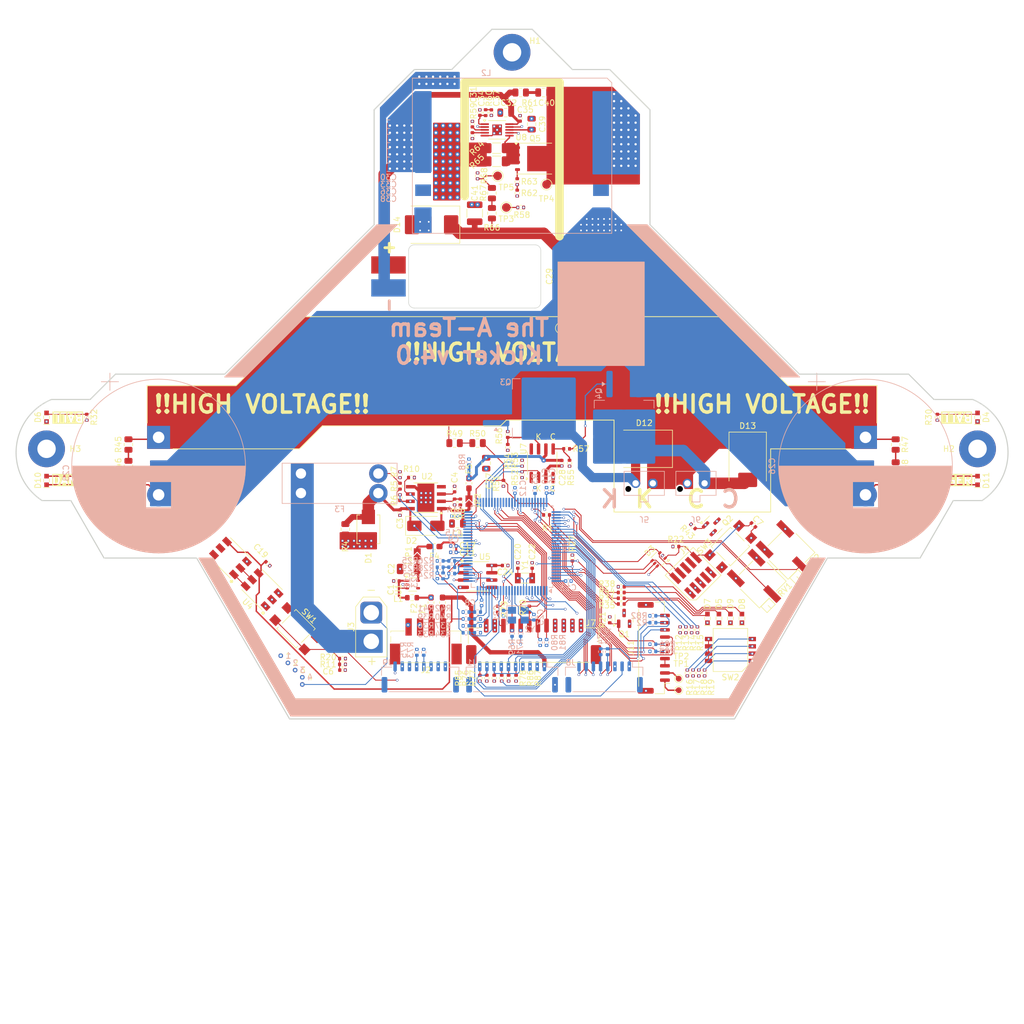
<source format=kicad_pcb>
(kicad_pcb (version 20240108) (generator "pcbnew") (generator_version "8.0")
  (title_block (title "Kicker") (date "2024-12-05") (rev "v4") (company "SSL A-Team") (comment 1 "Author: Will Stuckey"))
  (layers (0 "F.Cu" signal) (1 "In1.Cu" signal) (2 "In2.Cu" signal) (3 "In3.Cu" signal) (4 "In4.Cu" signal) (31 "B.Cu" signal) (34 "B.Paste" user) (35 "F.Paste" user) (36 "B.SilkS" user "B.Silkscreen") (37 "F.SilkS" user "F.Silkscreen") (38 "B.Mask" user) (39 "F.Mask" user) (44 "Edge.Cuts" user))
  (net 0 "")
  (net 1 "GND")
  (net 2 "+BATT")
  (net 3 "Net-(D2-A)")
  (net 4 "Net-(U2-DELAY)")
  (net 5 "/Power Regulation/3v3_FILT")
  (net 6 "/Power Regulation/3v0_PREFUSE")
  (net 7 "+3V0")
  (net 8 "+5V")
  (net 9 "Net-(C6-Pad1)")
  (net 10 "+3V3")
  (net 11 "/digital/RCC_OSC32_N")
  (net 12 "/digital/RCC_OSC32_P")
  (net 13 "/digital/RCC_OSC_N")
  (net 14 "/digital/RCC_OSC_P")
  (net 15 "/digital/V_{sense}_HV_FILT")
  (net 16 "/digital/NRST")
  (net 17 "/hv_kicker/flyback_charger/V_{solenoid}")
  (net 18 "+VSW")
  (net 19 "/hv_kicker/flyback_charger/V_{trans}")
  (net 20 "Net-(U8-SS)")
  (net 21 "Net-(U8-VC)")
  (net 22 "Net-(D4-A)")
  (net 23 "Net-(D5-A)")
  (net 24 "Net-(D6-A)")
  (net 25 "Net-(D7-A)")
  (net 26 "/digital/BB_LED_DRAIN")
  (net 27 "Net-(D8-A)")
  (net 28 "Net-(D9-A)")
  (net 29 "Net-(C40-Pad1)")
  (net 30 "Net-(D10-A)")
  (net 31 "/digital/USR_BTN")
  (net 32 "/digital/SWCLK")
  (net 33 "/digital/SWDIO")
  (net 34 "/digital/V_{sense}_HV")
  (net 35 "Net-(D11-A)")
  (net 36 "Net-(J2-Pin_1)")
  (net 37 "/hv_kicker/solenoid_control/KICK_SW")
  (net 38 "/hv_kicker/solenoid_control/CHIP_SW")
  (net 39 "/hv_kicker/flyback_charger/HV_AC")
  (net 40 "/Power Regulation/V_{batt}")
  (net 41 "Net-(JP1-B)")
  (net 42 "Net-(J2-Pin_2)")
  (net 43 "Net-(J1-Pin_10)")
  (net 44 "Net-(JP2-B)")
  (net 45 "/COMS.RST")
  (net 46 "Net-(J1-Pin_7)")
  (net 47 "/Ball Sense/SENSE_BOOT_UART.CTS")
  (net 48 "/5v0_UPSTREAM")
  (net 49 "/3v3_UPSTREAM")
  (net 50 "Net-(J7-Pin_7)")
  (net 51 "/COMS.BOOT0")
  (net 52 "/COMS.RX")
  (net 56 "/Dribbler/DRIB_BOOT_UART.CTS")
  (net 57 "/Dribbler/DRIB_BOOT_UART.BOOT0")
  (net 58 "/Dribbler/DRIB_BOOT_UART.RX")
  (net 59 "/Dribbler/DRIB_BOOT_UART.RST")
  (net 60 "Net-(J7-Pin_10)")
  (net 61 "/Breakbeam/BB_LEFT.AGPIO")
  (net 62 "/Breakbeam/BB_RIGHT.AGPIO")
  (net 63 "Net-(R12-Pad1)")
  (net 64 "Net-(R13-Pad1)")
  (net 65 "Net-(R14-Pad1)")
  (net 66 "Net-(R15-Pad1)")
  (net 69 "/Breakbeam/BB_RIGHT.RST")
  (net 70 "/Breakbeam/BB_RIGHT.~{DET}")
  (net 71 "/Breakbeam/BB_RIGHT.INT")
  (net 72 "/Breakbeam/BB_RIGHT.SCL")
  (net 73 "/Breakbeam/BB_RIGHT.SDA")
  (net 74 "/Breakbeam/BB_LEFT.INT")
  (net 75 "/Breakbeam/BB_LEFT.RST")
  (net 76 "/Breakbeam/BB_LEFT.~{DET}")
  (net 77 "/Breakbeam/BB_LEFT.SDA")
  (net 78 "/Breakbeam/BB_LEFT.SCL")
  (net 79 "/Ball Sense/SENSE_BOOT_UART.RX")
  (net 81 "/Ball Sense/SENSE_BOOT_UART.RST")
  (net 82 "/UPSTREAM_GND")
  (net 83 "/Ball Sense/SENSE_BOOT_UART.BOOT0")
  (net 86 "/digital/LED_BB_BLUE")
  (net 87 "/hv_kicker/solenoid_control/GATE_{kick}_FILT")
  (net 88 "/hv_kicker/solenoid_control/GATE_{chip}_FILT")
  (net 89 "/hv_kicker/flyback_charger/CSP")
  (net 90 "Net-(Q5-G)")
  (net 91 "/COMS.TX")
  (net 92 "/Power Regulation/VSW_FB")
  (net 93 "/Power Regulation/VSW_CEN")
  (net 94 "/Power Regulation/VSW_PGOOD")
  (net 95 "/digital/VSW_EN")
  (net 96 "/digital/LED_GREEN")
  (net 97 "/digital/LED_RED")
  (net 98 "/digital/ShutdownInitiated")
  (net 100 "/digital/DIP3")
  (net 102 "/digital/DIP2")
  (net 104 "/digital/DIP1")
  (net 105 "/digital/DIP0")
  (net 107 "/digital/V_{sense}_HV_PREFILT")
  (net 108 "/digital/OPAMP3_VIN+")
  (net 109 "/digital/OPAMP3_VOUT")
  (net 110 "/digital/OPAMP3_VIN-")
  (net 111 "/digital/V_{sense}_V_{batt}")
  (net 112 "/digital/V_{sense}_VSW")
  (net 113 "/digital/V_{sense}_5V0")
  (net 114 "/digital/V_{sense}_3v3")
  (net 115 "/hv_kicker/DL1S")
  (net 116 "/hv_kicker/DL2S")
  (net 117 "/hv_kicker/HVMS")
  (net 118 "/hv_kicker/solenoid_control/GATE_{kick}")
  (net 119 "/hv_kicker/solenoid_control/GATE_{chip}")
  (net 120 "/digital/CMD_{KICK}")
  (net 121 "/digital/CMD_{CHIP}")
  (net 122 "/digital/CMD_{CHG}")
  (net 123 "/hv_kicker/flyback_charger/HVGATE")
  (net 124 "/hv_kicker/flyback_charger/HVFBS")
  (net 125 "/hv_kicker/flyback_charger/FB")
  (net 126 "Net-(U8-RT)")
  (net 127 "/Dribbler/DRIB_BOOT_UART.TX")
  (net 128 "/Ball Sense/SENSE_BOOT_UART.TX")
  (net 129 "/digital/USER_ADJ1")
  (net 130 "/digital/USER_ADJ2")
  (net 133 "/digital/DOTSTAR_SCK")
  (net 135 "Net-(J11-Pin_8)")
  (net 136 "/digital/DOTSTAR_MOSI")
  (net 139 "/digital/FLASH_SCK")
  (net 145 "/digital/FLASH_MOSI")
  (net 147 "/COMS.CTS")
  (net 148 "Net-(J11-Pin_9)")
  (net 150 "/COMS.RTS")
  (net 153 "/Dribbler/DRIB_BOOT_UART.RTS")
  (net 154 "Net-(U4-CKO)")
  (net 155 "Net-(U4-SDO)")
  (net 158 "/digital/FLASH_MISO")
  (net 160 "/digital/FLASH_NSS")
  (net 163 "Net-(C37-Pad1)")
  (net 169 "/Ball Sense/SENSE_BOOT_UART.RTS")
  (net 176 "Net-(U8-INTVCC)")
  (footprint "Capacitor_SMD:C_0402_1005Metric" (layer "F.Cu") (at 167.5 158 135)
    (property "Reference" "C19")
    (property "Value" "4.7u 6.3V")
  )
  (footprint "TestPoint:TestPoint_Pad_D1.5mm" (layer "F.Cu") (at 218.5 117)
    (property "Reference" "TP6")
    (property "Value" "SPICE: V_{out} <<<HIGH VOLTAGE>>>")
  )
  (footprint "Capacitor_SMD:C_0402_1005Metric" (layer "F.Cu") (at 190.5 149.1 90)
    (property "Reference" "C3")
    (property "Value" "1u 50V")
  )
  (footprint "TestPoint:TestPoint_Pad_D1.5mm" (layer "F.Cu") (at 209 96)
    (property "Reference" "TP3")
    (property "Value" "CHG_EN")
  )
  (footprint "Resistor_SMD:R_0402_1005Metric" (layer "F.Cu") (at 209.25 137.75 -90)
    (property "Reference" "R54")
    (property "Value" "100k")
  )
  (footprint "Connector_AMASS:AMASS_XT30U-M_1x02_P5.0mm_Vertical" (layer "F.Cu") (at 185.5 166.5 -90)
    (property "Reference" "J3")
    (property "Value" "XT30-M")
  )
  (footprint "Resistor_SMD:R_0402_1005Metric" (layer "F.Cu") (at 180.5 175.5)
    (property "Reference" "R11")
    (property "Value" "10k")
  )
  (footprint "AT-LED:LED0603" (layer "F.Cu") (at 291 132.5 90)
    (property "Reference" "D4")
    (property "Value" "XL-1608UBC-04")
  )
  (footprint "MountingHole:MountingHole_3.2mm_M3_Pad" (layer "F.Cu") (at 291 138)
    (property "Reference" "H2")
    (property "Value" "M3")
  )
  (footprint "Resistor_SMD:R_0402_1005Metric" (layer "F.Cu") (at 238.5 155)
    (property "Reference" "R22")
    (property "Value" "10k")
  )
  (footprint "Resistor_SMD:R_0402_1005Metric" (layer "F.Cu") (at 240.5 176.999999 90)
    (property "Reference" "R16")
    (property "Value" "10k")
  )
  (footprint "Crystal:Crystal_SMD_3215-2Pin_3.2x1.5mm" (layer "F.Cu") (at 212.249999 160.5 180)
    (property "Reference" "Y1")
    (property "Value" "Q13FC13500005")
  )
  (footprint "AT-LED:SK9822" (layer "F.Cu") (at 161 157 -45)
    (property "Reference" "U6")
    (property "Value" "SK9822")
  )
  (footprint "AT-LED:LED0603" (layer "F.Cu") (at 246 167.5 90)
    (property "Reference" "D5")
    (property "Value" "XL-1608UGC-04")
  )
  (footprint "Resistor_SMD:R_0402_1005Metric" (layer "F.Cu") (at 201 147.25 90)
    (property "Reference" "R8")
    (property "Value" "26.1k")
  )
  (footprint "Resistor_SMD:R_0805_2012Metric" (layer "F.Cu") (at 204 137)
    (property "Reference" "R50")
    (property "Value" "1.47M")
  )
  (footprint "AT-LED:SK9822" (layer "F.Cu") (at 166.5 162.5 -45)
    (property "Reference" "U4")
    (property "Value" "SK9822")
  )
  (footprint "Resistor_SMD:R_0402_1005Metric" (layer "F.Cu") (at 136 132.5 90)
    (property "Reference" "R32")
    (property "Value" "10k")
  )
  (footprint "Capacitor_SMD:C_0805_2012Metric" (layer "F.Cu") (at 200.5 151)
    (property "Reference" "C5")
    (property "Value" "10u 50V")
  )
  (footprint "Diode_SMD:D_SMA" (layer "F.Cu") (at 195 151.4)
    (property "Reference" "D2")
    (property "Value" "1N4001")
  )
  (footprint "Capacitor_SMD:C_0402_1005Metric" (layer "F.Cu") (at 203.1 81.5 90)
    (property "Reference" "C31")
    (property "Value" "10n 50V")
  )
  (footprint "Resistor_SMD:R_0402_1005Metric" (layer "F.Cu") (at 284 132.5 90)
    (property "Reference" "R30")
    (property "Value" "10k")
  )
  (footprint "Resistor_SMD:R_0402_1005Metric" (layer "F.Cu") (at 241.5 151.5 -45)
    (property "Reference" "R43")
    (property "Value" "10k")
  )
  (footprint "Capacitor_SMD:C_0402_1005Metric" (layer "F.Cu") (at 218.65 140.5 -90)
    (property "Reference" "C28")
    (property "Value" "100n 50V")
  )
  (footprint "TestPoint:TestPoint_Pad_D1.5mm" (layer "F.Cu") (at 216 92)
    (property "Reference" "TP4")
    (property "Value" "SPICE: V_{drain} <<<HIGH VOLTAGE>>>")
  )
  (footprint "Package_TO_SOT_SMD:TDSON-8-1" (layer "F.Cu") (at 213.850001 87.5)
    (property "Reference" "Q5")
    (property "Value" "BSC0402NSATMA1")
  )
  (footprint "Resistor_SMD:R_0805_2012Metric" (layer "F.Cu") (at 143.25 141 -90)
    (property "Reference" "R46")
    (property "Value" "1.47M")
  )
  (footprint "Capacitor_SMD:C_0402_1005Metric" (layer "F.Cu") (at 189.88 161 180)
    (property "Reference" "C1")
    (property "Value" "0.1u")
  )
  (footprint "Package_SO:MSOP-10-1EP_3x3mm_P0.5mm_EP1.68x1.88mm" (layer "F.Cu") (at 207.400001 82.5)
    (property "Reference" "U8")
    (property "Value" "LT3757EMSE")
  )
  (footprint "Fuse:Fuse_0603_1608Metric_Pad1.05x0.95mm_HandSolder" (layer "F.Cu") (at 196.5 155)
    (property "Reference" "F4")
    (property "Value" "06F-0200L1")
  )
  (footprint "Diode_SMD:D_SMC" (layer "F.Cu") (at 251 140 -90)
    (property "Reference" "D13")
    (property "Value" "MURS460")
  )
  (footprint "Capacitor_SMD:C_0805_2012Metric" (layer "F.Cu") (at 213.400001 81.5 90)
    (property "Reference" "C39")
    (property "Value" "4.7u 50V")
  )
  (footprint "Resistor_SMD:R_0805_2012Metric" (layer "F.Cu") (at 276.75 141.25 -90)
    (property "Reference" "R48")
    (property "Value" "1.47M")
  )
  (footprint "Package_TO_SOT_SMD:SOT-363_SC-70-6" (layer "F.Cu") (at 235.5 157.25 -135)
    (property "Reference" "D3")
    (property "Value" "PESD3V3L5UY")
  )
  (footprint "Fuse:Fuse_0603_1608Metric_Pad1.05x0.95mm_HandSolder" (layer "F.Cu") (at 197.9 164.75 90)
    (property "Reference" "F1")
    (property "Value" "~")
  )
  (footprint "Resistor_SMD:R_0402_1005Metric" (layer "F.Cu") (at 190.5 144.5 -90)
    (property "Reference" "R5")
    (property "Value" "0")
  )
  (footprint "Potentiometer_SMD:Potentiometer_Bourns_3269P_Horizontal" (layer "F.Cu") (at 253 161 135)
    (property "Reference" "RV1")
    (property "Value" "3269P-1-103GLF")
  )
  (footprint "Resistor_SMD:R_1206_3216Metric" (layer "F.Cu") (at 207.320001 87.97)
    (property "Reference" "R65")
    (property "Value" "PE1206FRM470R008L")
  )
  (footprint "Resistor_SMD:R_0402_1005Metric" (layer "F.Cu") (at 243.5 177 90)
    (property "Reference" "R19")
    (property "Value" "10k")
  )
  (footprint "Resistor_SMD:R_0402_1005Metric" (layer "F.Cu") (at 207.5 165.9 -90)
    (property "Reference" "R79")
    (property "Value" "330")
  )
  (footprint "TestPoint:TestPoint_Pad_D1.5mm" (layer "F.Cu") (at 207.5 90.5)
    (property "Reference" "TP5")
    (property "Value" "FB")
  )
  (footprint "Resistor_SMD:R_0402_1005Metric" (layer "F.Cu") (at 210.900001 93.5 90)
    (property "Reference" "R62")
    (property "Value" "100k")
  )
  (footprint "Package_SO:SOIC-8_3.9x4.9mm_P1.27mm" (layer "F.Cu") (at 204 160.2)
    (property "Reference" "U5")
    (property "Value" "AT25DF041x-UxN-x")
  )
  (footprint "AT-Discrete:D_SMB_Non-Polar" (layer "F.Cu") (at 185 152 90)
    (property "Reference" "D1")
    (property "Value" "824521261")
  )
  (footprint "Resistor_SMD:R_0805_2012Metric" (layer "F.Cu") (at 206.5 93.509999 -90)
    (property "Reference" "R67")
    (property "Value" "976k 0.1%")
  )
  (footprint "MountingHole:MountingHole_3.2mm_M3_Pad" (layer "F.Cu") (at 210 69)
    (property "Reference" "H1")
    (property "Value" "M3")
  )
  (footprint "Package_TO_SOT_SMD:SOT-353_SC-70-5" (layer "F.Cu") (at 192.7 161.6)
    (property "Reference" "U1")
    (property "Value" "TLV70030_SOT353")
  )
  (footprint "AT-BoardFeatures:SolderJumper-2_2.0x1.2mm_Closed" (layer "F.Cu") (at 193.5 156.3 90)
    (property "Reference" "JP1")
    (property "Value" "3v0 Local Enable")
  )
  (footprint "Capacitor_SMD:C_1206_3216Metric" (layer "F.Cu") (at 192 158.9 180)
    (property "Reference" "C2")
    (property "Value" "1u")
  )
  (footprint "Capacitor_SMD:C_0402_1005Metric" (layer "F.Cu") (at 213.5 158.3 90)
    (property "Reference" "C22")
    (property "Value" "15pF")
  )
  (footprint "Fuse:Fuse_0603_1608Metric_Pad1.05x0.95mm_HandSolder" (layer "F.Cu") (at 195.9 164.75 90)
    (property "Reference" "F2")
    (property "Value" "~")
  )
  (footprint "Capacitor_SMD:C_0402_1005Metric" (layer "F.Cu") (at 199.8 154.9 180)
    (property "Reference" "C17")
    (property "Value" "1u 50V")
  )
  (footprint "TestPoint:TestPoint_Pad_D1.0mm" (layer "F.Cu") (at 239 178 -45)
    (property "Reference" "TP2")
    (property "Value" "3v3 US")
  )
  (footprint "Resistor_SMD:R_0402_1005Metric" (layer "F.Cu") (at 200 147.25 -90)
    (property "Reference" "R9")
    (property "Value" "1k")
  )
  (footprint "Resistor_SMD:R_0402_1005Metric" (layer "F.Cu") (at 205.400001 79.5 -90)
    (property "Reference" "R60")
    (property "Value" "22k")
  )
  (footprint "Resistor_SMD:R_0402_1005Metric" (layer "F.Cu") (at 240.25 169.490001 90)
    (property "Reference" "R13")
    (property "Value" "330")
  )
  (footprint "at-switches:CHP-041TB" (layer "F.Cu") (at 248 173 90)
    (property "Reference" "SW2")
    (property "Value" "SW_DIP_x04")
  )
  (footprint "Capacitor_SMD:C_0402_1005Metric" (layer "F.Cu") (at 208.8 158.3 180)
    (property "Reference" "C24")
    (property "Value" "100n 50V")
  )
  (footprint "Diode_SMD:D_SMC" (layer "F.Cu") (at 196 99 180)
    (property "Reference" "D14")
    (property "Value" "HS5M")
  )
  (footprint "Resistor_SMD:R_0402_1005Metric" (layer "F.Cu") (at 211.75 142.5 -90)
    (property "Reference" "R52")
    (property "Value" "10k")
  )
  (footprint "Resistor_SMD:R_0402_1005Metric" (layer "F.Cu") (at 209.4 177.9 -90)
    (property "Reference" "R86")
    (property "Value" "100k")
  )
  (footprint "AT-LED:LED0603" (layer "F.Cu") (at 248 167.5 90)
    (property "Reference" "D9")
    (property "Value" "XL-1608UOC-06")
  )
  (footprint "Package_TO_SOT_SMD:SOT-23" (layer "F.Cu") (at 245 151.25 45)
    (property "Reference" "Q2")
    (property "Value" "BSS138K")
  )
  (footprint "Capacitor_SMD:C_0805_2012Metric" (layer "F.Cu") (at 215.5 76)
    (property "Reference" "C40")
    (property "Value" "100n 200V")
  )
  (footprint "TestPoint:TestPoint_Pad_D1.0mm" (layer "F.Cu") (at 239 180 -45)
    (property "Reference" "TP1")
    (property "Value" "5v0 US")
  )
  (footprint "Fuse:Fuse_0603_1608Metric_Pad1.05x0.95mm_HandSolder" (layer "F.Cu") (at 202.5 144 90)
    (property "Reference" "F5")
    (property "Value" "0467.250NRHF")
  )
  (footprint "Resistor_SMD:R_0805_2012Metric" (layer "F.Cu") (at 206.5 97 -90)
    (property "Reference" "R66")
    (property "Value" "976k 0.1%")
  )
  (footprint "Resistor_SMD:R_0603_1608Metric" (layer "F.Cu") (at 192.6 163.9 180)
    (property "Reference" "L1")
    (property "Value" "650 @100MHz")
  )
  (footprint "Capacitor_SMD:C_0402_1005Metric" (layer "F.Cu") (at 211 158.3 90)
    (property "Reference" "C20")
    (property "Value" "15pF")
  )
  (footprint "Resistor_SMD:R_0402_1005Metric" (layer "F.Cu") (at 192.5 143 180)
    (property "Reference" "R10")
    (property "Value" "10k")
  )
  (footprint "Capacitor_SMD:C_0402_1005Metric" (layer "F.Cu") (at 252 151.25 -45)
    (property "Reference" "C7")
    (property "Value" "100n 50V")
  )
  (footprint "Resistor_SMD:R_0402_1005Metric" (layer "F.Cu") (at 205.6 177.9 90)
    (property "Reference" "R76")
    (property "Value" "100k")
  )
  (footprint "Resistor_SMD:R_0402_1005Metric" (layer "F.Cu") (at 241.5 176.999999 90)
    (property "Reference" "R17")
    (property "Value" "10k")
  )
  (footprint "AT-Connectors:JST_PA_BM04B-PASS_1x04_P2.00_Vertical" (layer "F.Cu") (at 195 170.5)
    (property "Reference" "J2")
    (property "Value" "BM04B-PASS-1-TFT")
  )
  (footprint "AT-BoardFeatures:SolderJumper-2_2.0x1.2mm_Closed" (layer "F.Cu") (at 202.5 147.1 90)
    (property "Reference" "JP2")
    (property "Value" "18v0 Local Enable")
  )
  (footprint "Resistor_SMD:R_0402_1005Metric" (layer "F.Cu") (at 180.5 174.5 180)
    (property "Reference" "R20")
    (property "Value" "330")
  )
  (footprint "Package_SO:SOIC-8_3.9x4.9mm_P1.27mm" (layer "F.Cu") (at 215.25 140.5 90)
    (property "Reference" "U7")
    (property "Value" "IX4427")
  )
  (footprint "Resistor_SMD:R_0402_1005Metric" (layer "F.Cu") (at 190.5 142.5 90)
    (property "Reference" "R7")
    (property "Value" "10k")
  )
  (footprint "Resistor_SMD:R_0402_1005Metric" (layer "F.Cu") (at 190.5 146.5 -90)
    (property "Reference" "R6")
    (property "Value" "0")
  )
  (footprint "MountingHole:MountingHole_3.2mm_M3_Pad" (layer "F.Cu") (at 129 138)
    (property "Reference" "H3")
    (property "Value" "M3")
  )
  (footprint "Resistor_SMD:R_0805_2012Metric" (layer "F.Cu") (at 211.5 76)
    (property "Reference" "R61")
    (property "Value" "1")
  )
  (footprint "Capacitor_SMD:C_0402_1005Metric" (layer "F.Cu") (at 206.400001 79.5 -90)
    (property "Reference" "C37")
    (property "Value" "6.8n 50V")
  )
  (footprint "Capacitor_SMD:C_0805_2012Metric" (layer "F.Cu") (at 205.5 140.5 -90)
    (property "Reference" "C27")
    (property "Value" "10u 50V")
  )
  (footprint "Resistor_SMD:R_0805_2012Metric" (layer "F.Cu") (at 181 152 90)
    (property "Reference" "R4")
    (property "Value" "1.47M")
  )
  (footprint "Resistor_SMD:R_0402_1005Metric" (layer "F.Cu") (at 213 165.9 -90)
    (property "Reference" "R70")
    (property "Value" "330")
  )
  (footprint "Resistor_SMD:R_0402_1005Metric" (layer "F.Cu") (at 209.25 135.5 90)
    (property "Reference" "R56")
    (property "Value" "10")
  )
  (footprint "Capacitor_SMD:C_0402_1005Metric" (layer "F.Cu") (at 180.5 176.5)
    (property "Reference" "C6")
    (property "Value" "100n 50V")
  )
  (footprint "Resistor_SMD:R_0402_1005Metric" (layer "F.Cu") (at 229 163)
    (property "Reference" "R44")
    (property "Value" "10k")
  )
  (footprint "Resistor_SMD:R_0402_1005Metric" (layer "F.Cu") (at 206.9 177.9 90)
    (property "Reference" "R77")
    (property "Value" "100k")
  )
  (footprint "Resistor_SMD:R_0402_1005Metric" (layer "F.Cu") (at 204 90.5 -90)
    (property "Reference" "R68")
    (property "Value" "17.4k 0.1%")
  )
  (footprint "Package_TO_SOT_SMD:SOT-23" (layer "F.Cu") (at 229.5 167.5 90)
    (property "Reference" "Q1")
    (property "Value" "BSS138K")
  )
  (footprint "Resistor_SMD:R_0402_1005Metric" (layer "F.Cu") (at 210.900001 91.51 90)
    (property "Reference" "R63")
    (property "Value" "10")
  )
  (footprint "Diode_SMD:D_SMC" (layer "F.Cu") (at 233 138 180)
    (property "Reference" "D12")
    (property "Value" "MURS460")
  )
  (footprint "Resistor_SMD:R_0402_1005Metric" (layer "F.Cu") (at 229 162)
    (property "Reference" "R38")
    (property "Value" "23.2k")
  )
  (footprint "Capacitor_SMD:C_0402_1005Metric" (layer "F.Cu") (at 199.8 156 180)
    (property "Reference" "C11")
    (property "Value" "1u 50V")
  )
  (footprint "Resistor_SMD:R_0402_1005Metric" (layer "F.Cu") (at 203.1 83.5 90)
    (property "Reference" "R59")
    (property "Value" "140k")
  )
  (footprint "Resistor_SMD:R_0805_2012Metric" (layer "F.Cu") (at 276.75 137.25 -90)
    (property "Reference" "R47")
    (property "Value" "1.47M")
  )
  (footprint "Resistor_SMD:R_0402_1005Metric" (layer "F.Cu") (at 208.5 144 -90)
    (property "Reference" "R51")
    (property "Value" "14.7k")
  )
  (footprint "Connector_JST:JST_ZE_BM12B-ZESS-TBT_1x12-1MP_P1.50mm_Vertical" (layer "F.Cu") (at 213.75 171.5 180)
    (property "Reference" "J7")
    (property "Value" "SM12B-ZESS-TB")
  )
  (footprint "Capacitor_SMD:C_1210_3225Metric" (layer "F.Cu") (at 203.5 97 90)
    (property "Reference" "C41")
    (property "Value" "100n 500V")
  )
  (footprint "AT-Capacitors:CP_Radial_H_InPlane_D10.00mm_H22.00mm_P5.00mm" (layer "F.Cu") (at 192 108 90)
    (property "Reference" "C29")
    (property "Value" "REH1020471M050K")
    (fp_line (start -4.500001 -0.000001) (end 4.5 0) (stroke (width 0.1)) (layer "Edge.Cuts"))
    (fp_line (start 5.5 1) (end 5.5 22) (stroke (width 0.1)) (layer "Edge.Cuts"))
    (fp_line (start -5.500001 22.000001) (end -5.500001 0.999999) (stroke (width 0.1)) (layer "Edge.Cuts"))
    (fp_line (start 4.500001 22.999999) (end -4.5 23) (stroke (width 0.1)) (layer "Edge.Cuts"))
    (fp_arc (start 4.5 0) (mid 5.207107 0.292893) (end 5.5 1) (stroke (width 0.1)) (layer "Edge.Cuts"))
    (fp_arc (start -5.500001 0.999999) (mid -5.207107 0.292893) (end -4.500001 -0.000001) (stroke (width 0.1)) (layer "Edge.Cuts"))
    (fp_arc (start 5.5 22) (mid 5.207107 22.707107) (end 4.5 23) (stroke (width 0.1)) (layer "Edge.Cuts"))
    (fp_arc (start -4.500001 23.000001) (mid -5.207107 22.707107) (end -5.500001 22.000001) (stroke (width 0.1)) (layer "Edge.Cuts"))
  )
  (footprint "Resistor_SMD:R_0402_1005Metric" (layer "F.Cu") (at 242.5 176.999999 90)
    (property "Reference" "R18")
    (property "Value" "10k")
  )
  (footprint "Resistor_SMD:R_0805_2012Metric" (layer "F.Cu") (at 200 137)
    (property "Reference" "R49")
    (property "Value" "1.47M")
  )
  (footprint "Resistor_SMD:R_0402_1005Metric" (layer "F.Cu") (at 220 140.5 -90)
    (property "Reference" "R55")
    (property "Value" "100k")
  )
  (footprint "Resistor_SMD:R_0402_1005Metric" (layer "F.Cu") (at 211.75 140.5 90)
    (property "Reference" "R53")
    (property "Value" "10k")
  )
  (footprint "Capacitor_SMD:C_0402_1005Metric" (layer "F.Cu") (at 204.400001 79.5 90)
    (property "Reference" "C34")
    (property "Value" "100n 50V")
  )
  (footprint "Resistor_SMD:R_0402_1005Metric" (layer "F.Cu") (at 211.5 96)
    (property "Reference" "R58")
    (property "Value" "1k")
  )
  (footprint "Resistor_SMD:R_0402_1005Metric" (layer "F.Cu") (at 219.5 138)
    (property "Reference" "R57")
    (property "Value" "10")
  )
  (footprint "AT-LED:LED0603" (layer "F.Cu") (at 129 143.5 90)
    (property "Reference" "D10")
    (property "Value" "XL-1608SURC-06")
  )
  (footprint "AT-LED:LED0603" (layer "F.Cu") (at 129 132.5 90)
    (property "Reference" "D6")
    (property "Value" "XL-1608UBC-04")
  )
  (footprint "Connector_JST:JST_GH_BM10B-GHS-TBT_1x10-1MP_P1.25mm_Vertical" (layer "F.Cu") (at 234.65 172.625 90)
    (property "Reference" "J11")
    (property "Value" "JST-BM10B-GHS")
  )
  (footprint "AT-LED:LED0603" (layer "F.Cu") (at 291 143.5 90)
    (property "Reference" "D11")
    (property "Value" "XL-1608SURC-06")
  )
  (footprint "Button_Switch_SMD:SW_SPST_TL3305A" (layer "F.Cu") (at 172.4 169.3 135)
    (property "Reference" "SW1")
    (property "Value" "BTN0")
  )
  (footprint "Capacitor_SMD:C_0805_2012Metric" (layer "F.Cu") (at 208.900001 79.5 180)
    (property "Reference" "C32")
    (property "Value" "10u 50V")
  )
  (footprint "Capacitor_SMD:C_0402_1005Metric" (layer "F.Cu") (at 200 145 90)
    (property "Reference" "C4")
    (property "Value" "10n 50V")
  )
  (footprint "Button_Switch_SMD:SW_SPST_TL3305A" (layer "F.Cu") (at 248 155 -135)
    (property "Reference" "SW3")
    (property "Value" "RST")
  )
  (footprint "AT-LED:LED0603" (layer "F.Cu") (at 250 167.5 90)
    (property "Reference" "D8")
    (property "Value" "XL-1608UWC-04")
  )
  (footprint "Resistor_SMD:R_0805_2012Metric" (layer "F.Cu") (at 143.25 137.25 -90)
    (property "Reference" "R45")
    (property "Value" "1.47M")
  )
  (footprint "Resistor_SMD:R_0402_1005Metric" (layer "F.Cu") (at 229 164)
    (property "Reference" "R31")
    (property "Value" "10k")
  )
  (footprint "Resistor_SMD:R_0402_1005Metric" (layer "F.Cu") (at 216 149.5 180)
    (property "Reference" "R1")
    (property "Value" "330")
  )
  (footprint "Resistor_SMD:R_0402_1005Metric" (layer "F.Cu") (at 210.7 177.9 -90)
    (property "Reference" "R87")
    (property "Value" "100k")
  )
  (footprint "Resistor_SMD:R_0402_1005Metric" (layer "F.Cu") (at 208.2 177.9 90)
    (property "Reference" "R78")
    (property "Value" "330")
  )
  (footprint "Resistor_SMD:R_0402_1005Metric" (layer "F.Cu") (at 204.4 177.9 90)
    (property "Reference" "R85")
    (property "Value" "330")
  )
  (footprint "AT-Connectors:Samtec-2x5pin-1.27mm" (layer "F.Cu") (at 241.5 160 45)
    (property "Reference" "J4")
    (property "Value" "Conn_ARM_JTAG_SWD_10")
  )
  (footprint "Resistor_SMD:R_1206_3216Metric" (layer "F.Cu") (at 207.320001 85.679999)
    (property "Reference" "R64")
    (property "Value" "PE1206FRM470R008L")
  )
  (footprint "Resistor_SMD:R_0402_1005Metric" (layer "F.Cu") (at 241.25 169.490001 90)
    (property "Reference" "R14")
    (property "Value" "330")
  )
  (footprint "Resistor_SMD:R_0402_1005Metric" (layer "F.Cu") (at 227 167.75 90)
    (property "Reference" "R21")
    (property "Value" "100k")
  )
  (footprint "Potentiometer_SMD:Potentiometer_Bourns_3269P_Horizontal" (layer "F.Cu") (at 258 156 135)
    (property "Reference" "RV2")
    (property "Value" "3269P-1-103GLF")
  )
  (footprint "Resistor_SMD:R_0402_1005Metric" (layer "F.Cu") (at 229 165)
    (property "Reference" "R35")
    (property "Value" "10k")
  )
  (footprint "Package_SO:Texas_HSOP-8-1EP_3.9x4.9mm_P1.27mm" (layer "F.Cu") (at 195 146.5 180)
    (property "Reference" "U2")
    (property "Value" "TPS7B86")
  )
  (footprint "Resistor_SMD:R_0402_1005Metric" (layer "F.Cu") (at 242.25 169.490001 90)
    (property "Reference" "R15")
    (property "Value" "330")
  )
  (footprint "AT-LED:LED0603" (layer "F.Cu") (at 244 167.5 90)
    (property "Reference" "D7")
    (property "Value" "XL-1608SURC-06")
  )
  (footprint "Resistor_SMD:R_0402_1005Metric" (layer "F.Cu") (at 220.5 157 -90)
    (property "Reference" "R27")
    (property "Value" "10k")
  )
  (footprint "Resistor_SMD:R_0402_1005Metric" (layer "F.Cu") (at 239.250001 169.490001 90)
    (property "Reference" "R12")
    (property "Value" "330")
  )
  (footprint "Capacitor_SMD:C_0402_1005Metric" (layer "F.Cu") (at 211.400001 80.5 90)
    (property "Reference" "C35")
    (property "Value" "100n 50V")
  )
  (footprint "Capacitor_SMD:C_0805_2012Metric" (layer "B.Cu") (at 188.5 89 180)
    (property "Reference" "C38")
    (property "Value" "10u 50V")
  )
  (footprint "Capacitor_THT:CP_Radial_D30.0mm_P10.00mm_SnapIn" (layer "B.Cu") (at 271.5 136 -90)
    (property "Reference" "C26")
    (property "Value" "ESMQ201VSN152MR35S")
  )
  (footprint "Resistor_SMD:R_0402_1005Metric" (layer "B.Cu") (at 226.625 173.3 -90)
    (property "Reference" "R72")
    (property "Value" "2.1k")
  )
  (footprint "Resistor_SMD:R_0402_1005Metric" (layer "B.Cu") (at 199.5 157.5)
    (property "Reference" "R26")
    (property "Value" "10k")
  )
  (footprint "Capacitor_SMD:C_0402_1005Metric" (layer "B.Cu") (at 199.8 156 180)
    (property "Reference" "C9")
    (property "Value" "10n 50V")
  )
  (footprint "Capacitor_SMD:C_0402_1005Metric" (layer "B.Cu") (at 199.8 154.9 180)
    (property "Reference" "C15")
    (property "Value" "100n 50V")
  )
  (footprint "Resistor_SMD:R_0402_1005Metric" (layer "B.Cu") (at 194.625 173.4 -90)
    (property "Reference" "R73")
    (property "Value" "2.1k")
  )
  (footprint "Package_QFP:LQFP-100_14x14mm_P0.5mm" (layer "B.Cu") (at 210 155 90)
    (property "Reference" "U3")
    (property "Value" "STM32G474VETx")
  )
  (footprint "Resistor_SMD:R_0402_1005Metric" (layer "B.Cu") (at 225.425 173.3 -90)
    (property "Reference" "R74")
    (property "Value" "2.1k")
  )
  (footprint "Resistor_SMD:R_0402_1005Metric" (layer "B.Cu") (at 197.5 158.6 180)
    (property "Reference" "R29")
    (property "Value" "1k")
  )
  (footprint "Capacitor_THT:CP_Radial_D30.0mm_P10.00mm_SnapIn" (layer "B.Cu") (at 148.5 136 -90)
    (property "Reference" "C25")
    (property "Value" "ESMQ201VSN152MR35S")
  )
  (footprint "AT-Inductors:GA34XX-BL" (layer "B.Cu") (at 210 87 -90)
    (property "Reference" "L2")
    (property "Value" "GA3460-BL")
  )
  (footprint "Connector_JST:JST_GH_SM08B-GHS-TB_1x08-1MP_P1.25mm_Horizontal" (layer "B.Cu") (at 194.025 177.7 180)
    (property "Reference" "J9")
    (property "Value" "SM08B-GHS-TB")
  )
  (footprint "Resistor_SMD:R_0402_1005Metric" (layer "B.Cu") (at 204 168.800001)
    (property "Reference" "R37")
    (property "Value" "1k")
  )
  (footprint "AT-Fuses:3557-2" (layer "B.Cu") (at 180 144)
    (property "Reference" "F3")
    (property "Value" "10A")
  )
  (footprint "Capacitor_SMD:C_0402_1005Metric" (layer "B.Cu") (at 213.8 167.3 90)
    (property "Reference" "C23")
    (property "Value" "11pF")
  )
  (footprint "Capacitor_SMD:C_0805_2012Metric" (layer "B.Cu") (at 188.5 86.5 180)
    (property "Reference" "C36")
    (property "Value" "10u 50V")
  )
  (footprint "Resistor_SMD:R_0402_1005Metric" (layer "B.Cu") (at 214 145.25 -90)
    (property "Reference" "R3")
    (property "Value" "100k")
  )
  (footprint "Resistor_SMD:R_0402_1005Metric" (layer "B.Cu") (at 193.425 173.4 -90)
    (property "Reference" "R75")
    (property "Value" "2.1k")
  )
  (footprint "Resistor_SMD:R_0402_1005Metric" (layer "B.Cu") (at 210 170.109999 90)
    (property "Reference" "R69")
    (property "Value" "100k")
  )
  (footprint "Resistor_SMD:R_0402_1005Metric" (layer "B.Cu") (at 234.5 168.25 180)
    (property "Reference" "R2")
    (property "Value" "330")
  )
  (footprint "Resistor_SMD:R_0402_1005Metric" (layer "B.Cu") (at 204 167.600001)
    (property "Reference" "R40")
    (property "Value" "1k")
  )
  (footprint "Resistor_SMD:R_0402_1005Metric" (layer "B.Cu") (at 216 171.690001 -90)
    (property "Reference" "R81")
    (property "Value" "100k")
  )
  (footprint "Resistor_SMD:R_0402_1005Metric" (layer "B.Cu") (at 198 160.1 90)
    (property "Reference" "R23")
    (property "Value" "0")
  )
  (footprint "Resistor_SMD:R_0402_1005Metric" (layer "B.Cu") (at 202 170.000002)
    (property "Reference" "R33")
    (property "Value" "11.5k")
  )
  (footprint "Capacitor_SMD:C_0402_1005Metric" (layer "B.Cu") (at 210.5 145.25 90)
    (property "Reference" "C12")
    (property "Value" "100n 50V")
  )
  (footprint "Resistor_SMD:R_0402_1005Metric" (layer "B.Cu") (at 199.5 158.6 180)
    (property "Reference" "R28")
    (property "Value" "0")
  )
  (footprint "Package_TO_SOT_SMD:TO-263-2" (layer "B.Cu") (at 229.5 134.375 -90)
    (property "Reference" "Q4")
    (property "Value" "IXGA48N60A3")
  )
  (footprint "Crystal:Crystal_SMD_3225-4Pin_3.2x2.5mm" (layer "B.Cu") (at 211.1 166.95)
    (property "Reference" "Y2")
    (property "Value" "TAXM8M4RDBCCT2T")
  )
  (footprint "Resistor_SMD:R_0402_1005Metric" (layer "B.Cu") (at 202.5 140.290001 -90)
    (property "Reference" "R88")
    (property "Value" "0")
  )
  (footprint "Capacitor_SMD:C_0402_1005Metric" (layer "B.Cu") (at 219.8 161)
    (property "Reference" "C13")
    (property "Value" "100n 50V")
  )
  (footprint "AT-Connectors:2165711002" (layer "B.Cu") (at 233 144)
    (property "Reference" "J5")
    (property "Value" "2165711002")
  )
  (footprint "Resistor_SMD:R_0402_1005Metric" (layer "B.Cu") (at 211.500002 170.109999 90)
    (property "Reference" "R71")
    (property "Value" "100k")
  )
  (footprint "Capacitor_SMD:C_0805_2012Metric" (layer "B.Cu") (at 188.5 84 180)
    (property "Reference" "C33")
    (property "Value" "10u 50V")
  )
  (footprint "Resistor_SMD:R_0402_1005Metric" (layer "B.Cu") (at 234.5 167.05)
    (property "Reference" "R82")
    (property "Value" "100k")
  )
  (footprint "Resistor_SMD:R_0402_1005Metric" (layer "B.Cu") (at 234.5 172 180)
    (property "Reference" "R84")
    (property "Value" "100k")
  )
  (footprint "Resistor_SMD:R_0402_1005Metric" (layer "B.Cu") (at 199.5 159.7)
    (property "Reference" "R24")
    (property "Value" "0")
  )
  (footprint "Resistor_SMD:R_0402_1005Metric" (layer "B.Cu") (at 234.5 173.25 180)
    (property "Reference" "R83")
    (property "Value" "100k")
  )
  (footprint "Resistor_SMD:R_0402_1005Metric" (layer "B.Cu") (at 202 167.600002)
    (property "Reference" "R39")
    (property "Value" "1.5k")
  )
  (footprint "Resistor_SMD:R_0402_1005Metric" (layer "B.Cu") (at 202 166.4)
    (property "Reference" "R41")
    (property "Value" "649")
  )
  (footprint "Capacitor_SMD:C_0402_1005Metric" (layer "B.Cu") (at 208.5 166.58995 -90)
    (property "Reference" "C21")
    (property "Value" "11pF")
  )
  (footprint "Connector_JST:JST_GH_SM08B-GHS-TB_1x08-1MP_P1.25mm_Horizontal" (layer "B.Cu") (at 226.025 177.7 180)
    (property "Reference" "J8")
    (property "Value" "SM08B-GHS-TB")
  )
  (footprint "Resistor_SMD:R_0402_1005Metric" (layer "B.Cu") (at 214.9 171.7 -90)
    (property "Reference" "R80")
    (property "Value" "100k")
  )
  (footprint "Capacitor_SMD:C_0402_1005Metric" (layer "B.Cu") (at 217 145.22 90)
    (property "Reference" "C16")
    (property "Value" "100n 50V")
  )
  (footprint "Capacitor_SMD:C_0402_1005Metric" (layer "B.Cu") (at 200 149.7 180)
    (property "Reference" "C14")
    (property "Value" "100n 50V")
  )
  (footprint "Capacitor_SMD:C_0402_1005Metric" (layer "B.Cu") (at 197 160.1 -90)
    (property "Reference" "C18")
    (property "Value" "100n 50V")
  )
  (footprint "AT-Connectors:2165711002" (layer "B.Cu") (at 242 144)
    (property "Reference" "J6")
    (property "Value" "2165711002")
  )
  (footprint "Connector_JST:JST_GH_SM10B-GHS-TB_1x10-1MP_P1.25mm_Horizontal" (layer "B.Cu") (at 210 177.7 180)
    (property "Reference" "J1")
    (property "Value" "JST-SM10B-GHS")
  )
  (footprint "Capacitor_SMD:C_0402_1005Metric" (layer "B.Cu") (at 204.7 164.8 90)
    (property "Reference" "C8")
    (property "Value" "4.7u 6.3V")
  )
  (footprint "Resistor_SMD:R_0402_1005Metric" (layer "B.Cu") (at 202 168.8)
    (property "Reference" "R36")
    (property "Value" "8.06k")
  )
  (footprint "Package_TO_SOT_SMD:TO-263-2" (layer "B.Cu") (at 214.875 131)
    (property "Reference" "Q3")
    (property "Value" "IXGA48N60A3")
  )
  (footprint "Resistor_SMD:R_0402_1005Metric" (layer "B.Cu") (at 204 166.4)
    (property "Reference" "R42")
    (property "Value" "1k")
  )
  (footprint "Capacitor_SMD:C_0805_2012Metric" (layer "B.Cu") (at 188.5 81.5 180)
    (property "Reference" "C30")
    (property "Value" "10u 50V")
  )
  (footprint "Resistor_SMD:R_0402_1005Metric" (layer "B.Cu") (at 197.5 157.5 180)
    (property "Reference" "R25")
    (property "Value" "10k")
  )
  (footprint "Resistor_SMD:R_0402_1005Metric" (layer "B.Cu") (at 204 170)
    (property "Reference" "R34")
    (property "Value" "1k")
  )
  (footprint "Capacitor_SMD:C_0402_1005Metric" (layer "B.Cu") (at 216 145.22 90)
    (property "Reference" "C10")
    (property "Value" "100n 50V")
  )
  (gr_poly (pts (xy 248.5 184.5) (xy 264.5 157) (xy 262 157) (xy 246 184.5)) (stroke (width 0.15)) (fill solid) (layer "B.SilkS"))
  (gr_poly (pts (xy 260 125.5) (xy 233.5 99) (xy 230 99) (xy 256.5 125.5)) (stroke (width 0.15)) (fill solid) (layer "B.SilkS"))
  (gr_poly (pts (xy 160 125.5) (xy 186.5 99) (xy 190 99) (xy 163.5 125.5)) (stroke (width 0.15)) (fill solid) (layer "B.SilkS"))
  (gr_rect (start 171.5 181.5) (end 248.5 184.5) (stroke (width 0.15)) (fill solid) (layer "B.SilkS"))
  (gr_rect (start 218 105.5) (end 233 123.5) (stroke (width 0.15)) (fill solid) (layer "B.SilkS"))
  (gr_poly (pts (xy 171.5 184.5) (xy 155.5 157) (xy 158 157) (xy 174 184.5)) (stroke (width 0.15)) (fill solid) (layer "B.SilkS"))
  (gr_line (start 201.75 94) (end 201.75 74.25) (stroke (width 1.5)) (layer "F.SilkS"))
  (gr_line (start 177 134) (end 208 134) (stroke (width 0.15)) (layer "F.SilkS"))
  (gr_line (start 146.5 127) (end 146.5 133.5) (stroke (width 0.15)) (layer "F.SilkS"))
  (gr_line (start 201.75 74.25) (end 218.25 74.25) (stroke (width 1.5)) (layer "F.SilkS"))
  (gr_line (start 162 127) (end 146.5 127) (stroke (width 0.15)) (layer "F.SilkS"))
  (gr_rect (start 171.5 181.5) (end 248.5 184.5) (stroke (width 0.15)) (fill solid) (layer "F.SilkS"))
  (gr_line (start 255 138) (end 255 149) (stroke (width 0.15)) (layer "F.SilkS"))
  (gr_line (start 174 115) (end 246 115) (stroke (width 0.15)) (layer "F.SilkS"))
  (gr_line (start 174.000443 114.999557) (end 162 127) (stroke (width 0.15)) (layer "F.SilkS"))
  (gr_line (start 246.003987 115.003987) (end 258 127) (stroke (width 0.15)) (layer "F.SilkS"))
  (gr_line (start 218.25 74.25) (end 218.25 101) (stroke (width 1.5)) (layer "F.SilkS"))
  (gr_line (start 227.75 133) (end 227.75 149) (stroke (width 0.15)) (layer "F.SilkS"))
  (gr_line (start 173 138) (end 177 134) (stroke (width 0.15)) (layer "F.SilkS"))
  (gr_line (start 208 134) (end 209 133) (stroke (width 0.15)) (layer "F.SilkS"))
  (gr_line (start 209 133) (end 227.75 133) (stroke (width 0.15)) (layer "F.SilkS"))
  (gr_line (start 273.5 127) (end 273.5 133.5) (stroke (width 0.15)) (layer "F.SilkS"))
  (gr_line (start 258 127) (end 273.5 127) (stroke (width 0.15)) (layer "F.SilkS"))
  (gr_line (start 255 138) (end 269 138) (stroke (width 0.15)) (layer "F.SilkS"))
  (gr_line (start 151 138) (end 173 138) (stroke (width 0.15)) (layer "F.SilkS"))
  (gr_line (start 255 149) (end 227.75 149) (stroke (width 0.15)) (layer "F.SilkS"))
  (gr_line (start 213.5 65) (end 220.5 72) (stroke (width 0.2)) (layer "Edge.Cuts"))
  (gr_arc (start 128.215623 147) (mid 123.743058 137.715173) (end 129.846325 129.410838) (stroke (width 0.2)) (layer "Edge.Cuts"))
  (gr_line (start 133.226497 147) (end 128.215623 147) (stroke (width 0.2)) (layer "Edge.Cuts"))
  (gr_line (start 281 157) (end 264.881691 157) (stroke (width 0.2)) (layer "Edge.Cuts"))
  (gr_line (start 286.773503 147) (end 281 157) (stroke (width 0.2)) (layer "Edge.Cuts"))
  (gr_line (start 199.5 72) (end 193 72) (stroke (width 0.2)) (layer "Edge.Cuts"))
  (gr_line (start 234 99) (end 234 79) (stroke (width 0.2)) (layer "Edge.Cuts"))
  (gr_line (start 260 125) (end 279 125) (stroke (width 0.2)) (layer "Edge.Cuts"))
  (gr_line (start 291.784374 147) (end 286.773503 147) (stroke (width 0.2)) (layer "Edge.Cuts"))
  (gr_arc (start 290.153673 129.410838) (mid 296.256939 137.715173) (end 291.784374 147) (stroke (width 0.2)) (layer "Edge.Cuts"))
  (gr_line (start 136.589162 129.410838) (end 129.846325 129.410838) (stroke (width 0.2)) (layer "Edge.Cuts"))
  (gr_line (start 213.5 65) (end 206.5 65) (stroke (width 0.2)) (layer "Edge.Cuts"))
  (gr_line (start 248.715883 185) (end 171.284117 185) (stroke (width 0.2)) (layer "Edge.Cuts"))
  (gr_line (start 283.410838 129.410838) (end 279 125) (stroke (width 0.2)) (layer "Edge.Cuts"))
  (gr_line (start 227 72) (end 234 79) (stroke (width 0.2)) (layer "Edge.Cuts"))
  (gr_line (start 227 72) (end 220.5 72) (stroke (width 0.2)) (layer "Edge.Cuts"))
  (gr_line (start 141 125) (end 136.589162 129.410838) (stroke (width 0.2)) (layer "Edge.Cuts"))
  (gr_line (start 155.118309 157) (end 139 157) (stroke (width 0.2)) (layer "Edge.Cuts"))
  (gr_line (start 206.5 65) (end 199.5 72) (stroke (width 0.2)) (layer "Edge.Cuts"))
  (gr_line (start 139 157) (end 133.226497 147) (stroke (width 0.2)) (layer "Edge.Cuts"))
  (gr_line (start 248.715883 185) (end 264.881691 157) (stroke (width 0.2)) (layer "Edge.Cuts"))
  (gr_line (start 290.153673 129.410838) (end 283.410838 129.410838) (stroke (width 0.2)) (layer "Edge.Cuts"))
  (gr_line (start 155.118309 157) (end 171.284117 185) (stroke (width 0.2)) (layer "Edge.Cuts"))
  (gr_line (start 186 79) (end 193 72) (stroke (width 0.2)) (layer "Edge.Cuts"))
  (gr_line (start 160 125) (end 186 99) (stroke (width 0.2)) (layer "Edge.Cuts"))
  (gr_line (start 141 125) (end 160 125) (stroke (width 0.2)) (layer "Edge.Cuts"))
  (gr_line (start 234 99) (end 260 125) (stroke (width 0.2)) (layer "Edge.Cuts"))
  (gr_line (start 186 99) (end 186 79) (stroke (width 0.2)) (layer "Edge.Cuts"))
  (gr_text "2" (at 171.75 175.25 0) (layer "B.SilkS") (effects (font (size 1 1)) (justify right mirror)))
  (gr_text "The A-Team\nKicker v4.0" (at 202.5 123.5 0) (layer "B.SilkS") (effects (font (size 3 3) (thickness 0.6) (bold yes)) (justify bottom mirror)))
  (gr_text "C" (at 248 148.5 0) (layer "B.SilkS") (effects (font (size 3 3) (thickness 0.6) (bold yes)) (justify bottom mirror)))
  (gr_text "3" (at 173 176.5 0) (layer "B.SilkS") (effects (font (size 1 1)) (justify right mirror)))
  (gr_text "4" (at 174.25 177.75 0) (layer "B.SilkS") (effects (font (size 1 1)) (justify right mirror)))
  (gr_text "1" (at 170.5 174 0) (layer "B.SilkS") (effects (font (size 1 1)) (justify right mirror)))
  (gr_text "K" (at 227 148.5 0) (layer "B.SilkS") (effects (font (size 3 3) (thickness 0.6) (bold yes)) (justify bottom mirror)))
  (gr_text "DANGER" (at 290.25 143.5 0) (layer "F.SilkS" knockout) (effects (font (size 1.5 1.5) (thickness 0.3) (bold yes)) (justify right)))
  (gr_text "K" (at 214 136.5 0) (layer "F.SilkS") (effects (font (size 1 1)) (justify left bottom)))
  (gr_text "C" (at 242 148.5 -0) (layer "F.SilkS") (effects (font (size 3 3) (thickness 0.6) (bold yes)) (justify bottom)))
  (gr_text "DANGER" (at 129.75 143.5 0) (layer "F.SilkS" knockout) (effects (font (size 1.5 1.5) (thickness 0.3) (bold yes)) (justify left)))
  (gr_text "BALL" (at 290.25 132.5 180) (layer "F.SilkS" knockout) (effects (font (size 1.5 1.5) (thickness 0.3) (bold yes)) (justify left)))
  (gr_text "!!HIGH VOLTAGE!!" (at 166.5 132 0) (layer "F.SilkS") (effects (font (size 3 3) (thickness 0.6) (bold yes)) (justify bottom)))
  (gr_text "!!HIGH VOLTAGE!!" (at 253.5 132 0) (layer "F.SilkS") (effects (font (size 3 3) (thickness 0.6) (bold yes)) (justify bottom)))
  (gr_text "1" (at 170.5 174 0) (layer "F.SilkS") (effects (font (size 1 1)) (justify left)))
  (gr_text "2" (at 171.75 175.25 0) (layer "F.SilkS") (effects (font (size 1 1)) (justify left)))
  (gr_text "3" (at 173 176.5 0) (layer "F.SilkS") (effects (font (size 1 1)) (justify left)))
  (gr_text "C" (at 216.5 145.5 0) (layer "F.SilkS") (effects (font (size 1 1)) (justify left bottom)))
  (gr_text "4" (at 174.25 177.75 0) (layer "F.SilkS") (effects (font (size 1 1)) (justify left)))
  (gr_text "K" (at 214 145.5 0) (layer "F.SilkS") (effects (font (size 1 1)) (justify left bottom)))
  (gr_text "BALL" (at 130 132.5 180) (layer "F.SilkS" knockout) (effects (font (size 1.5 1.5) (thickness 0.3) (bold yes)) (justify right)))
  (gr_text "K" (at 233 148.5 -0) (layer "F.SilkS") (effects (font (size 3 3) (thickness 0.6) (bold yes)) (justify bottom)))
  (gr_text "!!HIGH VOLTAGE!!" (at 210 123 0) (layer "F.SilkS") (effects (font (size 3 3) (thickness 0.6) (bold yes)) (justify bottom)))
  (gr_text "C" (at 216.5 136.5 0) (layer "F.SilkS") (effects (font (size 1 1)) (justify left bottom)))
  (segment (start 195 146.5) (end 193.095 144.595) (width 0.5) (layer "F.Cu") (net 1))
  (segment (start 273.25 144.25) (end 271.5 146) (width 0.25) (layer "F.Cu") (net 1))
  (segment (start 218.65 140.98) (end 216.670001 140.980001) (width 0.5) (layer "F.Cu") (net 1))
  (segment (start 193.095 144.595) (end 192.3 144.595) (width 0.5) (layer "F.Cu") (net 1))
  (segment (start 251.606245 153.515076) (end 251.606245 152.322577) (width 0.1524) (layer "F.Cu") (net 1))
  (segment (start 129 144.25) (end 146.75 144.25) (width 0.25) (layer "F.Cu") (net 1))
  (segment (start 191.75 161.6) (end 191 161.6) (width 0.35) (layer "F.Cu") (net 1))
  (segment (start 291 144.25) (end 273.25 144.25) (width 0.25) (layer "F.Cu") (net 1))
  (segment (start 251.606245 152.322577) (end 252.339411 151.589411) (width 0.1524) (layer "F.Cu") (net 1))
  (segment (start 215.885001 141.765001) (end 215.885001 142.975) (width 0.5) (layer "F.Cu") (net 1))
  (segment (start 216.670001 140.980001) (end 215.885001 141.765001) (width 0.5) (layer "F.Cu") (net 1))
  (segment (start 205.250001 83.5) (end 206.5 83.5) (width 0.2) (layer "F.Cu") (net 1))
  (segment (start 146.75 144.25) (end 148.5 146) (width 0.25) (layer "F.Cu") (net 1))
  (segment (start 206.5 83.5) (end 207 83) (width 0.2) (layer "F.Cu") (net 1))
  (via (at 209.28 158.3) (size 0.45) (drill 0.3) (layers "F.Cu" "B.Cu") (net 1))
  (via (at 209.4 178.409999) (size 0.45) (drill 0.3) (layers "F.Cu" "B.Cu") (net 1))
  (via (at 195.8 145.7) (size 0.45) (drill 0.3) (layers "F.Cu" "B.Cu") (net 1))
  (via (at 200.5 83) (size 0.8) (drill 0.4) (layers "F.Cu" "B.Cu") (net 1))
  (via (at 251.606245 153.515076) (size 0.45) (drill 0.3) (layers "F.Cu" "B.Cu") (net 1))
  (via (at 198 91.75) (size 0.8) (drill 0.4) (layers "F.Cu" "B.Cu") (net 1))
  (via (at 198 90.5) (size 0.8) (drill 0.4) (layers "F.Cu" "B.Cu") (net 1))
  (via (at 210.7 178.409999) (size 0.45) (drill 0.3) (layers "F.Cu" "B.Cu") (net 1))
  (via (at 169.363782 163.101041) (size 0.45) (drill 0.3) (layers "F.Cu" "B.Cu") (net 1))
  (via (at 184.5 155) (size 0.45) (drill 0.3) (layers "F.Cu" "B.Cu") (net 1))
  (via (at 200 144.52) (size 0.45) (drill 0.3) (layers "F.Cu" "B.Cu") (net 1))
  (via (at 181.009999 175.5) (size 0.45) (drill 0.3) (layers "F.Cu" "B.Cu") (net 1))
  (via (at 200.5 86.75) (size 0.8) (drill 0.4) (layers "F.Cu" "B.Cu") (net 1))
  (via (at 198 83) (size 0.8) (drill 0.4) (layers "F.Cu" "B.Cu") (net 1))
  (via (at 203.6 156.5) (size 0.45) (drill 0.3) (layers "F.Cu" "B.Cu") (net 1))
  (via (at 228 98) (size 0.45) (drill 0.3) (layers "F.Cu" "B.Cu") (net 1))
  (via (at 217.5 168) (size 0.45) (drill 0.3) (layers "F.Cu" "B.Cu") (net 1))
  (via (at 211.875 175.85) (size 0.45) (drill 0.3) (layers "F.Cu" "B.Cu") (net 1))
  (via (at 207 169.5) (size 0.45) (drill 0.3) (layers "F.Cu" "B.Cu") (net 1))
  (via (at 211.75 143.009999) (size 0.45) (drill 0.3) (layers "F.Cu" "B.Cu") (net 1))
  (via (at 223 98) (size 0.45) (drill 0.3) (layers "F.Cu" "B.Cu") (net 1))
  (via (at 196.25 74.5) (size 0.8) (drill 0.4) (layers "F.Cu" "B.Cu") (net 1))
  (via (at 196.75 83) (size 0.8) (drill 0.4) (layers "F.Cu" "B.Cu") (net 1))
  (via (at 244 168.25) (size 0.45) (drill 0.3) (layers "F.Cu" "B.Cu") (net 1))
  (via (at 200.5 94.25) (size 0.8) (drill 0.4) (layers "F.Cu" "B.Cu") (net 1))
  (via (at 195.9 175.85) (size 0.45) (drill 0.3) (layers "F.Cu" "B.Cu") (net 1))
  (via (at 203.1 84.01) (size 0.45) (drill 0.3) (layers "F.Cu" "B.Cu") (net 1))
  (via (at 233.3 180.1) (size 0.45) (drill 0.3) (layers "F.Cu" "B.Cu") (net 1))
  (via (at 220 141.009999) (size 0.45) (drill 0.3) (layers "F.Cu" "B.Cu") (net 1))
  (via (at 204.509999 170) (size 0.45) (drill 0.3) (layers "F.Cu" "B.Cu") (net 1))
  (via (at 246.515076 158.606245) (size 0.45) (drill 0.3) (layers "F.Cu" "B.Cu") (net 1))
  (via (at 195.1 74.5) (size 0.8) (drill 0.4) (layers "F.Cu" "B.Cu") (net 1))
  (via (at 196.75 94.25) (size 0.8) (drill 0.4) (layers "F.Cu" "B.Cu") (net 1))
  (via (at 193.85 74.5) (size 0.8) (drill 0.4) (layers "F.Cu" "B.Cu") (net 1))
  (via (at 207.400001 82.5) (size 0.45) (drill 0.3) (layers "F.Cu" "B.Cu") (net 1))
  (via (at 219 168) (size 0.45) (drill 0.3) (layers "F.Cu" "B.Cu") (net 1))
  (via (at 216 172.2) (size 0.45) (drill 0.3) (layers "F.Cu" "B.Cu") (net 1))
  (via (at 198 81.75) (size 0.8) (drill 0.4) (layers "F.Cu" "B.Cu") (net 1))
  (via (at 233.99 173.25) (size 0.45) (drill 0.3) (layers "F.Cu" "B.Cu") (net 1))
  (via (at 200.5 93) (size 0.8) (drill 0.4) (layers "F.Cu" "B.Cu") (net 1))
  (via (at 204.7 165.28) (size 0.45) (drill 0.3) (layers "F.Cu" "B.Cu") (net 1))
  (via (at 200 147.759999) (size 0.45) (drill 0.3) (layers "F.Cu" "B.Cu") (net 1))
  (via (at 198 93) (size 0.8) (drill 0.4) (layers "F.Cu" "B.Cu") (net 1))
  (via (at 196.75 93) (size 0.8) (drill 0.4) (layers "F.Cu" "B.Cu") (net 1))
  (via (at 172.25 176.5) (size 0.8) (drill 0.4) (layers "F.Cu" "B.Cu") (net 1))
  (via (at 198.75 74.5) (size 0.8) (drill 0.4) (layers "F.Cu" "B.Cu") (net 1))
  (via (at 250 168.25) (size 0.45) (drill 0.3) (layers "F.Cu" "B.Cu") (net 1))
  (via (at 195 145.7) (size 0.45) (drill 0.3) (layers "F.Cu" "B.Cu") (net 1))
  (via (at 206.400001 79.98) (size 0.45) (drill 0.3) (layers "F.Cu" "B.Cu") (net 1))
  (via (at 199.25 90.5) (size 0.8) (drill 0.4) (layers "F.Cu" "B.Cu") (net 1))
  (via (at 229 99) (size 0.45) (drill 0.3) (layers "F.Cu" "B.Cu") (net 1))
  (via (at 182.5 154.000001) (size 0.45) (drill 0.3) (layers "F.Cu" "B.Cu") (net 1))
  (via (at 196.75 85.5) (size 0.8) (drill 0.4) (layers "F.Cu" "B.Cu") (net 1))
  (via (at 200.5 90.5) (size 0.8) (drill 0.4) (layers "F.Cu" "B.Cu") (net 1))
  (via (at 184.5 154) (size 0.45) (drill 0.3) (layers "F.Cu" "B.Cu") (net 1))
  (via (at 206.9 81.9) (size 0.45) (drill 0.3) (layers "F.Cu" "B.Cu") (net 1))
  (via (at 200 74.5) (size 0.8) (drill 0.4) (layers "F.Cu" "B.Cu") (net 1))
  (via (at 240.5 177.509998) (size 0.45) (drill 0.3) (layers "F.Cu" "B.Cu") (net 1))
  (via (at 200.5 91.75) (size 0.8) (drill 0.4) (layers "F.Cu" "B.Cu") (net 1))
  (via (at 199.32 154.9) (size 0.45) (drill 0.3) (layers "F.Cu" "B.Cu") (net 1))
  (via (at 199.25 83) (size 0.8) (drill 0.4) (layers "F.Cu" "B.Cu") (net 1))
  (via (at 191 161.6) (size 0.45) (drill 0.3) (layers "F.Cu" "B.Cu") (net 1))
  (via (at 204.509999 167.600001) (size 0.45) (drill 0.3) (layers "F.Cu" "B.Cu") (net 1))
  (via (at 180.5 154) (size 0.45) (drill 0.3) (layers "F.Cu" "B.Cu") (net 1))
  (via (at 195 147.3) (size 0.45) (drill 0.3) (layers "F.Cu" "B.Cu") (net 1))
  (via (at 173.5 179) (size 0.8) (drill 0.4) (layers "F.Cu" "B.Cu") (net 1))
  (via (at 218.65 140.98) (size 0.45) (drill 0.3) (layers "F.Cu" "B.Cu") (net 1))
  (via (at 227.9 175.85) (size 0.45) (drill 0.3) (layers "F.Cu" "B.Cu") (net 1))
  (via (at 224 99) (size 0.45) (drill 0.3) (layers "F.Cu" "B.Cu") (net 1))
  (via (at 226 98) (size 0.45) (drill 0.3) (layers "F.Cu" "B.Cu") (net 1))
  (via (at 206.9 83.1) (size 0.45) (drill 0.3) (layers "F.Cu" "B.Cu") (net 1))
  (via (at 200.5 88) (size 0.8) (drill 0.4) (layers "F.Cu" "B.Cu") (net 1))
  (via (at 225 98) (size 0.45) (drill 0.3) (layers "F.Cu" "B.Cu") (net 1))
  (via (at 207 168.75) (size 0.45) (drill 0.3) (layers "F.Cu" "B.Cu") (net 1))
  (via (at 207.9 83.1) (size 0.45) (drill 0.3) (layers "F.Cu" "B.Cu") (net 1))
  (via (at 212.01 96) (size 0.45) (drill 0.3) (layers "F.Cu" "B.Cu") (net 1))
  (via (at 189.4 161) (size 0.45) (drill 0.3) (layers "F.Cu" "B.Cu") (net 1))
  (via (at 243.5 177.509998) (size 0.45) (drill 0.3) (layers "F.Cu" "B.Cu") (net 1))
  (via (at 223 100) (size 0.45) (drill 0.3) (layers "F.Cu" "B.Cu") (net 1))
  (via (at 242.5 177.509998) (size 0.45) (drill 0.3) (layers "F.Cu" "B.Cu") (net 1))
  (via (at 185.5 154) (size 0.45) (drill 0.3) (layers "F.Cu" "B.Cu") (net 1))
  (via (at 242.786934 161.286934) (size 0.45) (drill 0.3) (layers "F.Cu" "B.Cu") (net 1))
  (via (at 196.75 84.25) (size 0.8) (drill 0.4) (layers "F.Cu" "B.Cu") (net 1))
  (via (at 217.5 169.5) (size 0.45) (drill 0.3) (layers "F.Cu" "B.Cu") (net 1))
  (via (at 207.950001 79.5) (size 0.8) (drill 0.3) (layers "F.Cu" "B.Cu") (net 1))
  (via (at 205 161.4) (size 0.45) (drill 0.3) (layers "F.Cu" "B.Cu") (net 1))
  (via (at 191.9 168.65) (size 0.8) (drill 0.3) (layers "F.Cu" "B.Cu") (net 1))
  (via (at 224 100) (size 0.45) (drill 0.3) (layers "F.Cu" "B.Cu") (net 1))
  (via (at 205.5 141.449999) (size 0.8) (drill 0.3) (layers "F.Cu" "B.Cu") (net 1))
  (via (at 233.990001 172) (size 0.45) (drill 0.3) (layers "F.Cu" "B.Cu") (net 1))
  (via (at 225 99) (size 0.45) (drill 0.3) (layers "F.Cu" "B.Cu") (net 1))
  (via (at 181.5 155) (size 0.45) (drill 0.3) (layers "F.Cu" "B.Cu") (net 1))
  (via (at 227 167.25) (size 0.45) (drill 0.3) (layers "F.Cu" "B.Cu") (net 1))
  (via (at 203.7 149.7) (size 0.45) (drill 0.3) (layers "F.Cu" "B.Cu") (net 1))
  (via (at 204.400001 79.02) (size 0.45) (drill 0.3) (layers "F.Cu" "B.Cu") (net 1))
  (via (at 196.75 81.75) (size 0.8) (drill 0.4) (layers "F.Cu" "B.Cu") (net 1))
  (via (at 180.5 155) (size 0.45) (drill 0.3) (layers "F.Cu" "B.Cu") (net 1))
  (via (at 163.863782 157.601041) (size 0.45) (drill 0.3) (layers "F.Cu" "B.Cu") (net 1))
  (via (at 198 85.5) (size 0.8) (drill 0.4) (layers "F.Cu" "B.Cu") (net 1))
  (via (at 203.1 81.02) (size 0.45) (drill 0.3) (layers "F.Cu" "B.Cu") (net 1))
  (via (at 198 84.25) (size 0.8) (drill 0.4) (layers "F.Cu" "B.Cu") (net 1))
  (via (at 215.7 148.6) (size 0.45) (drill 0.3) (layers "F.Cu" "B.Cu") (net 1))
  (via (at 252.53331 156.941207) (size 0.45) (drill 0.3) (layers "F.Cu" "B.Cu") (net 1))
  (via (at 199.25 89.25) (size 0.8) (drill 0.4) (layers "F.Cu" "B.Cu") (net 1))
  (via (at 171 175.25) (size 0.8) (drill 0.4) (layers "F.Cu" "B.Cu") (net 1))
  (via (at 195.8 147.3) (size 0.45) (drill 0.3) (layers "F.Cu" "B.Cu") (net 1))
  (via (at 195.1 73.25) (size 0.8) (drill 0.4) (layers "F.Cu" "B.Cu") (net 1))
  (via (at 190.524999 158.9) (size 0.45) (drill 0.3) (layers "F.Cu" "B.Cu") (net 1))
  (via (at 257.53331 151.941207) (size 0.45) (drill 0.3) (layers "F.Cu" "B.Cu") (net 1))
  (via (at 236.171751 156.578249) (size 0.45) (drill 0.3) (layers "F.Cu" "B.Cu") (net 1))
  (via (at 203 95.5) (size 0.8) (drill 0.3) (layers "F.Cu" "B.Cu") (net 1))
  (via (at 230.45 168.4375) (size 0.45) (drill 0.3) (layers "F.Cu" "B.Cu") (net 1))
  (via (at 197.5 73.25) (size 0.8) (drill 0.4) (layers "F.Cu" "B.Cu") (net 1))
  (via (at 194.2 145.7) (size 0.45) (drill 0.3) (layers "F.Cu" "B.Cu") (net 1))
  (via (at 222 99) (size 0.45) (drill 0.3) (layers "F.Cu" "B.Cu") (net 1))
  (via (at 199.32 156) (size 0.45) (drill 0.3) (layers "F.Cu" "B.Cu") (net 1))
  (via (at 201 162.105) (size 0.45) (drill 0.3) (layers "F.Cu" "B.Cu") (net 1))
  (via (at 199.25 84.25) (size 0.8) (drill 0.4) (layers "F.Cu" "B.Cu") (net 1))
  (via (at 180.98 176.5) (size 0.45) (drill 0.3) (layers "F.Cu" "B.Cu") (net 1))
  (via (at 226 100) (size 0.45) (drill 0.3) (layers "F.Cu" "B.Cu") (net 1))
  (via (at 199.25 85.5) (size 0.8) (drill 0.4) (layers "F.Cu" "B.Cu") (net 1))
  (via (at 204.509999 168.800001) (size 0.45) (drill 0.3) (layers "F.Cu" "B.Cu") (net 1))
  (via (at 200.5 89.25) (size 0.8) (drill 0.4) (layers "F.Cu" "B.Cu") (net 1))
  (via (at 228 99) (size 0.45) (drill 0.3) (layers "F.Cu" "B.Cu") (net 1))
  (via (at 199.25 91.75) (size 0.8) (drill 0.4) (layers "F.Cu" "B.Cu") (net 1))
  (via (at 220.28 161) (size 0.45) (drill 0.3) (layers "F.Cu" "B.Cu") (net 1))
  (via (at 202.525 179.05) (size 0.45) (drill 0.3) (layers "F.Cu" "B.Cu") (net 1))
  (via (at 199.25 94.25) (size 0.8) (drill 0.4) (layers "F.Cu" "B.Cu") (net 1))
  (via (at 214.9 172.209999) (size 0.45) (drill 0.3) (layers "F.Cu" "B.Cu") (net 1))
  (via (at 167.839411 158.339411) (size 0.45) (drill 0.3) (layers "F.Cu" "B.Cu") (net 1))
  (via (at 196.75 90.5) (size 0.8) (drill 0.4) (layers "F.Cu" "B.Cu") (net 1))
  (via (at 241.5 177.509998) (size 0.45) (drill 0.3) (layers "F.Cu" "B.Cu") (net 1))
  (via (at 204 95.5) (size 0.8) (drill 0.3) (layers "F.Cu" "B.Cu") (net 1))
  (via (at 199.52 151) (size 0.45) (drill 0.3) (layers "F.Cu" "B.Cu") (net 1))
  (via (at 169.75 174) (size 0.8) (drill 0.4) (layers "F.Cu" "B.Cu") (net 1))
  (via (at 245.008839 152.584664) (size 0.45) (drill 0.3) (layers "F.Cu" "B.Cu") (net 1))
  (via (at 193.9 168.65) (size 0.8) (drill 0.3) (layers "F.Cu" "B.Cu") (net 1))
  (via (at 207 168) (size 0.45) (drill 0.3) (layers "F.Cu" "B.Cu") (net 1))
  (via (at 213.5 157.82) (size 0.45) (drill 0.3) (layers "F.Cu" "B.Cu") (net 1))
  (via (at 182.5 155) (size 0.45) (drill 0.3) (layers "F.Cu" "B.Cu") (net 1))
  (via (at 181.5 154) (size 0.45) (drill 0.3) (layers "F.Cu" "B.Cu") (net 1))
  (via (at 199.25 86.75) (size 0.8) (drill 0.4) (layers "F.Cu" "B.Cu") (net 1))
  (via (at 198 94.25) (size 0.8) (drill 0.4) (layers "F.Cu" "B.Cu") (net 1))
  (via (at 197.5 74.5) (size 0.8) (drill 0.4) (layers "F.Cu" "B.Cu") (net 1))
  (via (at 216 144.74) (size 0.45) (drill 0.3) (layers "F.Cu" "B.Cu") (net 1))
  (via (at 199.25 93) (size 0.8) (drill 0.4) (layers "F.Cu" "B.Cu") (net 1))
  (via (at 211.400001 80.02) (size 0.45) (drill 0.3) (layers "F.Cu" "B.Cu") (net 1))
  (via (at 225 100) (size 0.45) (drill 0.3) (layers "F.Cu" "B.Cu") (net 1))
  (via (at 223 99) (size 0.45) (drill 0.3) (layers "F.Cu" "B.Cu") (net 1))
  (via (at 195.8 146.5) (size 0.45) (drill 0.3) (layers "F.Cu" "B.Cu") (net 1))
  (via (at 229 100) (size 0.45) (drill 0.3) (layers "F.Cu" "B.Cu") (net 1))
  (via (at 233.3 165.15) (size 0.45) (drill 0.3) (layers "F.Cu" "B.Cu") (net 1))
  (via (at 228 100) (size 0.45) (drill 0.3) (layers "F.Cu" "B.Cu") (net 1))
  (via (at 222 100) (size 0.45) (drill 0.3) (layers "F.Cu" "B.Cu") (net 1))
  (via (at 211 157.82) (size 0.45) (drill 0.3) (layers "F.Cu" "B.Cu") (net 1))
  (via (at 211.75 139.990001) (size 0.45) (drill 0.3) (layers "F.Cu" "B.Cu") (net 1))
  (via (at 196.75 89.25) (size 0.8) (drill 0.4) (layers "F.Cu" "B.Cu") (net 1))
  (via (at 204 89.99) (size 0.45) (drill 0.3) (layers "F.Cu" "B.Cu") (net 1))
  (via (at 194.2 146.5) (size 0.45) (drill 0.3) (layers "F.Cu" "B.Cu") (net 1))
  (via (at 199.5 149.7) (size 0.45) (drill 0.3) (layers "F.Cu" "B.Cu") (net 1))
  (via (at 207.9 81.9) (size 0.45) (drill 0.3) (layers "F.Cu" "B.Cu") (net 1))
  (via (at 217 144.74) (size 0.45) (drill 0.3) (layers "F.Cu" "B.Cu") (net 1))
  (via (at 227 98) (size 0.45) (drill 0.3) (layers "F.Cu" "B.Cu") (net 1))
  (via (at 209.25 138.259999) (size 0.45) (drill 0.3) (layers "F.Cu" "B.Cu") (net 1))
  (via (at 246 168.25) (size 0.45) (drill 0.3) (layers "F.Cu" "B.Cu") (net 1))
  (via (at 227 100) (size 0.45) (drill 0.3) (layers "F.Cu" "B.Cu") (net 1))
  (via (at 197 157.5) (size 0.45) (drill 0.3) (layers "F.Cu" "B.Cu") (net 1))
  (via (at 193.85 73.25) (size 0.8) (drill 0.4) (layers "F.Cu" "B.Cu") (net 1))
  (via (at 200.5 81.75) (size 0.8) (drill 0.4) (layers "F.Cu" "B.Cu") (net 1))
  (via (at 197 160.6) (size 0.45) (drill 0.3) (layers "F.Cu" "B.Cu") (net 1))
  (via (at 198 86.75) (size 0.8) (drill 0.4) (layers "F.Cu" "B.Cu") (net 1))
  (via (at 200 73.25) (size 0.8) (drill 0.4) (layers "F.Cu" "B.Cu") (net 1))
  (via (at 196.75 91.75) (size 0.8) (drill 0.4) (layers "F.Cu" "B.Cu") (net 1))
  (via (at 196.75 88) (size 0.8) (drill 0.4) (layers "F.Cu" "B.Cu") (net 1))
  (via (at 224 98) (size 0.45) (drill 0.3) (layers "F.Cu" "B.Cu") (net 1))
  (via (at 220.5 156.490001) (size 0.45) (drill 0.3) (layers "F.Cu" "B.Cu") (net 1))
  (via (at 217.475 179.05) (size 0.45) (drill 0.3) (layers "F.Cu" "B.Cu") (net 1))
  (via (at 200.5 84.25) (size 0.8) (drill 0.4) (layers "F.Cu" "B.Cu") (net 1))
  (via (at 219 169.5) (size 0.45) (drill 0.3) (layers "F.Cu" "B.Cu") (net 1))
  (via (at 196.25 73.25) (size 0.8) (drill 0.4) (layers "F.Cu" "B.Cu") (net 1))
  (via (at 196.75 86.75) (size 0.8) (drill 0.4) (layers "F.Cu" "B.Cu") (net 1))
  (via (at 198 89.25) (size 0.8) (drill 0.4) (layers "F.Cu" "B.Cu") (net 1))
  (via (at 213.125 175.85) (size 0.45) (drill 0.3) (layers "F.Cu" "B.Cu") (net 1))
  (via (at 213.400001 80.55) (size 0.8) (drill 0.3) (layers "F.Cu" "B.Cu") (net 1))
  (via (at 199.25 88) (size 0.8) (drill 0.4) (layers "F.Cu" "B.Cu") (net 1))
  (via (at 213.8 166.82) (size 0.45) (drill 0.3) (layers "F.Cu" "B.Cu") (net 1))
  (via (at 227 99) (size 0.45) (drill 0.3) (layers "F.Cu" "B.Cu") (net 1))
  (via (at 210.2 148.5) (size 0.45) (drill 0.3) (layers "F.Cu" "B.Cu") (net 1))
  (via (at 244.582986 159.490883) (size 0.45) (drill 0.3) (layers "F.Cu" "B.Cu") (net 1))
  (via (at 248 168.25) (size 0.45) (drill 0.3) (layers "F.Cu" "B.Cu") (net 1))
  (via (at 200.5 85.5) (size 0.8) (drill 0.4) (layers "F.Cu" "B.Cu") (net 1))
  (via (at 198.75 73.25) (size 0.8) (drill 0.4) (layers "F.Cu" "B.Cu") (net 1))
  (via (at 195 146.5) (size 0.45) (drill 0.3) (layers "F.Cu" "B.Cu") (net 1))
  (via (at 173.5 177.75) (size 0.8) (drill 0.4) (layers "F.Cu" "B.Cu") (net 1))
  (via (at 183.5 155) (size 0.45) (drill 0.3) (layers "F.Cu" "B.Cu") (net 1))
  (via (at 226 99) (size 0.45) (drill 0.3) (layers "F.Cu" "B.Cu") (net 1))
  (via (at 198 88) (size 0.8) (drill 0.4) (layers "F.Cu" "B.Cu") (net 1))
  (via (at 210.5 144.77) (size 0.45) (drill 0.3) (layers "F.Cu" "B.Cu") (net 1))
  (via (at 183.5 154) (size 0.45) (drill 0.3) (layers "F.Cu" "B.Cu") (net 1))
  (via (at 185.5 155) (size 0.45) (drill 0.3) (layers "F.Cu" "B.Cu") (net 1))
  (via (at 241.888909 162.18496) (size 0.45) (drill 0.3) (layers "F.Cu" "B.Cu") (net 1))
  (via (at 208.5 144.509999) (size 0.45) (drill 0.3) (layers "F.Cu" "B.Cu") (net 1))
  (via (at 190.5 149.58) (size 0.45) (drill 0.3) (layers "F.Cu" "B.Cu") (net 1))
  (via (at 210.900001 94.01) (size 0.45) (drill 0.3) (layers "F.Cu" "B.Cu") (net 1))
  (via (at 190.5 141.990001) (size 0.45) (drill 0.3) (layers "F.Cu" "B.Cu") (net 1))
  (via (at 208.5 167.06995) (size 0.45) (drill 0.3) (layers "F.Cu" "B.Cu") (net 1))
  (via (at 217.5 168.75) (size 0.45) (drill 0.3) (layers "F.Cu" "B.Cu") (net 1))
  (via (at 216.5 160.5) (size 0.45) (drill 0.3) (layers "F.Cu" "B.Cu") (net 1))
  (via (at 199.25 81.75) (size 0.8) (drill 0.4) (layers "F.Cu" "B.Cu") (net 1))
  (via (at 219 168.75) (size 0.45) (drill 0.3) (layers "F.Cu" "B.Cu") (net 1))
  (via (at 194.2 147.3) (size 0.45) (drill 0.3) (layers "F.Cu" "B.Cu") (net 1))
  (via (at 241.139376 151.139376) (size 0.45) (drill 0.3) (layers "F.Cu" "B.Cu") (net 1))
  (segment (start 196.99 157.5) (end 197 157.5) (width 0.2) (layer "B.Cu") (net 1))
  (segment (start 204.6 166.309999) (end 204.6 165.38) (width 0.1524) (layer "B.Cu") (net 1))
  (segment (start 187.75 109.25) (end 187.75 92) (width 2) (layer "B.Cu") (net 1))
  (segment (start 188.5 110) (end 187.75 109.25) (width 2) (layer "B.Cu") (net 1))
  (segment (start 208.86995 167.06995) (end 209.1 167.3) (width 0.1524) (layer "B.Cu") (net 1))
  (segment (start 233.990001 172) (end 234.040001 172) (width 0.1524) (layer "B.Cu") (net 1))
  (segment (start 184.5 179) (end 188.25 175.25) (width 0.1524) (layer "B.Cu") (net 1))
  (segment (start 209.1 167.9) (end 209.2 168) (width 0.1524) (layer "B.Cu") (net 1))
  (segment (start 202.325 156.5) (end 203.6 156.5) (width 0.2) (layer "B.Cu") (net 1))
  (segment (start 215.5 148.4) (end 215.7 148.6) (width 0.2) (layer "B.Cu") (net 1))
  (segment (start 216.5 160.5) (end 217.675 160.5) (width 0.2) (layer "B.Cu") (net 1))
  (segment (start 188.25 169.25) (end 185.5 166.5) (width 0.1524) (layer "B.Cu") (net 1))
  (segment (start 209.2 168) (end 210 168) (width 0.1524) (layer "B.Cu") (net 1))
  (segment (start 204.6 165.38) (end 204.7 165.28) (width 0.1524) (layer "B.Cu") (net 1))
  (segment (start 205 162.675) (end 205 161.4) (width 0.2) (layer "B.Cu") (net 1))
  (segment (start 203.4 150) (end 203.7 149.7) (width 0.2) (layer "B.Cu") (net 1))
  (segment (start 173.5 179) (end 184.5 179) (width 0.1524) (layer "B.Cu") (net 1))
  (segment (start 197 160.58) (end 197 160.6) (width 0.1524) (layer "B.Cu") (net 1))
  (segment (start 209.1 167.3) (end 209.1 167.9) (width 0.1524) (layer "B.Cu") (net 1))
  (segment (start 188.25 175.25) (end 188.25 169.25) (width 0.1524) (layer "B.Cu") (net 1))
  (segment (start 234.040001 172) (end 233.990001 171.95) (width 0.1524) (layer "B.Cu") (net 1))
  (segment (start 208.5 167.06995) (end 208.86995 167.06995) (width 0.1524) (layer "B.Cu") (net 1))
  (segment (start 202.325 150) (end 203.4 150) (width 0.2) (layer "B.Cu") (net 1))
  (segment (start 215.5 147.325) (end 215.5 148.4) (width 0.2) (layer "B.Cu") (net 1))
  (segment (start 210 148.3) (end 210.2 148.5) (width 0.2) (layer "B.Cu") (net 1))
  (segment (start 233.990001 171.95) (end 233.990001 172) (width 0.1524) (layer "B.Cu") (net 1))
  (segment (start 233.99 171.949999) (end 233.990001 171.95) (width 0.1524) (layer "B.Cu") (net 1))
  (segment (start 210 147.325) (end 210 148.3) (width 0.2) (layer "B.Cu") (net 1))
  (segment (start 212.2 166.1) (end 213.08 166.1) (width 0.1524) (layer "B.Cu") (net 1))
  (segment (start 204.509999 166.4) (end 204.6 166.309999) (width 0.1524) (layer "B.Cu") (net 1))
  (segment (start 213.08 166.1) (end 213.8 166.82) (width 0.1524) (layer "B.Cu") (net 1))
  (segment (start 189.4 148.62) (end 190.5 148.62) (width 0.5) (layer "F.Cu") (net 2))
  (segment (start 186.735 145.7) (end 186.735 145.955) (width 0.5) (layer "F.Cu") (net 2))
  (segment (start 187.75 90.25) (end 188.75 89.25) (width 2) (layer "F.Cu") (net 2))
  (segment (start 187.8 145.190001) (end 187.809999 145.2) (width 0.2) (layer "F.Cu") (net 2))
  (segment (start 209.550001 81.5) (end 210.880001 81.5) (width 0.25) (layer "F.Cu") (net 2))
  (segment (start 209.850001 79.5) (end 209.850001 78.250001) (width 1) (layer "F.Cu") (net 2))
  (segment (start 209.6 76) (end 208.6 77) (width 1) (layer "F.Cu") (net 2))
  (segment (start 209.850001 78.250001) (end 208.6 77) (width 1) (layer "F.Cu") (net 2))
  (segment (start 211.400001 80.98) (end 211.08 80.98) (width 0.5) (layer "F.Cu") (net 2))
  (segment (start 210.5875 76) (end 209.6 76) (width 1) (layer "F.Cu") (net 2))
  (segment (start 188.809999 142.3) (end 186.735 142.3) (width 0.1524) (layer "F.Cu") (net 2))
  (segment (start 190.5 148.62) (end 190.715 148.405) (width 0.5) (layer "F.Cu") (net 2))
  (segment (start 185 149.849999) (end 182.237501 149.849999) (width 1) (layer "F.Cu") (net 2))
  (segment (start 192.3 148.405) (end 192.3 150.700001) (width 0.35) (layer "F.Cu") (net 2))
  (segment (start 192.3 150.700001) (end 192.999999 151.4) (width 0.35) (layer "F.Cu") (net 2))
  (segment (start 190.75 79.15) (end 190.75 82.7) (width 1) (layer "F.Cu") (net 2))
  (segment (start 193.5 76.4) (end 190.75 79.15) (width 1) (layer "F.Cu") (net 2))
  (segment (start 187.75 105.25) (end 187.75 90.25) (width 2) (layer "F.Cu") (net 2))
  (segment (start 182.237501 149.849999) (end 181 151.0875) (width 1) (layer "F.Cu") (net 2))
  (segment (start 210.880001 81.5) (end 211.400001 80.98) (width 0.25) (layer "F.Cu") (net 2))
  (segment (start 209.850001 79.750001) (end 209.850001 79.5) (width 0.5) (layer "F.Cu") (net 2))
  (segment (start 208.6 77) (end 208 76.4) (width 1) (layer "F.Cu") (net 2))
  (segment (start 188.5 106) (end 187.75 105.25) (width 2) (layer "F.Cu") (net 2))
  (segment (start 186.790001 145.2) (end 186.790001 146.309999) (width 0.2) (layer "F.Cu") (net 2))
  (segment (start 208 76.4) (end 193.5 76.4) (width 1) (layer "F.Cu") (net 2))
  (segment (start 190.5 143.990001) (end 188.809999 142.3) (width 0.1524) (layer "F.Cu") (net 2))
  (segment (start 185 149.849999) (end 185 147.435) (width 2) (layer "F.Cu") (net 2))
  (segment (start 185 147.435) (end 186.735 145.7) (width 2) (layer "F.Cu") (net 2))
  (segment (start 211.08 80.98) (end 209.850001 79.750001) (width 0.5) (layer "F.Cu") (net 2))
  (segment (start 186.735 145.955) (end 189.4 148.62) (width 0.5) (layer "F.Cu") (net 2))
  (segment (start 190.715 148.405) (end 192.3 148.405) (width 0.5) (layer "F.Cu") (net 2))
  (via (at 191.25 84.25) (size 0.8) (drill 0.4) (layers "F.Cu" "B.Cu") (net 2))
  (via (at 192.5 81.75) (size 0.8) (drill 0.4) (layers "F.Cu" "B.Cu") (net 2))
  (via (at 190 83) (size 0.8) (drill 0.4) (layers "F.Cu" "B.Cu") (net 2))
  (via (at 188.75 89.25) (size 0.8) (drill 0.4) (layers "F.Cu" "B.Cu") (net 2))
  (via (at 191.25 85.5) (size 0.8) (drill 0.4) (layers "F.Cu" "B.Cu") (net 2))
  (via (at 228.490001 162) (size 0.45) (drill 0.3) (layers "F.Cu" "B.Cu") (net 2))
  (via (at 192.5 83) (size 0.8) (drill 0.4) (layers "F.Cu" "B.Cu") (net 2))
  (via (at 190 88) (size 0.8) (drill 0.4) (layers "F.Cu" "B.Cu") (net 2))
  (via (at 192.5 88) (size 0.8) (drill 0.4) (layers "F.Cu" "B.Cu") (net 2))
  (via (at 188.75 83) (size 0.8) (drill 0.4) (layers "F.Cu" "B.Cu") (net 2))
  (via (at 222 169.5) (size 0.45) (drill 0.3) (layers "F.Cu" "B.Cu") (net 2))
  (via (at 190 86.75) (size 0.8) (drill 0.4) (layers "F.Cu" "B.Cu") (net 2))
  (via (at 188.75 88) (size 0.8) (drill 0.4) (layers "F.Cu" "B.Cu") (net 2))
  (via (at 188.75 84.25) (size 0.8) (drill 0.4) (layers "F.Cu" "B.Cu") (net 2))
  (via (at 192.999999 151.4) (size 0.45) (drill 0.3) (layers "F.Cu" "B.Cu") (net 2))
  (via (at 188.75 85.5) (size 0.8) (drill 0.4) (layers "F.Cu" "B.Cu") (net 2))
  (via (at 190 85.5) (size 0.8) (drill 0.4) (layers "F.Cu" "B.Cu") (net 2))
  (via (at 222 168) (size 0.45) (drill 0.3) (layers "F.Cu" "B.Cu") (net 2))
  (via (at 192.5 86.75) (size 0.8) (drill 0.4) (layers "F.Cu" "B.Cu") (net 2))
  (via (at 191.25 86.75) (size 0.8) (drill 0.4) (layers "F.Cu" "B.Cu") (net 2))
  (via (at 220.5 168.75) (size 0.45) (drill 0.3) (layers "F.Cu" "B.Cu") (net 2))
  (via (at 192.5 89.25) (size 0.8) (drill 0.4) (layers "F.Cu" "B.Cu") (net 2))
  (via (at 192.5 85.5) (size 0.8) (drill 0.4) (layers "F.Cu" "B.Cu") (net 2))
  (via (at 190 89.25) (size 0.8) (drill 0.4) (layers "F.Cu" "B.Cu") (net 2))
  (via (at 192.5 84.25) (size 0.8) (drill 0.4) (layers "F.Cu" "B.Cu") (net 2))
  (via (at 191.25 89.25) (size 0.8) (drill 0.4) (layers "F.Cu" "B.Cu") (net 2))
  (via (at 190 84.25) (size 0.8) (drill 0.4) (layers "F.Cu" "B.Cu") (net 2))
  (via (at 188.75 86.75) (size 0.8) (drill 0.4) (layers "F.Cu" "B.Cu") (net 2))
  (via (at 191.25 81.75) (size 0.8) (drill 0.4) (layers "F.Cu" "B.Cu") (net 2))
  (via (at 222 168.75) (size 0.45) (drill 0.3) (layers "F.Cu" "B.Cu") (net 2))
  (via (at 220.5 168) (size 0.45) (drill 0.3) (layers "F.Cu" "B.Cu") (net 2))
  (via (at 191.25 83) (size 0.8) (drill 0.4) (layers "F.Cu" "B.Cu") (net 2))
  (via (at 190 81.75) (size 0.8) (drill 0.4) (layers "F.Cu" "B.Cu") (net 2))
  (via (at 191.25 88) (size 0.8) (drill 0.4) (layers "F.Cu" "B.Cu") (net 2))
  (via (at 220.5 169.5) (size 0.45) (drill 0.3) (layers "F.Cu" "B.Cu") (net 2))
  (via (at 188.75 81.75) (size 0.8) (drill 0.4) (layers "F.Cu" "B.Cu") (net 2))
  (segment (start 196.25 154.650001) (end 192.999999 151.4) (width 0.1524) (layer "B.Cu") (net 2))
  (segment (start 201.490001 170.000002) (end 200.75 169.260001) (width 0.1524) (layer "B.Cu") (net 2))
  (segment (start 200.75 166) (end 200.5 165.75) (width 0.1524) (layer "B.Cu") (net 2))
  (segment (start 197.11652 161.5) (end 196.25 160.63348) (width 0.1524) (layer "B.Cu") (net 2))
  (segment (start 200.5 165.75) (end 200.5 162.5) (width 0.1524) (layer "B.Cu") (net 2))
  (segment (start 196.25 160.63348) (end 196.25 154.650001) (width 0.1524) (layer "B.Cu") (net 2))
  (segment (start 200.75 169.260001) (end 200.75 166) (width 0.1524) (layer "B.Cu") (net 2))
  (segment (start 200.5 162.5) (end 199.5 161.5) (width 0.1524) (layer "B.Cu") (net 2))
  (segment (start 199.5 161.5) (end 197.11652 161.5) (width 0.1524) (layer "B.Cu") (net 2))
  (segment (start 202.5 148.5) (end 202.5 147.95) (width 0.5) (layer "F.Cu") (net 3))
  (segment (start 197.7 148.405) (end 199.135 148.405) (width 0.5) (layer "F.Cu") (net 3))
  (segment (start 201.45 151) (end 201.45 148.82) (width 0.5) (layer "F.Cu") (net 3))
  (segment (start 199.5 148.77) (end 201.5 148.77) (width 0.5) (layer "F.Cu") (net 3))
  (segment (start 201.45 148.82) (end 201.5 148.77) (width 0.5) (layer "F.Cu") (net 3))
  (segment (start 197.7 150.700001) (end 197.000001 151.4) (width 0.35) (layer "F.Cu") (net 3))
  (segment (start 202.23 148.77) (end 202.5 148.5) (width 0.5) (layer "F.Cu") (net 3))
  (segment (start 199.135 148.405) (end 199.5 148.77) (width 0.5) (layer "F.Cu") (net 3))
  (segment (start 201.5 148.77) (end 202.23 148.77) (width 0.5) (layer "F.Cu") (net 3))
  (segment (start 201 147.759999) (end 201 148.77) (width 0.2) (layer "F.Cu") (net 3))
  (segment (start 197.7 148.405) (end 197.7 150.700001) (width 0.35) (layer "F.Cu") (net 3))
  (segment (start 197.7 145.865) (end 199.615 145.865) (width 0.2) (layer "F.Cu") (net 4))
  (segment (start 199.615 145.865) (end 200 145.48) (width 0.2) (layer "F.Cu") (net 4))
  (segment (start 190.3 162.2) (end 190.3 161.06) (width 0.35) (layer "F.Cu") (net 5))
  (segment (start 191.75 162.25) (end 190.35 162.25) (width 0.2) (layer "F.Cu") (net 5))
  (segment (start 191.775 163.9) (end 190.6 163.9) (width 0.35) (layer "F.Cu") (net 5))
  (segment (start 190.3 161.06) (end 190.36 161) (width 0.35) (layer "F.Cu") (net 5))
  (segment (start 190.3 163.6) (end 190.3 162.2) (width 0.35) (layer "F.Cu") (net 5))
  (segment (start 191.75 160.95) (end 190.41 160.95) (width 0.35) (layer "F.Cu") (net 5))
  (segment (start 190.6 163.9) (end 190.3 163.6) (width 0.35) (layer "F.Cu") (net 5))
  (segment (start 191.775 162.275) (end 191.75 162.25) (width 0.35) (layer "F.Cu") (net 5))
  (segment (start 190.41 160.95) (end 190.36 161) (width 0.35) (layer "F.Cu") (net 5))
  (segment (start 190.35 162.25) (end 190.3 162.2) (width 0.2) (layer "F.Cu") (net 5))
  (segment (start 193.65 160.95) (end 193.65 159.074999) (width 0.35) (layer "F.Cu") (net 6))
  (segment (start 193.475001 158.9) (end 193.475001 157.174999) (width 0.35) (layer "F.Cu") (net 6))
  (segment (start 193.65 159.074999) (end 193.475001 158.9) (width 0.35) (layer "F.Cu") (net 6))
  (segment (start 193.475001 157.174999) (end 193.5 157.15) (width 0.35) (layer "F.Cu") (net 6))
  (segment (start 200.28 154.9) (end 200.28 156) (width 0.35) (layer "F.Cu") (net 7))
  (segment (start 197.374999 155) (end 198.089999 154.285) (width 0.35) (layer "F.Cu") (net 7))
  (segment (start 199.665 154.285) (end 200.28 154.9) (width 0.35) (layer "F.Cu") (net 7))
  (segment (start 198.089999 154.285) (end 199.665 154.285) (width 0.35) (layer "F.Cu") (net 7))
  (via (at 200.28 154.9) (size 0.45) (drill 0.3) (layers "F.Cu" "B.Cu") (net 7))
  (via (at 200.28 156) (size 0.45) (drill 0.3) (layers "F.Cu" "B.Cu") (net 7))
  (segment (start 202.325 155.5) (end 201.3 155.5) (width 0.2) (layer "B.Cu") (net 7))
  (segment (start 200.7 154.9) (end 200.28 154.9) (width 0.2) (layer "B.Cu") (net 7))
  (segment (start 201.3 155.5) (end 200.7 154.9) (width 0.2) (layer "B.Cu") (net 7))
  (segment (start 202.325 156) (end 200.28 156) (width 0.2) (layer "B.Cu") (net 7))
  (segment (start 202.9 170.1) (end 206.2 173.4) (width 0.75) (layer "F.Cu") (net 8))
  (segment (start 199.5 167.6) (end 199.5 168) (width 0.25) (layer "F.Cu") (net 8))
  (segment (start 160.398959 154.136218) (end 162.262741 156) (width 0.25) (layer "F.Cu") (net 8))
  (segment (start 197.9 163.875) (end 197.9 163.9) (width 0.75) (layer "F.Cu") (net 8))
  (segment (start 165.898959 159.636218) (end 166.321178 159.213999) (width 0.25) (layer "F.Cu") (net 8))
  (segment (start 199.1 178.6) (end 197.9 179.8) (width 0.25) (layer "F.Cu") (net 8))
  (segment (start 206.2 173.4) (end 214.5 173.4) (width 0.75) (layer "F.Cu") (net 8))
  (segment (start 164 156) (end 166.321178 158.321178) (width 0.25) (layer "F.Cu") (net 8))
  (segment (start 165.5 163.5) (end 166 163) (width 0.25) (layer "F.Cu") (net 8))
  (segment (start 199.5 167.6) (end 199.5 163.875) (width 0.25) (layer "F.Cu") (net 8))
  (segment (start 166 163) (end 166 159.737259) (width 0.25) (layer "F.Cu") (net 8))
  (segment (start 197.9 179.8) (end 179.05 179.8) (width 0.25) (layer "F.Cu") (net 8))
  (segment (start 201.490001 167.600002) (end 199.500002 167.600002) (width 0.1524) (layer "F.Cu") (net 8))
  (segment (start 215.625 174.525) (end 215.625 175.85) (width 0.75) (layer "F.Cu") (net 8))
  (segment (start 199.500002 167.600002) (end 199.5 167.6) (width 0.1524) (layer "F.Cu") (net 8))
  (segment (start 166.981767 157.660589) (end 167.160589 157.660589) (width 0.25) (layer "F.Cu") (net 8))
  (segment (start 179.05 179.8) (end 165.5 166.25) (width 0.25) (layer "F.Cu") (net 8))
  (segment (start 201.375 163.875) (end 202.9 165.4) (width 0.75) (layer "F.Cu") (net 8))
  (segment (start 162.262741 156) (end 164 156) (width 0.25) (layer "F.Cu") (net 8))
  (segment (start 199.5 163.875) (end 201.375 163.875) (width 0.75) (layer "F.Cu") (net 8))
  (segment (start 197.9 163.875) (end 199.5 163.875) (width 0.75) (layer "F.Cu") (net 8))
  (segment (start 214.5 173.4) (end 215.625 174.525) (width 0.75) (layer "F.Cu") (net 8))
  (segment (start 199.1 168.4) (end 199.1 178.6) (width 0.25) (layer "F.Cu") (net 8))
  (segment (start 166.321178 159.213999) (end 166.321178 158.321178) (width 0.25) (layer "F.Cu") (net 8))
  (segment (start 199.5 168) (end 199.1 168.4) (width 0.25) (layer "F.Cu") (net 8))
  (segment (start 202.9 165.4) (end 202.9 170.1) (width 0.75) (layer "F.Cu") (net 8))
  (segment (start 166 159.737259) (end 165.898959 159.636218) (width 0.25) (layer "F.Cu") (net 8))
  (segment (start 166.321178 158.321178) (end 166.981767 157.660589) (width 0.25) (layer "F.Cu") (net 8))
  (segment (start 165.5 166.25) (end 165.5 163.5) (width 0.25) (layer "F.Cu") (net 8))
  (via (at 215.625 175.85) (size 0.45) (drill 0.3) (layers "F.Cu" "B.Cu") (net 8))
  (via (at 201.490001 167.600002) (size 0.45) (drill 0.3) (layers "F.Cu" "B.Cu") (net 8))
  (segment (start 173.884924 172.906245) (end 178.396246 172.906245) (width 0.1524) (layer "F.Cu") (net 9))
  (segment (start 173.884924 172.906245) (end 168.793755 167.815076) (width 0.1524) (layer "F.Cu") (net 9))
  (segment (start 179.990001 174.5) (end 179.990001 175.5) (width 0.1524) (layer "F.Cu") (net 9))
  (segment (start 179.990001 176.470001) (end 180.02 176.5) (width 0.1524) (layer "F.Cu") (net 9))
  (segment (start 179.990001 175.5) (end 179.990001 176.470001) (width 0.1524) (layer "F.Cu") (net 9))
  (segment (start 178.396246 172.906245) (end 179.990001 174.5) (width 0.1524) (layer "F.Cu") (net 9))
  (segment (start 206.475 159.565) (end 206.475 158.295) (width 0.1524) (layer "F.Cu") (net 10))
  (segment (start 176.006245 170.784924) (end 170.915076 165.693755) (width 0.1524) (layer "F.Cu") (net 10))
  (segment (start 241.386934 162.986934) (end 241.336934 162.986934) (width 0.25) (layer "F.Cu") (net 10))
  (segment (start 208.32 158.3) (end 206.48 158.3) (width 0.25) (layer "F.Cu") (net 10))
  (segment (start 195.9 163.875) (end 195.9 163.9) (width 0.75) (layer "F.Cu") (net 10))
  (segment (start 178.784924 170.784924) (end 186.25 178.25) (width 0.1524) (layer "F.Cu") (net 10))
  (segment (start 199.935 160.835) (end 199.9 160.8) (width 0.1524) (layer "F.Cu") (net 10))
  (segment (start 206.48 158.3) (end 206.475 158.295) (width 0.25) (layer "F.Cu") (net 10))
  (segment (start 244.19 171.095) (end 244.19 174.905) (width 0.1524) (layer "F.Cu") (net 10))
  (segment (start 201.525 160.835) (end 199.935 160.835) (width 0.1524) (layer "F.Cu") (net 10))
  (segment (start 176.006245 170.784924) (end 178.784924 170.784924) (width 0.1524) (layer "F.Cu") (net 10))
  (segment (start 186.25 178.25) (end 190 178.25) (width 0.1524) (layer "F.Cu") (net 10))
  (segment (start 241.286934 163.036934) (end 241.286934 163.086935) (width 0.25) (layer "F.Cu") (net 10))
  (segment (start 241.336934 162.986934) (end 241.286934 163.036934) (width 0.25) (layer "F.Cu") (net 10))
  (segment (start 193.425 163.9) (end 195.9 163.9) (width 0.35) (layer "F.Cu") (net 10))
  (via (at 240.990883 163.082986) (size 0.45) (drill 0.3) (layers "F.Cu" "B.Cu") (net 10))
  (via (at 244.19 171.095) (size 0.45) (drill 0.3) (layers "F.Cu" "B.Cu") (net 10))
  (via (at 211.5 172) (size 0.45) (drill 0.3) (layers "F.Cu" "B.Cu") (net 10))
  (via (at 210 172) (size 0.45) (drill 0.3) (layers "F.Cu" "B.Cu") (net 10))
  (via (at 136 133.009999) (size 0.45) (drill 0.3) (layers "F.Cu" "B.Cu") (net 10))
  (via (at 213.5 163.9) (size 0.45) (drill 0.3) (layers "F.Cu" "B.Cu") (net 10))
  (via (at 230.4 175.85) (size 0.45) (drill 0.3) (layers "F.Cu" "B.Cu") (net 10))
  (via (at 198.4 175.85) (size 0.45) (drill 0.3) (layers "F.Cu" "B.Cu") (net 10))
  (via (at 195.9 163.9) (size 0.8) (drill 0.3) (layers "F.Cu" "B.Cu") (net 10))
  (via (at 214 144.740001) (size 0.45) (drill 0.3) (layers "F.Cu" "B.Cu") (net 10))
  (via (at 214.375 175.85) (size 0.45) (drill 0.3) (layers "F.Cu" "B.Cu") (net 10))
  (via (at 190 178.25) (size 0.45) (drill 0.3) (layers "F.Cu" "B.Cu") (net 10))
  (via (at 193.425 172.890001) (size 0.45) (drill 0.3) (layers "F.Cu" "B.Cu") (net 10))
  (via (at 205.5 168.75) (size 0.45) (drill 0.3) (layers "F.Cu" "B.Cu") (net 10))
  (via (at 194.625 172.890001) (size 0.45) (drill 0.3) (layers "F.Cu" "B.Cu") (net 10))
  (via (at 205.6 178.409999) (size 0.45) (drill 0.3) (layers "F.Cu" "B.Cu") (net 10))
  (via (at 206.475 158.295) (size 0.45) (drill 0.3) (layers "F.Cu" "B.Cu") (net 10))
  (via (at 204.7 164.3) (size 0.45) (drill 0.3) (layers "F.Cu" "B.Cu") (net 10))
  (via (at 205.5 169.5) (size 0.45) (drill 0.3) (layers "F.Cu" "B.Cu") (net 10))
  (via (at 206.9 178.409999) (size 0.45) (drill 0.3) (layers "F.Cu" "B.Cu") (net 10))
  (via (at 216 145.7) (size 0.45) (drill 0.3) (layers "F.Cu" "B.Cu") (net 10))
  (via (at 193.009999 143) (size 0.45) (drill 0.3) (layers "F.Cu" "B.Cu") (net 10))
  (via (at 248.941207 160.53331) (size 0.45) (drill 0.3) (layers "F.Cu" "B.Cu") (net 10))
  (via (at 217 145.7) (size 0.45) (drill 0.3) (layers "F.Cu" "B.Cu") (net 10))
  (via (at 201.490001 166.4) (size 0.45) (drill 0.3) (layers "F.Cu" "B.Cu") (net 10))
  (via (at 200.5 149.7) (size 0.45) (drill 0.3) (layers "F.Cu" "B.Cu") (net 10))
  (via (at 237.990001 155) (size 0.45) (drill 0.3) (layers "F.Cu" "B.Cu") (net 10))
  (via (at 210.5 145.73) (size 0.45) (drill 0.3) (layers "F.Cu" "B.Cu") (net 10))
  (via (at 284 133.009999) (size 0.45) (drill 0.3) (layers "F.Cu" "B.Cu") (net 10))
  (via (at 219.32 161) (size 0.45) (drill 0.3) (layers "F.Cu" "B.Cu") (net 10))
  (via (at 253.941207 155.53331) (size 0.45) (drill 0.3) (layers "F.Cu" "B.Cu") (net 10))
  (via (at 233.990001 167.05) (size 0.45) (drill 0.3) (layers "F.Cu" "B.Cu") (net 10))
  (via (at 199.9 160.8) (size 0.45) (drill 0.3) (layers "F.Cu" "B.Cu") (net 10))
  (segment (start 216 147.325) (end 216 145.7) (width 0.2) (layer "B.Cu") (net 10))
  (segment (start 210 170.619998) (end 210 172) (width 0.1524) (layer "B.Cu") (net 10))
  (segment (start 201.1 149.7) (end 201.3 149.5) (width 0.2) (layer "B.Cu") (net 10))
  (segment (start 226.625 172.79) (end 225.425 172.79) (width 0.1524) (layer "B.Cu") (net 10))
  (segment (start 200.5 149.7) (end 201.1 149.7) (width 0.2) (layer "B.Cu") (net 10))
  (segment (start 211.500002 170.619998) (end 211.500002 171.999998) (width 0.1524) (layer "B.Cu") (net 10))
  (segment (start 211.500002 171.999998) (end 211.5 172) (width 0.1524) (layer "B.Cu") (net 10))
  (segment (start 204.5 163.6) (end 204.5 162.675) (width 0.2) (layer "B.Cu") (net 10))
  (segment (start 201.3 149.5) (end 202.325 149.5) (width 0.2) (layer "B.Cu") (net 10))
  (segment (start 213.5 162.675) (end 213.5 163.9) (width 0.1524) (layer "B.Cu") (net 10))
  (segment (start 210.5 147.325) (end 210.5 145.73) (width 0.2) (layer "B.Cu") (net 10))
  (segment (start 204.7 163.8) (end 204.5 163.6) (width 0.2) (layer "B.Cu") (net 10))
  (segment (start 216 145.7) (end 217 145.7) (width 0.2) (layer "B.Cu") (net 10))
  (segment (start 230.4 174.375) (end 230.4 175.85) (width 0.1524) (layer "B.Cu") (net 10))
  (segment (start 204.7 164.3) (end 204.7 164.32) (width 0.2) (layer "B.Cu") (net 10))
  (segment (start 228.815 172.79) (end 230.4 174.375) (width 0.1524) (layer "B.Cu") (net 10))
  (segment (start 204.7 164.3) (end 204.7 163.8) (width 0.2) (layer "B.Cu") (net 10))
  (segment (start 226.625 172.79) (end 228.815 172.79) (width 0.1524) (layer "B.Cu") (net 10))
  (segment (start 217.675 161) (end 219.32 161) (width 0.2) (layer "B.Cu") (net 10))
  (segment (start 211 160.5) (end 211 158.78) (width 0.1524) (layer "F.Cu") (net 11))
  (via (at 211 160.5) (size 0.45) (drill 0.3) (layers "F.Cu" "B.Cu") (net 11))
  (segment (start 211 160.5) (end 211.7 160.5) (width 0.1524) (layer "B.Cu") (net 11))
  (segment (start 212 160.8) (end 212 162.675) (width 0.1524) (layer "B.Cu") (net 11))
  (segment (start 211.7 160.5) (end 212 160.8) (width 0.1524) (layer "B.Cu") (net 11))
  (segment (start 213.499998 158.780002) (end 213.5 158.78) (width 0.1524) (layer "F.Cu") (net 12))
  (segment (start 213.499998 160.5) (end 213.499998 158.780002) (width 0.1524) (layer "F.Cu") (net 12))
  (via (at 213.499998 160.5) (size 0.45) (drill 0.3) (layers "F.Cu" "B.Cu") (net 12))
  (segment (start 213.499998 160.5) (end 212.8 160.5) (width 0.1524) (layer "B.Cu") (net 12))
  (segment (start 212.8 160.5) (end 212.5 160.8) (width 0.1524) (layer "B.Cu") (net 12))
  (segment (start 212.5 160.8) (end 212.5 162.675) (width 0.1524) (layer "B.Cu") (net 12))
  (segment (start 208.5 166.10995) (end 209.99005 166.10995) (width 0.1524) (layer "B.Cu") (net 13))
  (segment (start 210 162.675) (end 210 166.1) (width 0.1524) (layer "B.Cu") (net 13))
  (segment (start 209.99005 166.10995) (end 210 166.1) (width 0.1524) (layer "B.Cu") (net 13))
  (segment (start 211.1 165.5) (end 210.5 164.9) (width 0.1524) (layer "B.Cu") (net 14))
  (segment (start 213.8 167.78) (end 212.22 167.78) (width 0.1524) (layer "B.Cu") (net 14))
  (segment (start 212.22 167.78) (end 212.2 167.8) (width 0.1524) (layer "B.Cu") (net 14))
  (segment (start 212.2 167.8) (end 211.1 166.7) (width 0.1524) (layer "B.Cu") (net 14))
  (segment (start 211.1 166.7) (end 211.1 165.5) (width 0.1524) (layer "B.Cu") (net 14))
  (segment (start 210.5 164.9) (end 210.5 162.675) (width 0.1524) (layer "B.Cu") (net 14))
  (segment (start 206.2 163) (end 200.4 163) (width 0.1524) (layer "F.Cu") (net 15))
  (segment (start 197.02 159.62) (end 197 159.62) (width 0.1524) (layer "F.Cu") (net 15))
  (segment (start 200.4 163) (end 197.02 159.62) (width 0.1524) (layer "F.Cu") (net 15))
  (segment (start 207.3 164.1) (end 206.2 163) (width 0.1524) (layer "F.Cu") (net 15))
  (via (at 197 159.62) (size 0.45) (drill 0.3) (layers "F.Cu" "B.Cu") (net 15))
  (via (at 207.3 164.1) (size 0.45) (drill 0.3) (layers "F.Cu" "B.Cu") (net 15))
  (segment (start 207.5 162.675) (end 207.5 163.9) (width 0.1524) (layer "B.Cu") (net 15))
  (segment (start 196.99 158.6) (end 196.99 159.61) (width 0.2) (layer "B.Cu") (net 15))
  (segment (start 196.99 159.61) (end 197 159.62) (width 0.2) (layer "B.Cu") (net 15))
  (segment (start 207.5 163.9) (end 207.3 164.1) (width 0.1524) (layer "B.Cu") (net 15))
  (segment (start 236.631371 157.037868) (end 237.169239 156.5) (width 0.1524) (layer "F.Cu") (net 16))
  (segment (start 237.169239 156.5) (end 238.5 156.5) (width 0.1524) (layer "F.Cu") (net 16))
  (segment (start 241.921051 157.078949) (end 242.009117 157.167014) (width 0.1524) (layer "F.Cu") (net 16))
  (segment (start 238.5 156.5) (end 239.009999 155.990001) (width 0.1524) (layer "F.Cu") (net 16))
  (segment (start 249.484924 151.393755) (end 251.177423 151.393755) (width 0.1524) (layer "F.Cu") (net 16))
  (segment (start 242.009117 156.990883) (end 241.921051 157.078949) (width 0.13) (layer "F.Cu") (net 16))
  (segment (start 251.177423 151.393755) (end 251.660589 150.910589) (width 0.1524) (layer "F.Cu") (net 16))
  (segment (start 242.441207 156.484924) (end 242.009117 156.917014) (width 0.1524) (layer "F.Cu") (net 16))
  (segment (start 239.009999 155) (end 240.092103 155) (width 0.13) (layer "F.Cu") (net 16))
  (segment (start 239.009999 155.990001) (end 239.009999 155) (width 0.1524) (layer "F.Cu") (net 16))
  (segment (start 244.393755 156.484924) (end 242.441207 156.484924) (width 0.1524) (layer "F.Cu") (net 16))
  (segment (start 242.009117 156.917014) (end 242.009117 156.990883) (width 0.13) (layer "F.Cu") (net 16))
  (segment (start 240.092103 155) (end 242.009117 156.917014) (width 0.13) (layer "F.Cu") (net 16))
  (via (at 249.484924 151.393755) (size 0.45) (drill 0.3) (layers "F.Cu" "B.Cu") (net 16))
  (via (at 212.6 163.9) (size 0.45) (drill 0.3) (layers "F.Cu" "B.Cu") (net 16))
  (via (at 229.5 166.562499) (size 0.45) (drill 0.3) (layers "F.Cu" "B.Cu") (net 16))
  (via (at 209.5 164.5) (size 0.45) (drill 0.3) (layers "F.Cu" "B.Cu") (net 16))
  (via (at 219.25 165.9) (size 0.45) (drill 0.3) (layers "F.Cu" "B.Cu") (net 16))
  (via (at 244.393755 156.484924) (size 0.45) (drill 0.3) (layers "F.Cu" "B.Cu") (net 16))
  (segment (start 216.025627 165.9) (end 214.505827 164.3802) (width 0.1524) (layer "B.Cu") (net 16))
  (segment (start 213.0802 164.3802) (end 212.6 163.9) (width 0.1524) (layer "B.Cu") (net 16))
  (segment (start 209.5 162.675) (end 209.5 164.5) (width 0.1524) (layer "B.Cu") (net 16))
  (segment (start 244.393755 156.484924) (end 249.484924 151.393755) (width 0.1524) (layer "B.Cu") (net 16))
  (segment (start 219.25 165.9) (end 216.025627 165.9) (width 0.1524) (layer "B.Cu") (net 16))
  (segment (start 214.505827 164.3802) (end 213.0802 164.3802) (width 0.1524) (layer "B.Cu") (net 16))
  (segment (start 143.25 136.3375) (end 148.1625 136.3375) (width 0.25) (layer "F.Cu") (net 17))
  (segment (start 276.75 136.3375) (end 271.8375 136.3375) (width 0.25) (layer "F.Cu") (net 17))
  (segment (start 215.5 100.5) (end 218.5 103.5) (width 2) (layer "F.Cu") (net 17))
  (segment (start 200.9 100.5) (end 215.5 100.5) (width 2) (layer "F.Cu") (net 17))
  (segment (start 206.5 97.9125) (end 206.5 100.5) (width 0.2) (layer "F.Cu") (net 17))
  (segment (start 148.1625 136.3375) (end 148.5 136) (width 0.25) (layer "F.Cu") (net 17))
  (segment (start 271.8375 136.3375) (end 271.5 136) (width 0.25) (layer "F.Cu") (net 17))
  (segment (start 218.5 103.5) (end 218.5 117) (width 2) (layer "F.Cu") (net 17))
  (segment (start 199.4 99) (end 200.9 100.5) (width 2) (layer "F.Cu") (net 17))
  (segment (start 203.5 98.475001) (end 203.5 100.5) (width 1) (layer "F.Cu") (net 17))
  (segment (start 199 136.9125) (end 199 133.5) (width 0.1524) (layer "F.Cu") (net 17))
  (segment (start 199.0875 137) (end 199 136.9125) (width 0.1524) (layer "F.Cu") (net 17))
  (segment (start 218.63 140) (end 218.65 140.02) (width 0.5) (layer "F.Cu") (net 18))
  (segment (start 215.885 139.115) (end 215.885 138.025) (width 0.5) (layer "F.Cu") (net 18))
  (segment (start 215.5 139.5) (end 215.885 139.115) (width 0.5) (layer "F.Cu") (net 18))
  (segment (start 215.5 140) (end 215.5 139.5) (width 0.5) (layer "F.Cu") (net 18))
  (segment (start 215.5 140) (end 218.63 140) (width 0.5) (layer "F.Cu") (net 18))
  (segment (start 215.52 140.02) (end 215.5 140) (width 0.5) (layer "F.Cu") (net 18))
  (segment (start 215.885 138.025) (end 215.885001 138.025001) (width 0.5) (layer "F.Cu") (net 18))
  (via (at 215.5 140) (size 0.8) (drill 0.3) (layers "F.Cu" "B.Cu") (net 18))
  (via (at 201.490001 168.8) (size 0.45) (drill 0.3) (layers "F.Cu" "B.Cu") (net 18))
  (via (at 202.5 143.125) (size 0.8) (drill 0.3) (layers "F.Cu" "B.Cu") (net 18))
  (via (at 205.5 139.5) (size 0.8) (drill 0.3) (layers "F.Cu" "B.Cu") (net 18))
  (segment (start 214.836001 139.336001) (end 205.663999 139.336001) (width 0.5) (layer "B.Cu") (net 18))
  (segment (start 203.8 141.2) (end 205.5 139.5) (width 0.5) (layer "B.Cu") (net 18))
  (segment (start 202.5 140.8) (end 202.5 143.125) (width 0.5) (layer "B.Cu") (net 18))
  (segment (start 215.5 140) (end 214.836001 139.336001) (width 0.5) (layer "B.Cu") (net 18))
  (segment (start 205.663999 139.336001) (end 205.5 139.5) (width 0.5) (layer "B.Cu") (net 18))
  (segment (start 203.8 142.45) (end 203.8 141.2) (width 0.5) (layer "B.Cu") (net 18))
  (segment (start 203.125 143.125) (end 203.8 142.45) (width 0.5) (layer "B.Cu") (net 18))
  (segment (start 202.5 143.125) (end 203.125 143.125) (width 0.5) (layer "B.Cu") (net 18))
  (via (at 231.5 81.25) (size 0.8) (drill 0.4) (layers "F.Cu" "B.Cu") (net 19))
  (via (at 231.5 87.5) (size 0.8) (drill 0.4) (layers "F.Cu" "B.Cu") (net 19))
  (via (at 231.5 88.75) (size 0.8) (drill 0.4) (layers "F.Cu" "B.Cu") (net 19))
  (via (at 230.25 83.75) (size 0.8) (drill 0.4) (layers "F.Cu" "B.Cu") (net 19))
  (via (at 230.25 82.5) (size 0.8) (drill 0.4) (layers "F.Cu" "B.Cu") (net 19))
  (via (at 230.25 80) (size 0.8) (drill 0.4) (layers "F.Cu" "B.Cu") (net 19))
  (via (at 229 83.75) (size 0.8) (drill 0.4) (layers "F.Cu" "B.Cu") (net 19))
  (via (at 231.5 85) (size 0.8) (drill 0.4) (layers "F.Cu" "B.Cu") (net 19))
  (via (at 229 88.75) (size 0.8) (drill 0.4) (layers "F.Cu" "B.Cu") (net 19))
  (via (at 229 82.5) (size 0.8) (drill 0.4) (layers "F.Cu" "B.Cu") (net 19))
  (via (at 229 81.25) (size 0.8) (drill 0.4) (layers "F.Cu" "B.Cu") (net 19))
  (via (at 230.25 86.25) (size 0.8) (drill 0.4) (layers "F.Cu" "B.Cu") (net 19))
  (via (at 229 85) (size 0.8) (drill 0.4) (layers "F.Cu" "B.Cu") (net 19))
  (via (at 229 86.25) (size 0.8) (drill 0.4) (layers "F.Cu" "B.Cu") (net 19))
  (via (at 231.5 82.5) (size 0.8) (drill 0.4) (layers "F.Cu" "B.Cu") (net 19))
  (via (at 229 77.5) (size 0.8) (drill 0.4) (layers "F.Cu" "B.Cu") (net 19))
  (via (at 227.75 85) (size 0.8) (drill 0.4) (layers "F.Cu" "B.Cu") (net 19))
  (via (at 230.25 81.25) (size 0.8) (drill 0.4) (layers "F.Cu" "B.Cu") (net 19))
  (via (at 227.75 76.25) (size 0.8) (drill 0.4) (layers "F.Cu" "B.Cu") (net 19))
  (via (at 227.75 82.5) (size 0.8) (drill 0.4) (layers "F.Cu" "B.Cu") (net 19))
  (via (at 230.25 88.75) (size 0.8) (drill 0.4) (layers "F.Cu" "B.Cu") (net 19))
  (via (at 227.75 87.5) (size 0.8) (drill 0.4) (layers "F.Cu" "B.Cu") (net 19))
  (via (at 229 80) (size 0.8) (drill 0.4) (layers "F.Cu" "B.Cu") (net 19))
  (via (at 229 87.5) (size 0.8) (drill 0.4) (layers "F.Cu" "B.Cu") (net 19))
  (via (at 227.75 86.25) (size 0.8) (drill 0.4) (layers "F.Cu" "B.Cu") (net 19))
  (via (at 227.75 77.5) (size 0.8) (drill 0.4) (layers "F.Cu" "B.Cu") (net 19))
  (via (at 227.75 88.75) (size 0.8) (drill 0.4) (layers "F.Cu" "B.Cu") (net 19))
  (via (at 229 78.75) (size 0.8) (drill 0.4) (layers "F.Cu" "B.Cu") (net 19))
  (via (at 230.25 87.5) (size 0.8) (drill 0.4) (layers "F.Cu" "B.Cu") (net 19))
  (via (at 231.5 80) (size 0.8) (drill 0.4) (layers "F.Cu" "B.Cu") (net 19))
  (via (at 230.25 85) (size 0.8) (drill 0.4) (layers "F.Cu" "B.Cu") (net 19))
  (via (at 230.25 78.75) (size 0.8) (drill 0.4) (layers "F.Cu" "B.Cu") (net 19))
  (via (at 231.5 86.25) (size 0.8) (drill 0.4) (layers "F.Cu" "B.Cu") (net 19))
  (via (at 227.75 83.75) (size 0.8) (drill 0.4) (layers "F.Cu" "B.Cu") (net 19))
  (via (at 227.75 78.75) (size 0.8) (drill 0.4) (layers "F.Cu" "B.Cu") (net 19))
  (via (at 231.5 83.75) (size 0.8) (drill 0.4) (layers "F.Cu" "B.Cu") (net 19))
  (via (at 227.75 80) (size 0.8) (drill 0.4) (layers "F.Cu" "B.Cu") (net 19))
  (via (at 227.75 81.25) (size 0.8) (drill 0.4) (layers "F.Cu" "B.Cu") (net 19))
  (segment (start 205.250001 82.5) (end 203.62 82.5) (width 0.2) (layer "F.Cu") (net 20))
  (segment (start 203.62 82.5) (end 203.1 81.98) (width 0.2) (layer "F.Cu") (net 20))
  (segment (start 204.312764 81.5) (end 204.2 81.387236) (width 0.2) (layer "F.Cu") (net 21))
  (segment (start 204.2 81.387236) (end 204.2 80.7) (width 0.2) (layer "F.Cu") (net 21))
  (segment (start 204.400001 80.499999) (end 204.400001 79.98) (width 0.2) (layer "F.Cu") (net 21))
  (segment (start 205.250001 81.5) (end 204.312764 81.5) (width 0.2) (layer "F.Cu") (net 21))
  (segment (start 204.400001 79.98) (end 205.370001 79.98) (width 0.2) (layer "F.Cu") (net 21))
  (segment (start 204.2 80.7) (end 204.400001 80.499999) (width 0.2) (layer "F.Cu") (net 21))
  (segment (start 205.370001 79.98) (end 205.400001 80.01) (width 0.2) (layer "F.Cu") (net 21))
  (segment (start 290.759999 131.990001) (end 291 131.75) (width 0.1524) (layer "F.Cu") (net 22))
  (segment (start 284 131.990001) (end 290.759999 131.990001) (width 0.1524) (layer "F.Cu") (net 22))
  (segment (start 241.7176 166.7176) (end 242.75 166.7176) (width 0.1524) (layer "F.Cu") (net 23))
  (segment (start 239 164) (end 241.7176 166.7176) (width 0.1524) (layer "F.Cu") (net 23))
  (segment (start 245.3938 166.1438) (end 246 166.75) (width 0.1524) (layer "F.Cu") (net 23))
  (segment (start 242.75 166.7176) (end 243.3238 166.1438) (width 0.1524) (layer "F.Cu") (net 23))
  (segment (start 229.509999 164) (end 239 164) (width 0.1524) (layer "F.Cu") (net 23))
  (segment (start 243.3238 166.1438) (end 245.3938 166.1438) (width 0.1524) (layer "F.Cu") (net 23))
  (segment (start 136 131.990001) (end 129.240001 131.990001) (width 0.1524) (layer "F.Cu") (net 24))
  (segment (start 129.240001 131.990001) (end 129 131.75) (width 0.1524) (layer "F.Cu") (net 24))
  (segment (start 241.5 167) (end 243.75 167) (width 0.1524) (layer "F.Cu") (net 25))
  (segment (start 229.509999 165) (end 230.209999 164.3) (width 0.1524) (layer "F.Cu") (net 25))
  (segment (start 230.209999 164.3) (end 238.8 164.3) (width 0.1524) (layer "F.Cu") (net 25))
  (segment (start 238.8 164.3) (end 241.5 167) (width 0.1524) (layer "F.Cu") (net 25))
  (segment (start 243.75 167) (end 244 166.75) (width 0.1524) (layer "F.Cu") (net 25))
  (via (at 245.662913 150.587087) (size 0.45) (drill 0.3) (layers "F.Cu" "B.Cu") (net 26))
  (via (at 129 133.25) (size 0.45) (drill 0.3) (layers "F.Cu" "B.Cu") (net 26))
  (via (at 291 133.25) (size 0.45) (drill 0.3) (layers "F.Cu" "B.Cu") (net 26))
  (segment (start 229.509999 162) (end 238 162) (width 0.1524) (layer "F.Cu") (net 27))
  (segment (start 242.516052 166.1528) (end 243.089852 165.579) (width 0.1524) (layer "F.Cu") (net 27))
  (segment (start 243.089852 165.579) (end 248.829 165.579) (width 0.1524) (layer "F.Cu") (net 27))
  (segment (start 248.829 165.579) (end 250 166.75) (width 0.1524) (layer "F.Cu") (net 27))
  (segment (start 238 162) (end 242.1528 166.1528) (width 0.1524) (layer "F.Cu") (net 27))
  (segment (start 242.1528 166.1528) (end 242.516052 166.1528) (width 0.1524) (layer "F.Cu") (net 27))
  (segment (start 229.509999 163) (end 238.5 163) (width 0.1524) (layer "F.Cu") (net 28))
  (segment (start 247.1114 165.8614) (end 248 166.75) (width 0.1524) (layer "F.Cu") (net 28))
  (segment (start 238.5 163) (end 241.9352 166.4352) (width 0.1524) (layer "F.Cu") (net 28))
  (segment (start 242.633026 166.4352) (end 243.206826 165.8614) (width 0.1524) (layer "F.Cu") (net 28))
  (segment (start 241.9352 166.4352) (end 242.633026 166.4352) (width 0.1524) (layer "F.Cu") (net 28))
  (segment (start 243.206826 165.8614) (end 247.1114 165.8614) (width 0.1524) (layer "F.Cu") (net 28))
  (segment (start 214.55 76) (end 212.4125 76) (width 0.5) (layer "F.Cu") (net 29))
  (segment (start 142.4125 142.75) (end 143.25 141.9125) (width 0.25) (layer "F.Cu") (net 30))
  (segment (start 129 142.75) (end 142.4125 142.75) (width 0.25) (layer "F.Cu") (net 30))
  (segment (start 233.787868 159.881371) (end 235.287868 158.381371) (width 0.1524) (layer "F.Cu") (net 31))
  (via (at 233.787868 159.881371) (size 0.45) (drill 0.3) (layers "F.Cu" "B.Cu") (net 31))
  (via (at 216.5 157) (size 0.45) (drill 0.3) (layers "F.Cu" "B.Cu") (net 31))
  (via (at 181.009999 174.5) (size 0.45) (drill 0.3) (layers "F.Cu" "B.Cu") (net 31))
  (segment (start 217.675 157) (end 216.5 157) (width 0.1524) (layer "B.Cu") (net 31))
  (segment (start 235.958488 157.116218) (end 235.633782 156.791512) (width 0.1524) (layer "F.Cu") (net 32))
  (segment (start 221.25 151) (end 221.25 153.100626) (width 0.1524) (layer "F.Cu") (net 32))
  (segment (start 235.633782 156.791512) (end 235.633782 156.196979) (width 0.1524) (layer "F.Cu") (net 32))
  (segment (start 236.842271 158) (end 235.958488 157.116218) (width 0.1524) (layer "F.Cu") (net 32))
  (segment (start 237.453949 158) (end 236.842271 158) (width 0.1524) (layer "F.Cu") (net 32))
  (segment (start 221.25 153.100626) (end 225.768003 157.618629) (width 0.1524) (layer "F.Cu") (net 32))
  (segment (start 235.093503 155.5) (end 235.712132 156.118629) (width 0.1524) (layer "F.Cu") (net 32))
  (segment (start 239.31504 159.861091) (end 237.453949 158) (width 0.1524) (layer "F.Cu") (net 32))
  (segment (start 225.768003 157.618629) (end 231.881371 157.618629) (width 0.1524) (layer "F.Cu") (net 32))
  (segment (start 234 155.5) (end 235.093503 155.5) (width 0.1524) (layer "F.Cu") (net 32))
  (segment (start 231.881371 157.618629) (end 234 155.5) (width 0.1524) (layer "F.Cu") (net 32))
  (via (at 221.25 151) (size 0.45) (drill 0.3) (layers "F.Cu" "B.Cu") (net 32))
  (segment (start 219.75 149.5) (end 217.675 149.5) (width 0.1524) (layer "B.Cu") (net 32))
  (segment (start 221.25 151) (end 219.75 149.5) (width 0.1524) (layer "B.Cu") (net 32))
  (segment (start 226.712132 158.962132) (end 232.868629 158.962132) (width 0.1524) (layer "F.Cu") (net 33))
  (segment (start 234.446979 157.383782) (end 235.041679 157.383782) (width 0.1524) (layer "F.Cu") (net 33))
  (segment (start 220.75 149.75) (end 220.75 153) (width 0.1524) (layer "F.Cu") (net 33))
  (segment (start 220.75 153) (end 226.712132 158.962132) (width 0.1524) (layer "F.Cu") (net 33))
  (segment (start 232.868629 158.962132) (end 234.368629 157.462132) (width 0.1524) (layer "F.Cu") (net 33))
  (segment (start 235.041679 157.383782) (end 238.417014 160.759117) (width 0.1524) (layer "F.Cu") (net 33))
  (via (at 220.75 149.75) (size 0.45) (drill 0.3) (layers "F.Cu" "B.Cu") (net 33))
  (segment (start 220.75 149.75) (end 220 149) (width 0.1524) (layer "B.Cu") (net 33))
  (segment (start 220 149) (end 217.675 149) (width 0.1524) (layer "B.Cu") (net 33))
  (segment (start 233.09844 159.65156) (end 225.90156 159.65156) (width 0.1524) (layer "F.Cu") (net 34))
  (segment (start 198.990001 159.347099) (end 202.9374 155.3997) (width 0.1524) (layer "F.Cu") (net 34))
  (segment (start 202.9374 149.673047) (end 203.75 148.860447) (width 0.1524) (layer "F.Cu") (net 34))
  (segment (start 217.25 151) (end 217.25 148.5) (width 0.1524) (layer "F.Cu") (net 34))
  (segment (start 209.25 145.509014) (end 209.25 144.240001) (width 0.1524) (layer "F.Cu") (net 34))
  (segment (start 208.5 140.5875) (end 204.9125 137) (width 0.1524) (layer "F.Cu") (net 34))
  (segment (start 205.259999 143.490001) (end 208.5 143.490001) (width 0.1524) (layer "F.Cu") (net 34))
  (segment (start 203.75 145) (end 205.259999 143.490001) (width 0.1524) (layer "F.Cu") (net 34))
  (segment (start 209.25 144.240001) (end 208.5 143.490001) (width 0.1524) (layer "F.Cu") (net 34))
  (segment (start 203.75 148.860447) (end 203.75 145) (width 0.1524) (layer "F.Cu") (net 34))
  (segment (start 211.240986 147.5) (end 209.25 145.509014) (width 0.1524) (layer "F.Cu") (net 34))
  (segment (start 202.9374 155.3997) (end 202.9374 149.673047) (width 0.1524) (layer "F.Cu") (net 34))
  (segment (start 198.990001 159.7) (end 198.990001 159.347099) (width 0.1524) (layer "F.Cu") (net 34))
  (segment (start 225.90156 159.65156) (end 217.25 151) (width 0.1524) (layer "F.Cu") (net 34))
  (segment (start 217.25 148.5) (end 216.25 147.5) (width 0.1524) (layer "F.Cu") (net 34))
  (segment (start 216.25 147.5) (end 211.240986 147.5) (width 0.1524) (layer "F.Cu") (net 34))
  (segment (start 208.5 143.490001) (end 208.5 140.5875) (width 0.1524) (layer "F.Cu") (net 34))
  (segment (start 234.828249 157.921751) (end 233.09844 159.65156) (width 0.1524) (layer "F.Cu") (net 34))
  (via (at 198.990001 159.7) (size 0.45) (drill 0.3) (layers "F.Cu" "B.Cu") (net 34))
  (segment (start 198.990001 160.409999) (end 198.990001 159.7) (width 0.2) (layer "B.Cu") (net 34))
  (segment (start 198 160.609999) (end 198.790001 160.609999) (width 0.2) (layer "B.Cu") (net 34))
  (segment (start 198.790001 160.609999) (end 198.990001 160.409999) (width 0.2) (layer "B.Cu") (net 34))
  (segment (start 291 142.75) (end 277.3375 142.75) (width 0.25) (layer "F.Cu") (net 35))
  (segment (start 277.3375 142.75) (end 276.75 142.1625) (width 0.25) (layer "F.Cu") (net 35))
  (segment (start 197.9 165.625) (end 197.9 168.65) (width 0.75) (layer "F.Cu") (net 36))
  (segment (start 231.5 144) (end 231.5 139.9) (width 1.6) (layer "F.Cu") (net 37))
  (segment (start 231.5 139.9) (end 229.6 138) (width 1.6) (layer "F.Cu") (net 37))
  (segment (start 224 143) (end 222.25 141.25) (width 1.6) (layer "B.Cu") (net 37))
  (segment (start 222.25 137.225) (end 218.8 133.775) (width 1.6) (layer "B.Cu") (net 37))
  (segment (start 222.25 141.25) (end 222.25 137.225) (width 1.6) (layer "B.Cu") (net 37))
  (segment (start 231.5 144) (end 230.5 143) (width 1.6) (layer "B.Cu") (net 37))
  (segment (start 230.5 143) (end 224 143) (width 1.6) (layer "B.Cu") (net 37))
  (segment (start 243.5 144) (end 250.4 144) (width 2) (layer "F.Cu") (net 38))
  (segment (start 250.4 144) (end 251 143.4) (width 2) (layer "F.Cu") (net 38))
  (segment (start 243.5 144) (end 243.5 142) (width 2) (layer "B.Cu") (net 38))
  (segment (start 239.8 138.3) (end 232.275 138.3) (width 2) (layer "B.Cu") (net 38))
  (segment (start 243.5 142) (end 239.8 138.3) (width 2) (layer "B.Cu") (net 38))
  (via (at 194 98.5) (size 0.8) (drill 0.3) (layers "F.Cu" "B.Cu") (net 39))
  (via (at 195.5 100) (size 0.8) (drill 0.3) (layers "F.Cu" "B.Cu") (net 39))
  (via (at 194 100) (size 0.8) (drill 0.3) (layers "F.Cu" "B.Cu") (net 39))
  (via (at 195.5 98.5) (size 0.8) (drill 0.3) (layers "F.Cu" "B.Cu") (net 39))
  (segment (start 193.5 155.2) (end 193.5 155.45) (width 0.35) (layer "F.Cu") (net 41))
  (segment (start 195.625001 155) (end 193.7 155) (width 0.35) (layer "F.Cu") (net 41))
  (segment (start 193.7 155) (end 193.5 155.2) (width 0.35) (layer "F.Cu") (net 41))
  (segment (start 195.9 165.625) (end 195.9 168.65) (width 0.75) (layer "F.Cu") (net 42))
  (segment (start 204.4 177.390001) (end 204.4 175.875) (width 0.1524) (layer "F.Cu") (net 43))
  (segment (start 204.4 175.875) (end 204.375 175.85) (width 0.1524) (layer "F.Cu") (net 43))
  (via (at 204.375 175.85) (size 0.45) (drill 0.3) (layers "F.Cu" "B.Cu") (net 43))
  (segment (start 202.5 146.25) (end 202.5 144.875) (width 0.5) (layer "F.Cu") (net 44))
  (segment (start 235.1 172) (end 236.6 172) (width 0.1524) (layer "F.Cu") (net 45))
  (segment (start 234.5 171.4) (end 235.1 172) (width 0.1524) (layer "F.Cu") (net 45))
  (segment (start 228.55 168.4375) (end 228.55 169.65) (width 0.1524) (layer "F.Cu") (net 45))
  (segment (start 230.3 171.4) (end 234.5 171.4) (width 0.1524) (layer "F.Cu") (net 45))
  (segment (start 228.55 169.65) (end 230.3 171.4) (width 0.1524) (layer "F.Cu") (net 45))
  (segment (start 227.177501 168.4375) (end 228.55 168.4375) (width 0.1524) (layer "F.Cu") (net 45))
  (segment (start 227 168.259999) (end 227.177501 168.4375) (width 0.1524) (layer "F.Cu") (net 45))
  (via (at 236.6 172) (size 0.45) (drill 0.3) (layers "F.Cu" "B.Cu") (net 45))
  (segment (start 235.009999 172) (end 236.6 172) (width 0.1524) (layer "B.Cu") (net 45))
  (segment (start 236.55 171.95) (end 236.6 172) (width 0.1524) (layer "B.Cu") (net 45))
  (segment (start 208.2 175.925) (end 208.125 175.85) (width 0.1524) (layer "F.Cu") (net 46))
  (segment (start 208.2 177.390001) (end 208.2 175.925) (width 0.1524) (layer "F.Cu") (net 46))
  (via (at 208.125 175.85) (size 0.45) (drill 0.3) (layers "F.Cu" "B.Cu") (net 46))
  (segment (start 205.6 177.390001) (end 205.6 175.875) (width 0.1524) (layer "F.Cu") (net 47))
  (segment (start 205.6 175.875) (end 205.625 175.85) (width 0.1524) (layer "F.Cu") (net 47))
  (via (at 205.625 175.85) (size 0.45) (drill 0.3) (layers "F.Cu" "B.Cu") (net 47))
  (segment (start 203.9 177.9) (end 203.9 178.589105) (width 0.1524) (layer "B.Cu") (net 47))
  (segment (start 205.625 176.975) (end 205.2 177.4) (width 0.1524) (layer "B.Cu") (net 47))
  (segment (start 224.412 157.21513) (end 220.69687 153.5) (width 0.1524) (layer "B.Cu") (net 47))
  (segment (start 214.233948 179.7648) (end 218.776749 175.221999) (width 0.1524) (layer "B.Cu") (net 47))
  (segment (start 218.776749 175.221999) (end 219.478001 175.221999) (width 0.1524) (layer "B.Cu") (net 47))
  (segment (start 224.412 170.288) (end 224.412 157.21513) (width 0.1524) (layer "B.Cu") (net 47))
  (segment (start 205.075695 179.7648) (end 214.233948 179.7648) (width 0.1524) (layer "B.Cu") (net 47))
  (segment (start 205.2 177.4) (end 204.4 177.4) (width 0.1524) (layer "B.Cu") (net 47))
  (segment (start 219.478001 175.221999) (end 224.412 170.288) (width 0.1524) (layer "B.Cu") (net 47))
  (segment (start 220.69687 153.5) (end 217.675 153.5) (width 0.1524) (layer "B.Cu") (net 47))
  (segment (start 205.625 175.85) (end 205.625 176.975) (width 0.1524) (layer "B.Cu") (net 47))
  (segment (start 203.9 178.589105) (end 205.075695 179.7648) (width 0.1524) (layer "B.Cu") (net 47))
  (segment (start 204.4 177.4) (end 203.9 177.9) (width 0.1524) (layer "B.Cu") (net 47))
  (segment (start 236.6 179.45) (end 237.15 180) (width 0.25) (layer "F.Cu") (net 48))
  (segment (start 236.6 178.25) (end 236.6 179.45) (width 0.25) (layer "F.Cu") (net 48))
  (segment (start 237.15 180) (end 239 180) (width 0.25) (layer "F.Cu") (net 48))
  (segment (start 236.6 177) (end 238 177) (width 0.25) (layer "F.Cu") (net 49))
  (segment (start 238 177) (end 239 178) (width 0.25) (layer "F.Cu") (net 49))
  (segment (start 213 168.75) (end 213 166.41) (width 0.1524) (layer "F.Cu") (net 50))
  (segment (start 220.5 158.5) (end 220.5 159.3) (width 0.1524) (layer "F.Cu") (net 51))
  (segment (start 234.5 172.65) (end 235.1 173.25) (width 0.1524) (layer "F.Cu") (net 51))
  (segment (start 235.1 173.25) (end 236.6 173.25) (width 0.1524) (layer "F.Cu") (net 51))
  (segment (start 225.5648 168.266052) (end 229.948748 172.65) (width 0.1524) (layer "F.Cu") (net 51))
  (segment (start 220.5 158.5) (end 220.5 157.509999) (width 0.1524) (layer "F.Cu") (net 51))
  (segment (start 220.5 159.3) (end 225.5648 164.3648) (width 0.1524) (layer "F.Cu") (net 51))
  (segment (start 225.5648 164.3648) (end 225.5648 168.266052) (width 0.1524) (layer "F.Cu") (net 51))
  (segment (start 229.948748 172.65) (end 234.5 172.65) (width 0.1524) (layer "F.Cu") (net 51))
  (via (at 220.5 158.5) (size 0.45) (drill 0.3) (layers "F.Cu" "B.Cu") (net 51))
  (via (at 236.6 173.25) (size 0.45) (drill 0.3) (layers "F.Cu" "B.Cu") (net 51))
  (segment (start 235.01 173.25) (end 236.6 173.25) (width 0.1524) (layer "B.Cu") (net 51))
  (segment (start 217.675 158.5) (end 220.5 158.5) (width 0.1524) (layer "B.Cu") (net 51))
  (segment (start 219.1176 158.716348) (end 225 164.598748) (width 0.1524) (layer "F.Cu") (net 52))
  (segment (start 225 168.5) (end 230.35 173.85) (width 0.1524) (layer "F.Cu") (net 52))
  (segment (start 225 164.598748) (end 225 168.5) (width 0.1524) (layer "F.Cu") (net 52))
  (segment (start 237.7 170.75) (end 236.6 170.75) (width 0.1524) (layer "F.Cu") (net 52))
  (segment (start 237.9 173.65) (end 237.9 170.95) (width 0.1524) (layer "F.Cu") (net 52))
  (segment (start 237.9 170.95) (end 237.7 170.75) (width 0.1524) (layer "F.Cu") (net 52))
  (segment (start 219.1176 154.2176) (end 219.1176 158.716348) (width 0.1524) (layer "F.Cu") (net 52))
  (segment (start 214 149.1) (end 219.1176 154.2176) (width 0.1524) (layer "F.Cu") (net 52))
  (segment (start 230.35 173.85) (end 237.7 173.85) (width 0.1524) (layer "F.Cu") (net 52))
  (segment (start 237.7 173.85) (end 237.9 173.65) (width 0.1524) (layer "F.Cu") (net 52))
  (via (at 214 149.1) (size 0.45) (drill 0.3) (layers "F.Cu" "B.Cu") (net 52))
  (segment (start 214 145.759999) (end 214 147.325) (width 0.1524) (layer "B.Cu") (net 52))
  (segment (start 214 147.325) (end 214 149.1) (width 0.1524) (layer "B.Cu") (net 52))
  (segment (start 210 161.7) (end 210 168.75) (width 0.1524) (layer "F.Cu") (net 56))
  (segment (start 208.5 160.2) (end 210 161.7) (width 0.1524) (layer "F.Cu") (net 56))
  (via (at 208.5 160.2) (size 0.45) (drill 0.3) (layers "F.Cu" "B.Cu") (net 56))
  (via (at 210 169.6) (size 0.45) (drill 0.3) (layers "F.Cu" "B.Cu") (net 56))
  (segment (start 209.9176 153.816974) (end 204.5 148.399374) (width 0.1524) (layer "B.Cu") (net 56))
  (segment (start 204.5 148.399374) (end 204.5 147.325) (width 0.1524) (layer "B.Cu") (net 56))
  (segment (start 209.9176 158.7824) (end 209.9176 153.816974) (width 0.1524) (layer "B.Cu") (net 56))
  (segment (start 208.5 160.2) (end 209.9176 158.7824) (width 0.1524) (layer "B.Cu") (net 56))
  (segment (start 210.847496 151) (end 216 156.152504) (width 0.1524) (layer "F.Cu") (net 57))
  (segment (start 205.6 151) (end 210.847496 151) (width 0.1524) (layer "F.Cu") (net 57))
  (segment (start 216 156.152504) (end 216 168.75) (width 0.1524) (layer "F.Cu") (net 57))
  (segment (start 216 168.75) (end 216 171.180002) (width 0.1524) (layer "F.Cu") (net 57))
  (via (at 205.6 151) (size 0.45) (drill 0.3) (layers "F.Cu" "B.Cu") (net 57))
  (via (at 216 171.180002) (size 0.45) (drill 0.3) (layers "F.Cu" "B.Cu") (net 57))
  (segment (start 204.979106 152) (end 202.325 152) (width 0.1524) (layer "B.Cu") (net 57))
  (segment (start 205.6 151) (end 205.6 151.379106) (width 0.1524) (layer "B.Cu") (net 57))
  (segment (start 205.6 151.379106) (end 204.979106 152) (width 0.1524) (layer "B.Cu") (net 57))
  (segment (start 212 164.6) (end 214.735826 164.6) (width 0.1524) (layer "F.Cu") (net 58))
  (segment (start 214.735826 164.6) (end 215.1528 164.183026) (width 0.1524) (layer "F.Cu") (net 58))
  (segment (start 203.7 151.5) (end 203.7 151) (width 0.1524) (layer "F.Cu") (net 58))
  (segment (start 215.1528 156.503426) (end 210.911974 152.2626) (width 0.1524) (layer "F.Cu") (net 58))
  (segment (start 204.4626 152.2626) (end 203.7 151.5) (width 0.1524) (layer "F.Cu") (net 58))
  (segment (start 211.5 165.1) (end 212 164.6) (width 0.1524) (layer "F.Cu") (net 58))
  (segment (start 211.5 168.75) (end 211.5 165.1) (width 0.1524) (layer "F.Cu") (net 58))
  (segment (start 215.1528 164.183026) (end 215.1528 156.503426) (width 0.1524) (layer "F.Cu") (net 58))
  (segment (start 210.911974 152.2626) (end 204.4626 152.2626) (width 0.1524) (layer "F.Cu") (net 58))
  (via (at 203.7 151) (size 0.45) (drill 0.3) (layers "F.Cu" "B.Cu") (net 58))
  (via (at 211.500002 169.6) (size 0.45) (drill 0.3) (layers "F.Cu" "B.Cu") (net 58))
  (segment (start 202.325 151) (end 203.7 151) (width 0.1524) (layer "B.Cu") (net 58))
  (segment (start 215.7176 166.1824) (end 214.5 167.4) (width 0.1524) (layer "F.Cu") (net 59))
  (segment (start 210.948122 151.5) (end 215.7176 156.269478) (width 0.1524) (layer "F.Cu") (net 59))
  (segment (start 214.5 170.790001) (end 214.5 168.75) (width 0.1524) (layer "F.Cu") (net 59))
  (segment (start 214.5 167.4) (end 214.5 168.75) (width 0.1524) (layer "F.Cu") (net 59))
  (segment (start 215.7176 156.269478) (end 215.7176 166.1824) (width 0.1524) (layer "F.Cu") (net 59))
  (segment (start 204.8 151.5) (end 210.948122 151.5) (width 0.1524) (layer "F.Cu") (net 59))
  (segment (start 214.9 171.190001) (end 214.5 170.790001) (width 0.1524) (layer "F.Cu") (net 59))
  (via (at 214.9 171.190001) (size 0.45) (drill 0.3) (layers "F.Cu" "B.Cu") (net 59))
  (via (at 204.8 151.5) (size 0.45) (drill 0.3) (layers "F.Cu" "B.Cu") (net 59))
  (segment (start 202.325 151.5) (end 204.8 151.5) (width 0.1524) (layer "B.Cu") (net 59))
  (segment (start 207.8 168.6) (end 207.8 167.3) (width 0.1524) (layer "F.Cu") (net 60))
  (segment (start 208.5 168.75) (end 207.95 168.75) (width 0.1524) (layer "F.Cu") (net 60))
  (segment (start 207.8 167.3) (end 207.5 167) (width 0.1524) (layer "F.Cu") (net 60))
  (segment (start 207.95 168.75) (end 207.8 168.6) (width 0.1524) (layer "F.Cu") (net 60))
  (segment (start 207.5 167) (end 207.5 166.409999) (width 0.1524) (layer "F.Cu") (net 60))
  (via (at 209 163.9) (size 0.45) (drill 0.3) (layers "F.Cu" "B.Cu") (net 61))
  (via (at 197.15 175.85) (size 0.45) (drill 0.3) (layers "F.Cu" "B.Cu") (net 61))
  (segment (start 209 162.675) (end 209 163.9) (width 0.1524) (layer "B.Cu") (net 61))
  (segment (start 203.5 179.3) (end 203.5 174.1) (width 0.1524) (layer "B.Cu") (net 62))
  (segment (start 203.5 174.1) (end 207.7 169.9) (width 0.1524) (layer "B.Cu") (net 62))
  (segment (start 207.7 164.6) (end 208 164.3) (width 0.1524) (layer "B.Cu") (net 62))
  (segment (start 229.15 177.275) (end 225.425 181) (width 0.1524) (layer "B.Cu") (net 62))
  (segment (start 207.7 169.9) (end 207.7 164.6) (width 0.1524) (layer "B.Cu") (net 62))
  (segment (start 229.15 175.85) (end 229.15 177.275) (width 0.1524) (layer "B.Cu") (net 62))
  (segment (start 208 164.3) (end 208 162.675) (width 0.1524) (layer "B.Cu") (net 62))
  (segment (start 225.425 181) (end 205.2 181) (width 0.1524) (layer "B.Cu") (net 62))
  (segment (start 205.2 181) (end 203.5 179.3) (width 0.1524) (layer "B.Cu") (net 62))
  (segment (start 239.25 170.000001) (end 239.250001 170) (width 0.1524) (layer "F.Cu") (net 63))
  (via (at 240.5 176.49) (size 0.45) (drill 0.3) (layers "F.Cu" "B.Cu") (net 63))
  (via (at 251.81 171.095) (size 0.45) (drill 0.3) (layers "F.Cu" "B.Cu") (net 63))
  (via (at 239.250001 170) (size 0.45) (drill 0.3) (layers "F.Cu" "B.Cu") (net 63))
  (segment (start 245.895 171.095) (end 240.5 176.49) (width 0.1524) (layer "B.Cu") (net 63))
  (segment (start 251.81 171.095) (end 245.895 171.095) (width 0.1524) (layer "B.Cu") (net 63))
  (via (at 251.81 172.365) (size 0.45) (drill 0.3) (layers "F.Cu" "B.Cu") (net 64))
  (via (at 240.25 170) (size 0.45) (drill 0.3) (layers "F.Cu" "B.Cu") (net 64))
  (via (at 241.5 176.49) (size 0.45) (drill 0.3) (layers "F.Cu" "B.Cu") (net 64))
  (segment (start 245.625 172.365) (end 241.5 176.49) (width 0.1524) (layer "B.Cu") (net 64))
  (segment (start 251.81 172.365) (end 245.625 172.365) (width 0.1524) (layer "B.Cu") (net 64))
  (via (at 241.25 170) (size 0.45) (drill 0.3) (layers "F.Cu" "B.Cu") (net 65))
  (via (at 242.5 176.49) (size 0.45) (drill 0.3) (layers "F.Cu" "B.Cu") (net 65))
  (via (at 251.81 173.635) (size 0.45) (drill 0.3) (layers "F.Cu" "B.Cu") (net 65))
  (segment (start 251.81 173.635) (end 245.355 173.635) (width 0.1524) (layer "B.Cu") (net 65))
  (segment (start 245.355 173.635) (end 242.5 176.49) (width 0.1524) (layer "B.Cu") (net 65))
  (via (at 251.81 174.905) (size 0.45) (drill 0.3) (layers "F.Cu" "B.Cu") (net 66))
  (via (at 242.25 170) (size 0.45) (drill 0.3) (layers "F.Cu" "B.Cu") (net 66))
  (via (at 243.5 176.490001) (size 0.45) (drill 0.3) (layers "F.Cu" "B.Cu") (net 66))
  (segment (start 245.085001 174.905) (end 243.5 176.490001) (width 0.1524) (layer "B.Cu") (net 66))
  (segment (start 251.81 174.905) (end 245.085001 174.905) (width 0.1524) (layer "B.Cu") (net 66))
  (segment (start 211.930835 149.882087) (end 217.5648 155.516052) (width 0.1524) (layer "F.Cu") (net 69))
  (segment (start 223.5648 165.966052) (end 223.5648 170.733948) (width 0.1524) (layer "F.Cu") (net 69))
  (segment (start 209.382087 149.882087) (end 211.930835 149.882087) (width 0.1524) (layer "F.Cu") (net 69))
  (segment (start 223.1 176.275) (end 224.125 177.3) (width 0.1524) (layer "F.Cu") (net 69))
  (segment (start 220.166052 163.7648) (end 221.363548 163.7648) (width 0.1524) (layer "F.Cu") (net 69))
  (segment (start 217.5648 155.516052) (end 217.5648 161.163548) (width 0.1524) (layer "F.Cu") (net 69))
  (segment (start 223.1 171.198748) (end 223.1 176.275) (width 0.1524) (layer "F.Cu") (net 69))
  (segment (start 223.5648 170.733948) (end 223.1 171.198748) (width 0.1524) (layer "F.Cu") (net 69))
  (segment (start 217.5648 161.163548) (end 220.166052 163.7648) (width 0.1524) (layer "F.Cu") (net 69))
  (segment (start 208 148.5) (end 209.382087 149.882087) (width 0.1524) (layer "F.Cu") (net 69))
  (segment (start 221.363548 163.7648) (end 223.5648 165.966052) (width 0.1524) (layer "F.Cu") (net 69))
  (via (at 208 148.5) (size 0.45) (drill 0.3) (layers "F.Cu" "B.Cu") (net 69))
  (via (at 224.125 177.3) (size 0.45) (drill 0.3) (layers "F.Cu" "B.Cu") (net 69))
  (segment (start 208 147.325) (end 208 148.5) (width 0.1524) (layer "B.Cu") (net 69))
  (segment (start 224.15 177.275) (end 224.125 177.3) (width 0.1524) (layer "B.Cu") (net 69))
  (segment (start 224.4 175.825) (end 224.375 175.85) (width 0.1524) (layer "B.Cu") (net 69))
  (segment (start 224.15 175.85) (end 224.15 177.275) (width 0.1524) (layer "B.Cu") (net 69))
  (segment (start 217.2824 155.633026) (end 217.2824 161.280522) (width 0.1524) (layer "F.Cu") (net 70))
  (segment (start 222.8176 177.2926) (end 222.825 177.3) (width 0.1524) (layer "F.Cu") (net 70))
  (segment (start 217.2824 161.280522) (end 220.049078 164.0472) (width 0.1524) (layer "F.Cu") (net 70))
  (segment (start 222.8176 171.081774) (end 222.8176 177.2926) (width 0.1524) (layer "F.Cu") (net 70))
  (segment (start 211.813861 150.164487) (end 217.2824 155.633026) (width 0.1524) (layer "F.Cu") (net 70))
  (segment (start 207.5 149.1) (end 208.564487 150.164487) (width 0.1524) (layer "F.Cu") (net 70))
  (segment (start 223.2824 166.083026) (end 223.2824 170.616974) (width 0.1524) (layer "F.Cu") (net 70))
  (segment (start 220.049078 164.0472) (end 221.246574 164.0472) (width 0.1524) (layer "F.Cu") (net 70))
  (segment (start 221.246574 164.0472) (end 223.2824 166.083026) (width 0.1524) (layer "F.Cu") (net 70))
  (segment (start 208.564487 150.164487) (end 211.813861 150.164487) (width 0.1524) (layer "F.Cu") (net 70))
  (segment (start 223.2824 170.616974) (end 222.8176 171.081774) (width 0.1524) (layer "F.Cu") (net 70))
  (via (at 222.825 177.3) (size 0.45) (drill 0.3) (layers "F.Cu" "B.Cu") (net 70))
  (via (at 207.5 149.1) (size 0.45) (drill 0.3) (layers "F.Cu" "B.Cu") (net 70))
  (segment (start 222.9 177.225) (end 222.825 177.3) (width 0.1524) (layer "B.Cu") (net 70))
  (segment (start 207.5 147.325) (end 207.5 149.1) (width 0.1524) (layer "B.Cu") (net 70))
  (segment (start 222.9 175.85) (end 222.9 177.225) (width 0.1524) (layer "B.Cu") (net 70))
  (segment (start 217 161.397496) (end 219.932104 164.3296) (width 0.1524) (layer "F.Cu") (net 71))
  (segment (start 207 149.279106) (end 208.167781 150.446887) (width 0.1524) (layer "F.Cu") (net 71))
  (segment (start 223 166.2) (end 223 170.5) (width 0.1524) (layer "F.Cu") (net 71))
  (segment (start 208.167781 150.446887) (end 211.696887 150.446887) (width 0.1524) (layer "F.Cu") (net 71))
  (segment (start 222.5352 170.9648) (end 222.5352 176.3898) (width 0.1524) (layer "F.Cu") (net 71))
  (segment (start 211.696887 150.446887) (end 217 155.75) (width 0.1524) (layer "F.Cu") (net 71))
  (segment (start 219.932104 164.3296) (end 221.1296 164.3296) (width 0.1524) (layer "F.Cu") (net 71))
  (segment (start 217 155.75) (end 217 161.397496) (width 0.1524) (layer "F.Cu") (net 71))
  (segment (start 207 148.5) (end 207 149.279106) (width 0.1524) (layer "F.Cu") (net 71))
  (segment (start 221.1296 164.3296) (end 223 166.2) (width 0.1524) (layer "F.Cu") (net 71))
  (segment (start 222.5352 176.3898) (end 221.625 177.3) (width 0.1524) (layer "F.Cu") (net 71))
  (segment (start 223 170.5) (end 222.5352 170.9648) (width 0.1524) (layer "F.Cu") (net 71))
  (via (at 207 148.5) (size 0.45) (drill 0.3) (layers "F.Cu" "B.Cu") (net 71))
  (via (at 221.625 177.3) (size 0.45) (drill 0.3) (layers "F.Cu" "B.Cu") (net 71))
  (segment (start 221.65 175.85) (end 221.65 177.275) (width 0.1524) (layer "B.Cu") (net 71))
  (segment (start 207 147.325) (end 207 148.5) (width 0.1524) (layer "B.Cu") (net 71))
  (segment (start 221.65 177.275) (end 221.625 177.3) (width 0.1524) (layer "B.Cu") (net 71))
  (segment (start 217.8472 161.046574) (end 220.283026 163.4824) (width 0.1524) (layer "F.Cu") (net 72))
  (segment (start 217.8472 155.399078) (end 217.8472 161.046574) (width 0.1524) (layer "F.Cu") (net 72))
  (segment (start 221.480522 163.4824) (end 223.8472 165.849078) (width 0.1524) (layer "F.Cu") (net 72))
  (segment (start 211.320581 149.599687) (end 212.047809 149.599687) (width 0.1524) (layer "F.Cu") (net 72))
  (segment (start 225.425 177.3) (end 227.025 175.7) (width 0.1524) (layer "F.Cu") (net 72))
  (segment (start 227.025 175.7) (end 227.025 172.25) (width 0.1524) (layer "F.Cu") (net 72))
  (segment (start 211 148.5) (end 211 149.279106) (width 0.1524) (layer "F.Cu") (net 72))
  (segment (start 227.025 172.25) (end 223.8472 169.0722) (width 0.1524) (layer "F.Cu") (net 72))
  (segment (start 223.8472 165.849078) (end 223.8472 169) (width 0.1524) (layer "F.Cu") (net 72))
  (segment (start 212.047809 149.599687) (end 217.8472 155.399078) (width 0.1524) (layer "F.Cu") (net 72))
  (segment (start 220.283026 163.4824) (end 221.480522 163.4824) (width 0.1524) (layer "F.Cu") (net 72))
  (segment (start 211 149.279106) (end 211.320581 149.599687) (width 0.1524) (layer "F.Cu") (net 72))
  (segment (start 223.8472 169.0722) (end 223.8472 169) (width 0.1524) (layer "F.Cu") (net 72))
  (via (at 211 148.5) (size 0.45) (drill 0.3) (layers "F.Cu" "B.Cu") (net 72))
  (via (at 225.425 177.3) (size 0.45) (drill 0.3) (layers "F.Cu" "B.Cu") (net 72))
  (segment (start 225.425 173.81) (end 225.425 175.825) (width 0.1524) (layer "B.Cu") (net 72))
  (segment (start 225.4 175.85) (end 225.4 177.275) (width 0.1524) (layer "B.Cu") (net 72))
  (segment (start 225.4 177.275) (end 225.425 177.3) (width 0.1524) (layer "B.Cu") (net 72))
  (segment (start 225.6 175.825) (end 225.625 175.85) (width 0.1524) (layer "B.Cu") (net 72))
  (segment (start 211 147.325) (end 211 148.5) (width 0.1524) (layer "B.Cu") (net 72))
  (segment (start 224.1296 168.955226) (end 227.3074 172.133026) (width 0.1524) (layer "F.Cu") (net 73))
  (segment (start 218.1296 160.9296) (end 220.4 163.2) (width 0.1524) (layer "F.Cu") (net 73))
  (segment (start 220.4 163.2) (end 221.597496 163.2) (width 0.1524) (layer "F.Cu") (net 73))
  (segment (start 221.597496 163.2) (end 224.1296 165.732104) (width 0.1524) (layer "F.Cu") (net 73))
  (segment (start 224.1296 165.732104) (end 224.1296 168.955226) (width 0.1524) (layer "F.Cu") (net 73))
  (segment (start 227.3074 176.6176) (end 226.625 177.3) (width 0.1524) (layer "F.Cu") (net 73))
  (segment (start 211.947496 149.1) (end 218.1296 155.282104) (width 0.1524) (layer "F.Cu") (net 73))
  (segment (start 211.5 149.1) (end 211.947496 149.1) (width 0.1524) (layer "F.Cu") (net 73))
  (segment (start 227.3074 172.133026) (end 227.3074 176.6176) (width 0.1524) (layer "F.Cu") (net 73))
  (segment (start 218.1296 155.282104) (end 218.1296 160.9296) (width 0.1524) (layer "F.Cu") (net 73))
  (via (at 211.5 149.1) (size 0.45) (drill 0.3) (layers "F.Cu" "B.Cu") (net 73))
  (via (at 226.625 177.3) (size 0.45) (drill 0.3) (layers "F.Cu" "B.Cu") (net 73))
  (segment (start 226.65 177.275) (end 226.625 177.3) (width 0.1524) (layer "B.Cu") (net 73))
  (segment (start 211.5 147.325) (end 211.5 149.1) (width 0.1524) (layer "B.Cu") (net 73))
  (segment (start 226.65 175.85) (end 226.65 177.275) (width 0.1524) (layer "B.Cu") (net 73))
  (segment (start 226.625 173.81) (end 226.625 175.825) (width 0.1524) (layer "B.Cu") (net 73))
  (via (at 189.65 177) (size 0.45) (drill 0.3) (layers "F.Cu" "B.Cu") (net 74))
  (via (at 219.8 151.5) (size 0.45) (drill 0.3) (layers "F.Cu" "B.Cu") (net 74))
  (segment (start 217.675 151.5) (end 219.8 151.5) (width 0.1524) (layer "B.Cu") (net 74))
  (segment (start 189.65 175.85) (end 189.65 177) (width 0.1524) (layer "B.Cu") (net 74))
  (via (at 192.15 175.85) (size 0.45) (drill 0.3) (layers "F.Cu" "B.Cu") (net 75))
  (via (at 219.8 150.5) (size 0.45) (drill 0.3) (layers "F.Cu" "B.Cu") (net 75))
  (segment (start 217.675 150.5) (end 219.8 150.5) (width 0.1524) (layer "B.Cu") (net 75))
  (via (at 190.9 175.85) (size 0.45) (drill 0.3) (layers "F.Cu" "B.Cu") (net 76))
  (via (at 219.2 151) (size 0.45) (drill 0.3) (layers "F.Cu" "B.Cu") (net 76))
  (segment (start 217.675 151) (end 219.2 151) (width 0.1524) (layer "B.Cu") (net 76))
  (via (at 214.3 158) (size 0.45) (drill 0.3) (layers "F.Cu" "B.Cu") (net 77))
  (via (at 194.65 175.85) (size 0.45) (drill 0.3) (layers "F.Cu" "B.Cu") (net 77))
  (segment (start 217.675 158) (end 214.3 158) (width 0.1524) (layer "B.Cu") (net 77))
  (segment (start 194.65 173.934999) (end 194.625 173.909999) (width 0.1524) (layer "B.Cu") (net 77))
  (segment (start 194.65 175.85) (end 194.65 173.934999) (width 0.1524) (layer "B.Cu") (net 77))
  (via (at 219 150) (size 0.45) (drill 0.3) (layers "F.Cu" "B.Cu") (net 78))
  (via (at 193.4 175.85) (size 0.45) (drill 0.3) (layers "F.Cu" "B.Cu") (net 78))
  (segment (start 217.675 150) (end 219 150) (width 0.1524) (layer "B.Cu") (net 78))
  (segment (start 193.4 173.934999) (end 193.425 173.909999) (width 0.1524) (layer "B.Cu") (net 78))
  (segment (start 193.4 175.85) (end 193.4 173.934999) (width 0.1524) (layer "B.Cu") (net 78))
  (segment (start 206.9 177.390001) (end 206.9 175.875) (width 0.1524) (layer "F.Cu") (net 79))
  (segment (start 206.9 175.875) (end 206.875 175.85) (width 0.1524) (layer "F.Cu") (net 79))
  (via (at 206.875 175.85) (size 0.45) (drill 0.3) (layers "F.Cu" "B.Cu") (net 79))
  (segment (start 211.3 176.8) (end 211 177.1) (width 0.1524) (layer "B.Cu") (net 79))
  (segment (start 207.1 177.1) (end 206.875 176.875) (width 0.1524) (layer "B.Cu") (net 79))
  (segment (start 223.5648 157.566052) (end 223.5648 169.933948) (width 0.1524) (layer "B.Cu") (net 79))
  (segment (start 206.875 176.875) (end 206.875 175.85) (width 0.1524) (layer "B.Cu") (net 79))
  (segment (start 211.3 174.7) (end 211.3 176.8) (width 0.1524) (layer "B.Cu") (net 79))
  (segment (start 211 177.1) (end 207.1 177.1) (width 0.1524) (layer "B.Cu") (net 79))
  (segment (start 211.625201 174.374799) (end 211.3 174.7) (width 0.1524) (layer "B.Cu") (net 79))
  (segment (start 219.123949 174.374799) (end 211.625201 174.374799) (width 0.1524) (layer "B.Cu") (net 79))
  (segment (start 217.675 155) (end 220.998748 155) (width 0.1524) (layer "B.Cu") (net 79))
  (segment (start 220.998748 155) (end 223.5648 157.566052) (width 0.1524) (layer "B.Cu") (net 79))
  (segment (start 223.5648 169.933948) (end 219.123949 174.374799) (width 0.1524) (layer "B.Cu") (net 79))
  (segment (start 209.4 175.875) (end 209.375 175.85) (width 0.1524) (layer "F.Cu") (net 81))
  (segment (start 209.4 177.390001) (end 209.4 175.875) (width 0.1524) (layer "F.Cu") (net 81))
  (via (at 209.375 175.85) (size 0.45) (drill 0.3) (layers "F.Cu" "B.Cu") (net 81))
  (segment (start 218.890001 173.809999) (end 210.090001 173.809999) (width 0.1524) (layer "B.Cu") (net 81))
  (segment (start 209.375 174.525) (end 209.375 175.85) (width 0.1524) (layer "B.Cu") (net 81))
  (segment (start 221.2 156) (end 223 157.8) (width 0.1524) (layer "B.Cu") (net 81))
  (segment (start 210.090001 173.809999) (end 209.375 174.525) (width 0.1524) (layer "B.Cu") (net 81))
  (segment (start 217.675 156) (end 221.2 156) (width 0.1524) (layer "B.Cu") (net 81))
  (segment (start 223 157.8) (end 223 169.7) (width 0.1524) (layer "B.Cu") (net 81))
  (segment (start 223 169.7) (end 218.890001 173.809999) (width 0.1524) (layer "B.Cu") (net 81))
  (segment (start 236.6 175.75) (end 236.6 174.5) (width 0.1524) (layer "F.Cu") (net 82))
  (segment (start 210.7 175.925) (end 210.625 175.85) (width 0.1524) (layer "F.Cu") (net 83))
  (segment (start 210.7 177.390001) (end 210.7 175.925) (width 0.1524) (layer "F.Cu") (net 83))
  (via (at 210.625 175.85) (size 0.45) (drill 0.3) (layers "F.Cu" "B.Cu") (net 83))
  (segment (start 211.007601 174.092399) (end 210.625 174.475) (width 0.1524) (layer "B.Cu") (net 83))
  (segment (start 210.625 174.475) (end 210.625 175.85) (width 0.1524) (layer "B.Cu") (net 83))
  (segment (start 219.006975 174.092399) (end 211.007601 174.092399) (width 0.1524) (layer "B.Cu") (net 83))
  (segment (start 223.2824 169.816974) (end 219.006975 174.092399) (width 0.1524) (layer "B.Cu") (net 83))
  (segment (start 221.099374 155.5) (end 223.2824 157.683026) (width 0.1524) (layer "B.Cu") (net 83))
  (segment (start 221.099374 155.5) (end 216.975244 155.5) (width 0.1524) (layer "B.Cu") (net 83))
  (segment (start 217.675 155.5) (end 221.099374 155.5) (width 0.1524) (layer "B.Cu") (net 83))
  (segment (start 223.2824 157.683026) (end 223.2824 169.816974) (width 0.1524) (layer "B.Cu") (net 83))
  (segment (start 243.045873 151.860624) (end 241.860624 151.860624) (width 0.1524) (layer "F.Cu") (net 86))
  (segment (start 243.665336 151.241161) (end 243.045873 151.860624) (width 0.1524) (layer "F.Cu") (net 86))
  (via (at 243.665336 151.241161) (size 0.45) (drill 0.3) (layers "F.Cu" "B.Cu") (net 86))
  (via (at 222 160) (size 0.45) (drill 0.3) (layers "F.Cu" "B.Cu") (net 86))
  (segment (start 217.675 160) (end 222 160) (width 0.1524) (layer "B.Cu") (net 86))
  (via (at 209.25 134.990001) (size 0.45) (drill 0.3) (layers "F.Cu" "B.Cu") (net 87))
  (segment (start 209.25 134.990001) (end 209.25 133.54) (width 0.2) (layer "B.Cu") (net 87))
  (segment (start 209.25 133.54) (end 207.225 133.54) (width 0.2) (layer "B.Cu") (net 87))
  (segment (start 222.75 134) (end 222.75 135.75) (width 0.2) (layer "F.Cu") (net 88))
  (segment (start 222.75 135.75) (end 220.5 138) (width 0.2) (layer "F.Cu") (net 88))
  (segment (start 220.5 138) (end 220.009999 138) (width 0.2) (layer "F.Cu") (net 88))
  (via (at 222.75 134) (size 0.45) (drill 0.3) (layers "F.Cu" "B.Cu") (net 88))
  (segment (start 222.75 128.75) (end 224.775 126.725) (width 0.2) (layer "B.Cu") (net 88))
  (segment (start 224.775 126.725) (end 226.96 126.725) (width 0.2) (layer "B.Cu") (net 88))
  (segment (start 222.75 134) (end 222.75 128.75) (width 0.2) (layer "B.Cu") (net 88))
  (segment (start 208.782501 84.617499) (end 208.782501 85.679999) (width 0.25) (layer "F.Cu") (net 89))
  (segment (start 209.550001 83.849999) (end 208.782501 84.617499) (width 0.25) (layer "F.Cu") (net 89))
  (segment (start 209.550001 83.5) (end 209.550001 83.849999) (width 0.25) (layer "F.Cu") (net 89))
  (segment (start 210.900001 91) (end 210.900001 89.455) (width 0.2) (layer "F.Cu") (net 90))
  (segment (start 210.900001 89.455) (end 210.950001 89.405) (width 0.2) (layer "F.Cu") (net 90))
  (segment (start 214.490001 148.5) (end 213.5 148.5) (width 0.1524) (layer "F.Cu") (net 91))
  (segment (start 215.490001 149.5) (end 214.490001 148.5) (width 0.1524) (layer "F.Cu") (net 91))
  (via (at 213.5 148.5) (size 0.45) (drill 0.3) (layers "F.Cu" "B.Cu") (net 91))
  (segment (start 213.5 147.325) (end 213.5 148.5) (width 0.1524) (layer "B.Cu") (net 91))
  (segment (start 199.605001 147.135) (end 200 146.740001) (width 0.2) (layer "F.Cu") (net 92))
  (segment (start 201 146.740001) (end 200 146.740001) (width 0.2) (layer "F.Cu") (net 92))
  (segment (start 197.7 147.135) (end 199.605001 147.135) (width 0.2) (layer "F.Cu") (net 92))
  (segment (start 189.9738 146.483799) (end 190.5 147.009999) (width 0.1524) (layer "F.Cu") (net 93))
  (segment (start 189.9738 145.536199) (end 189.9738 146.483799) (width 0.1524) (layer "F.Cu") (net 93))
  (segment (start 190.625001 147.135) (end 190.5 147.009999) (width 0.2) (layer "F.Cu") (net 93))
  (segment (start 190.5 145.009999) (end 189.9738 145.536199) (width 0.1524) (layer "F.Cu") (net 93))
  (segment (start 192.3 147.135) (end 190.625001 147.135) (width 0.2) (layer "F.Cu") (net 93))
  (via (at 190.5 143.009999) (size 0.45) (drill 0.3) (layers "F.Cu" "B.Cu") (net 93))
  (via (at 192.3 147.135) (size 0.45) (drill 0.3) (layers "F.Cu" "B.Cu") (net 93))
  (segment (start 191.3188 145.3588) (end 191.825 145.865) (width 0.1524) (layer "F.Cu") (net 94))
  (segment (start 191.3188 143.671201) (end 191.3188 145.3588) (width 0.1524) (layer "F.Cu") (net 94))
  (segment (start 191.825 145.865) (end 192.3 145.865) (width 0.1524) (layer "F.Cu") (net 94))
  (segment (start 191.990001 143) (end 191.3188 143.671201) (width 0.1524) (layer "F.Cu") (net 94))
  (via (at 192.3 145.865) (size 0.45) (drill 0.3) (layers "F.Cu" "B.Cu") (net 94))
  (segment (start 202.325 153) (end 197.65 153) (width 0.1524) (layer "B.Cu") (net 94))
  (segment (start 193.5 148.85) (end 193.5 147.065) (width 0.1524) (layer "B.Cu") (net 94))
  (segment (start 193.5 147.065) (end 192.3 145.865) (width 0.1524) (layer "B.Cu") (net 94))
  (segment (start 197.65 153) (end 193.5 148.85) (width 0.1524) (layer "B.Cu") (net 94))
  (via (at 190.5 145.990001) (size 0.45) (drill 0.3) (layers "F.Cu" "B.Cu") (net 95))
  (segment (start 190.5 145.990001) (end 190.5 146.889105) (width 0.1524) (layer "B.Cu") (net 95))
  (segment (start 190.5 146.889105) (end 197.110895 153.5) (width 0.1524) (layer "B.Cu") (net 95))
  (segment (start 202.325 153.5) (end 197.110895 153.5) (width 0.1524) (layer "B.Cu") (net 95))
  (segment (start 227.5 164) (end 228.490001 164) (width 0.1524) (layer "F.Cu") (net 96))
  (segment (start 222.5 159) (end 227.5 164) (width 0.1524) (layer "F.Cu") (net 96))
  (segment (start 222 159) (end 222.5 159) (width 0.1524) (layer "F.Cu") (net 96))
  (via (at 222 159) (size 0.45) (drill 0.3) (layers "F.Cu" "B.Cu") (net 96))
  (segment (start 217.675 159) (end 222 159) (width 0.1524) (layer "B.Cu") (net 96))
  (segment (start 221.4 159.5) (end 222.600626 159.5) (width 0.1524) (layer "F.Cu") (net 97))
  (segment (start 222.600626 159.5) (end 228.100626 165) (width 0.1524) (layer "F.Cu") (net 97))
  (segment (start 228.100626 165) (end 228.490001 165) (width 0.1524) (layer "F.Cu") (net 97))
  (via (at 221.4 159.5) (size 0.45) (drill 0.3) (layers "F.Cu" "B.Cu") (net 97))
  (segment (start 217.675 159.5) (end 221.4 159.5) (width 0.1524) (layer "B.Cu") (net 97))
  (segment (start 228.490001 163) (end 226.9 163) (width 0.1524) (layer "F.Cu") (net 98))
  (segment (start 226.9 163) (end 221.4 157.5) (width 0.1524) (layer "F.Cu") (net 98))
  (via (at 221.4 157.5) (size 0.45) (drill 0.3) (layers "F.Cu" "B.Cu") (net 98))
  (segment (start 217.675 157.5) (end 221.4 157.5) (width 0.1524) (layer "B.Cu") (net 98))
  (via (at 221.3 166.6) (size 0.45) (drill 0.3) (layers "F.Cu" "B.Cu") (net 100))
  (via (at 239.250001 168.980002) (size 0.45) (drill 0.3) (layers "F.Cu" "B.Cu") (net 100))
  (segment (start 217.5 164.6) (end 219.3 164.6) (width 0.1524) (layer "B.Cu") (net 100))
  (segment (start 215 162.675) (end 215 163.474999) (width 0.1524) (layer "B.Cu") (net 100))
  (segment (start 219.3 164.6) (end 221.3 166.6) (width 0.1524) (layer "B.Cu") (net 100))
  (segment (start 215 163.474999) (end 216.125001 164.6) (width 0.1524) (layer "B.Cu") (net 100))
  (segment (start 216.125001 164.6) (end 217.5 164.6) (width 0.1524) (layer "B.Cu") (net 100))
  (via (at 240.25 168.980002) (size 0.45) (drill 0.3) (layers "F.Cu" "B.Cu") (net 102))
  (segment (start 240.25 168.980002) (end 233.034798 161.7648) (width 0.1524) (layer "B.Cu") (net 102))
  (segment (start 220.899374 153) (end 217.675 153) (width 0.1524) (layer "B.Cu") (net 102))
  (segment (start 233.034798 161.7648) (end 229.664174 161.7648) (width 0.1524) (layer "B.Cu") (net 102))
  (segment (start 229.664174 161.7648) (end 220.899374 153) (width 0.1524) (layer "B.Cu") (net 102))
  (via (at 241.25 168.980002) (size 0.45) (drill 0.3) (layers "F.Cu" "B.Cu") (net 104))
  (segment (start 229.781148 161.4824) (end 220.798748 152.5) (width 0.1524) (layer "B.Cu") (net 104))
  (segment (start 220.798748 152.5) (end 217.675 152.5) (width 0.1524) (layer "B.Cu") (net 104))
  (segment (start 233.752398 161.4824) (end 229.781148 161.4824) (width 0.1524) (layer "B.Cu") (net 104))
  (segment (start 241.25 168.980002) (end 233.752398 161.4824) (width 0.1524) (layer "B.Cu") (net 104))
  (via (at 242.25 168.980002) (size 0.45) (drill 0.3) (layers "F.Cu" "B.Cu") (net 105))
  (segment (start 234.469998 161.2) (end 229.898122 161.2) (width 0.1524) (layer "B.Cu") (net 105))
  (segment (start 229.898122 161.2) (end 220.698122 152) (width 0.1524) (layer "B.Cu") (net 105))
  (segment (start 242.25 168.980002) (end 234.469998 161.2) (width 0.1524) (layer "B.Cu") (net 105))
  (segment (start 220.698122 152) (end 217.675 152) (width 0.1524) (layer "B.Cu") (net 105))
  (segment (start 198.01 158.6) (end 198.99 158.6) (width 0.2) (layer "B.Cu") (net 107))
  (segment (start 198.01 158.6) (end 198.01 159.580001) (width 0.2) (layer "B.Cu") (net 107))
  (segment (start 198.01 159.580001) (end 198 159.590001) (width 0.2) (layer "B.Cu") (net 107))
  (segment (start 201.2 158) (end 202.325 158) (width 0.2) (layer "B.Cu") (net 108))
  (segment (start 200.009999 159.7) (end 200.4 159.7) (width 0.2) (layer "B.Cu") (net 108))
  (segment (start 200.7 159.4) (end 200.7 158.5) (width 0.2) (layer "B.Cu") (net 108))
  (segment (start 200.4 159.7) (end 200.7 159.4) (width 0.2) (layer "B.Cu") (net 108))
  (segment (start 200.7 158.5) (end 201.2 158) (width 0.2) (layer "B.Cu") (net 108))
  (segment (start 200.009999 157.5) (end 200.009999 158.599999) (width 0.2) (layer "B.Cu") (net 109))
  (segment (start 202.325 157.5) (end 200.009999 157.5) (width 0.2) (layer "B.Cu") (net 109))
  (segment (start 200.009999 158.599999) (end 200.01 158.6) (width 0.2) (layer "B.Cu") (net 109))
  (segment (start 201.2 157) (end 201.15 156.95) (width 0.2) (layer "B.Cu") (net 110))
  (segment (start 198.01 157.5) (end 198.990001 157.5) (width 0.2) (layer "B.Cu") (net 110))
  (segment (start 199.540001 156.95) (end 198.990001 157.5) (width 0.2) (layer "B.Cu") (net 110))
  (segment (start 201.15 156.95) (end 199.540001 156.95) (width 0.2) (layer "B.Cu") (net 110))
  (segment (start 202.325 157) (end 201.2 157) (width 0.2) (layer "B.Cu") (net 110))
  (segment (start 203.490001 170) (end 202.510001 170) (width 0.1524) (layer "B.Cu") (net 111))
  (segment (start 203.036197 170.5262) (end 202.509999 170.000002) (width 0.1524) (layer "B.Cu") (net 111))
  (segment (start 202.510001 170) (end 202.509999 170.000002) (width 0.1524) (layer "B.Cu") (net 111))
  (segment (start 205.4738 170.5262) (end 203.036197 170.5262) (width 0.1524) (layer "B.Cu") (net 111))
  (segment (start 206.5 169.5) (end 205.4738 170.5262) (width 0.1524) (layer "B.Cu") (net 111))
  (segment (start 206.5 162.675) (end 206.5 169.5) (width 0.1524) (layer "B.Cu") (net 111))
  (segment (start 204.9 168.2) (end 206 167.1) (width 0.1524) (layer "B.Cu") (net 112))
  (segment (start 203.49 168.8) (end 203.490001 168.800001) (width 0.1524) (layer "B.Cu") (net 112))
  (segment (start 206 167.1) (end 206 162.675) (width 0.1524) (layer "B.Cu") (net 112))
  (segment (start 202.509999 168.8) (end 203.49 168.8) (width 0.1524) (layer "B.Cu") (net 112))
  (segment (start 204.090002 168.2) (end 204.9 168.2) (width 0.1524) (layer "B.Cu") (net 112))
  (segment (start 203.490001 168.800001) (end 204.090002 168.2) (width 0.1524) (layer "B.Cu") (net 112))
  (segment (start 204.090002 167) (end 203.490001 167.600001) (width 0.1524) (layer "B.Cu") (net 113))
  (segment (start 205.5 162.675) (end 205.5 166.5) (width 0.1524) (layer "B.Cu") (net 113))
  (segment (start 203.49 167.600002) (end 203.490001 167.600001) (width 0.1524) (layer "B.Cu") (net 113))
  (segment (start 202.509999 167.600002) (end 203.49 167.600002) (width 0.1524) (layer "B.Cu") (net 113))
  (segment (start 205.5 166.5) (end 205 167) (width 0.1524) (layer "B.Cu") (net 113))
  (segment (start 205 167) (end 204.090002 167) (width 0.1524) (layer "B.Cu") (net 113))
  (segment (start 203.490001 164.709999) (end 203.490001 166.4) (width 0.1524) (layer "B.Cu") (net 114))
  (segment (start 204 164.2) (end 203.490001 164.709999) (width 0.1524) (layer "B.Cu") (net 114))
  (segment (start 203.490001 166.4) (end 202.509999 166.4) (width 0.1524) (layer "B.Cu") (net 114))
  (segment (start 204 162.675) (end 204 164.2) (width 0.1524) (layer "B.Cu") (net 114))
  (segment (start 143.25 138.1625) (end 143.25 140.0875) (width 0.25) (layer "F.Cu") (net 115))
  (segment (start 276.75 138.1625) (end 276.75 140.3375) (width 0.25) (layer "F.Cu") (net 116))
  (segment (start 200.9125 137) (end 203.0875 137) (width 0.1524) (layer "F.Cu") (net 117))
  (segment (start 209.25 137.240001) (end 209.25 136.009999) (width 0.2) (layer "F.Cu") (net 118))
  (segment (start 214.615 137.050001) (end 213.574998 136.009999) (width 0.2) (layer "F.Cu") (net 118))
  (segment (start 213.574998 136.009999) (end 209.25 136.009999) (width 0.2) (layer "F.Cu") (net 118))
  (segment (start 214.615 138.025) (end 214.615 137.050001) (width 0.2) (layer "F.Cu") (net 118))
  (segment (start 220 139.990001) (end 220 139.5) (width 0.2) (layer "F.Cu") (net 119))
  (segment (start 220 139.5) (end 218.990001 138.490001) (width 0.2) (layer "F.Cu") (net 119))
  (segment (start 217.155 138.025) (end 217.18 138) (width 0.2) (layer "F.Cu") (net 119))
  (segment (start 218.990001 138.490001) (end 218.990001 138) (width 0.2) (layer "F.Cu") (net 119))
  (segment (start 217.18 138) (end 218.990001 138) (width 0.2) (layer "F.Cu") (net 119))
  (segment (start 214.615 142.000001) (end 214.408799 141.7938) (width 0.1524) (layer "F.Cu") (net 120))
  (segment (start 211.946201 141.7938) (end 211.75 141.990001) (width 0.1524) (layer "F.Cu") (net 120))
  (segment (start 214.615 142.975) (end 214.615 142.000001) (width 0.1524) (layer "F.Cu") (net 120))
  (segment (start 214.408799 141.7938) (end 211.946201 141.7938) (width 0.1524) (layer "F.Cu") (net 120))
  (via (at 211.75 141.990001) (size 0.45) (drill 0.3) (layers "F.Cu" "B.Cu") (net 120))
  (segment (start 208.509999 141.990001) (end 206.5 144) (width 0.1524) (layer "B.Cu") (net 120))
  (segment (start 211.75 141.990001) (end 208.509999 141.990001) (width 0.1524) (layer "B.Cu") (net 120))
  (segment (start 206.5 144) (end 206.5 147.325) (width 0.1524) (layer "B.Cu") (net 120))
  (via (at 217.155 142.975) (size 0.45) (drill 0.3) (layers "F.Cu" "B.Cu") (net 121))
  (via (at 211.75 141.009999) (size 0.45) (drill 0.3) (layers "F.Cu" "B.Cu") (net 121))
  (segment (start 208.790001 141.009999) (end 206 143.8) (width 0.1524) (layer "B.Cu") (net 121))
  (segment (start 211.75 141.009999) (end 208.790001 141.009999) (width 0.1524) (layer "B.Cu") (net 121))
  (segment (start 206 143.8) (end 206 147.325) (width 0.1524) (layer "B.Cu") (net 121))
  (segment (start 209 96) (end 210.99 96) (width 0.2) (layer "F.Cu") (net 122))
  (segment (start 209.550001 82) (end 211.6 82) (width 0.2) (layer "F.Cu") (net 122))
  (segment (start 211.6 82) (end 211.7 81.9) (width 0.2) (layer "F.Cu") (net 122))
  (via (at 210 140.3) (size 0.45) (drill 0.3) (layers "F.Cu" "B.Cu") (net 122))
  (via (at 210.99 96) (size 0.45) (drill 0.3) (layers "F.Cu" "B.Cu") (net 122))
  (via (at 211.7 81.9) (size 0.45) (drill 0.3) (layers "F.Cu" "B.Cu") (net 122))
  (segment (start 205.5 143.6) (end 205.5 147.325) (width 0.1524) (layer "B.Cu") (net 122))
  (segment (start 210 140.3) (end 208.8 140.3) (width 0.1524) (layer "B.Cu") (net 122))
  (segment (start 208.8 140.3) (end 205.5 143.6) (width 0.1524) (layer "B.Cu") (net 122))
  (segment (start 211 83) (end 211.1 83.1) (width 0.2) (layer "F.Cu") (net 123))
  (segment (start 209.550001 83) (end 211 83) (width 0.2) (layer "F.Cu") (net 123))
  (segment (start 210.900001 92.02) (end 210.900001 92.99) (width 0.2) (layer "F.Cu") (net 123))
  (via (at 210.900001 92.02) (size 0.45) (drill 0.3) (layers "F.Cu" "B.Cu") (net 123))
  (via (at 211.1 83.1) (size 0.45) (drill 0.3) (layers "F.Cu" "B.Cu") (net 123))
  (segment (start 206.5 94.422499) (end 206.5 96.0875) (width 0.2) (layer "F.Cu") (net 124))
  (segment (start 204.1 82) (end 204 81.9) (width 0.2) (layer "F.Cu") (net 125))
  (segment (start 204.912501 91.01) (end 205.422501 90.5) (width 0.2) (layer "F.Cu") (net 125))
  (segment (start 206.5 92.597499) (end 204.912501 91.01) (width 0.2) (layer "F.Cu") (net 125))
  (segment (start 205.422501 90.5) (end 207.5 90.5) (width 0.2) (layer "F.Cu") (net 125))
  (segment (start 204.912501 91.01) (end 204 91.01) (width 0.2) (layer "F.Cu") (net 125))
  (segment (start 205.250001 82) (end 204.1 82) (width 0.2) (layer "F.Cu") (net 125))
  (via (at 204 91.01) (size 0.45) (drill 0.3) (layers "F.Cu" "B.Cu") (net 125))
  (via (at 204 81.9) (size 0.45) (drill 0.3) (layers "F.Cu" "B.Cu") (net 125))
  (segment (start 205.250001 83) (end 203.410001 83) (width 0.2) (layer "F.Cu") (net 126))
  (segment (start 203.410001 83) (end 203.400001 82.99) (width 0.2) (layer "F.Cu") (net 126))
  (segment (start 215.4352 164.3) (end 215.4352 156.386452) (width 0.1524) (layer "F.Cu") (net 127))
  (segment (start 214.3452 165.39) (end 215.4352 164.3) (width 0.1524) (layer "F.Cu") (net 127))
  (segment (start 204.3 151.700626) (end 204.3 150.5) (width 0.1524) (layer "F.Cu") (net 127))
  (segment (start 204.579574 151.9802) (end 204.3 151.700626) (width 0.1524) (layer "F.Cu") (net 127))
  (segment (start 211.028948 151.9802) (end 204.579574 151.9802) (width 0.1524) (layer "F.Cu") (net 127))
  (segment (start 215.4352 156.386452) (end 211.028948 151.9802) (width 0.1524) (layer "F.Cu") (net 127))
  (segment (start 213 165.39) (end 214.3452 165.39) (width 0.1524) (layer "F.Cu") (net 127))
  (via (at 204.3 150.5) (size 0.45) (drill 0.3) (layers "F.Cu" "B.Cu") (net 127))
  (segment (start 202.325 150.5) (end 204.3 150.5) (width 0.1524) (layer "B.Cu") (net 127))
  (via (at 208.2 178.409999) (size 0.45) (drill 0.3) (layers "F.Cu" "B.Cu") (net 128))
  (segment (start 223.8472 157.449078) (end 223.8472 170.050922) (width 0.1524) (layer "B.Cu") (net 128))
  (segment (start 219.240923 174.657199) (end 218.542801 174.657199) (width 0.1524) (layer "B.Cu") (net 128))
  (segment (start 217.675 154.5) (end 220.898122 154.5) (width 0.1524) (layer "B.Cu") (net 128))
  (segment (start 214 179.2) (end 208.990001 179.2) (width 0.1524) (layer "B.Cu") (net 128))
  (segment (start 220.898122 154.5) (end 223.8472 157.449078) (width 0.1524) (layer "B.Cu") (net 128))
  (segment (start 208.990001 179.2) (end 208.2 178.409999) (width 0.1524) (layer "B.Cu") (net 128))
  (segment (start 218.542801 174.657199) (end 214 179.2) (width 0.1524) (layer "B.Cu") (net 128))
  (segment (start 223.8472 170.050922) (end 219.240923 174.657199) (width 0.1524) (layer "B.Cu") (net 128))
  (segment (start 221.7302 149.9802) (end 221.7302 151.9802) (width 0.1524) (layer "F.Cu") (net 129))
  (segment (start 224.0324 154.2824) (end 246.2824 154.2824) (width 0.1524) (layer "F.Cu") (net 129))
  (segment (start 246.2824 154.2824) (end 255.262742 163.262742) (width 0.1524) (layer "F.Cu") (net 129))
  (segment (start 221.7302 151.9802) (end 224.0324 154.2824) (width 0.1524) (layer "F.Cu") (net 129))
  (segment (start 220.75 149) (end 221.7302 149.9802) (width 0.1524) (layer "F.Cu") (net 129))
  (via (at 220.75 149) (size 0.45) (drill 0.3) (layers "F.Cu" "B.Cu") (net 129))
  (via (at 204.3 154.5) (size 0.45) (drill 0.3) (layers "F.Cu" "B.Cu") (net 129))
  (segment (start 202.325 154.5) (end 204.3 154.5) (width 0.1524) (layer "B.Cu") (net 129))
  (segment (start 251.399374 159) (end 259.525484 159) (width 0.1524) (layer "F.Cu") (net 130))
  (segment (start 219 148.5) (end 220.929106 148.5) (width 0.1524) (layer "F.Cu") (net 130))
  (segment (start 246.399374 154) (end 251.399374 159) (width 0.1524) (layer "F.Cu") (net 130))
  (segment (start 222.0126 151.863226) (end 224.149374 154) (width 0.1524) (layer "F.Cu") (net 130))
  (segment (start 224.149374 154) (end 246.399374 154) (width 0.1524) (layer "F.Cu") (net 130))
  (segment (start 259.525484 159) (end 260.262742 158.262742) (width 0.1524) (layer "F.Cu") (net 130))
  (segment (start 220.929106 148.5) (end 222.0126 149.583494) (width 0.1524) (layer "F.Cu") (net 130))
  (segment (start 222.0126 149.583494) (end 222.0126 151.863226) (width 0.1524) (layer "F.Cu") (net 130))
  (via (at 203.7 154) (size 0.45) (drill 0.3) (layers "F.Cu" "B.Cu") (net 130))
  (via (at 219 148.5) (size 0.45) (drill 0.3) (layers "F.Cu" "B.Cu") (net 130))
  (segment (start 202.325 154) (end 203.7 154) (width 0.1524) (layer "B.Cu") (net 130))
  (via (at 168.232412 164.232412) (size 0.45) (drill 0.3) (layers "F.Cu" "B.Cu") (net 133))
  (via (at 216.6 164.1) (size 0.45) (drill 0.3) (layers "F.Cu" "B.Cu") (net 133))
  (segment (start 216.3 164.1) (end 216 163.8) (width 0.1524) (layer "B.Cu") (net 133))
  (segment (start 216.6 164.1) (end 216.3 164.1) (width 0.1524) (layer "B.Cu") (net 133))
  (segment (start 216 163.8) (end 216 162.675) (width 0.1524) (layer "B.Cu") (net 133))
  (segment (start 216.509999 149.5) (end 216.509999 151.210625) (width 0.1524) (layer "F.Cu") (net 135))
  (segment (start 216.509999 151.210625) (end 219.4 154.100626) (width 0.1524) (layer "F.Cu") (net 135))
  (segment (start 225.2824 164.481774) (end 225.2824 168.383026) (width 0.1524) (layer "F.Cu") (net 135))
  (segment (start 219.4 154.100626) (end 219.4 158.599374) (width 0.1524) (layer "F.Cu") (net 135))
  (segment (start 230.249374 173.35) (end 232.9 173.35) (width 0.1524) (layer "F.Cu") (net 135))
  (segment (start 219.4 158.599374) (end 225.2824 164.481774) (width 0.1524) (layer "F.Cu") (net 135))
  (segment (start 225.2824 168.383026) (end 230.249374 173.35) (width 0.1524) (layer "F.Cu") (net 135))
  (via (at 232.9 173.35) (size 0.45) (drill 0.3) (layers "F.Cu" "B.Cu") (net 135))
  (via (at 236.6 169.5) (size 0.45) (drill 0.3) (layers "F.Cu" "B.Cu") (net 135))
  (segment (start 234.15 169.5) (end 236.6 169.5) (width 0.1524) (layer "B.Cu") (net 135))
  (segment (start 232.9 173.35) (end 232.9 170.75) (width 0.1524) (layer "B.Cu") (net 135))
  (segment (start 232.9 170.75) (end 234.15 169.5) (width 0.1524) (layer "B.Cu") (net 135))
  (via (at 167.101041 165.363782) (size 0.45) (drill 0.3) (layers "F.Cu" "B.Cu") (net 136))
  (via (at 217.1 165.2) (size 0.45) (drill 0.3) (layers "F.Cu" "B.Cu") (net 136))
  (segment (start 215.725001 165.2) (end 217.1 165.2) (width 0.1524) (layer "B.Cu") (net 136))
  (segment (start 214 162.675) (end 214 163.474999) (width 0.1524) (layer "B.Cu") (net 136))
  (segment (start 214 163.474999) (end 215.725001 165.2) (width 0.1524) (layer "B.Cu") (net 136))
  (via (at 206.475 160.835) (size 0.45) (drill 0.3) (layers "F.Cu" "B.Cu") (net 139))
  (segment (start 202.325 160.5) (end 206.14 160.5) (width 0.1524) (layer "B.Cu") (net 139))
  (segment (start 206.14 160.5) (end 206.475 160.835) (width 0.1524) (layer "B.Cu") (net 139))
  (segment (start 204.805 162.105) (end 206.475 162.105) (width 0.1524) (layer "F.Cu") (net 145))
  (segment (start 204.5198 161.8198) (end 204.805 162.105) (width 0.1524) (layer "F.Cu") (net 145))
  (segment (start 204.5198 159.5802) (end 204.5198 161.8198) (width 0.1524) (layer "F.Cu") (net 145))
  (segment (start 204.6 159.5) (end 204.5198 159.5802) (width 0.1524) (layer "F.Cu") (net 145))
  (via (at 204.6 159.5) (size 0.45) (drill 0.3) (layers "F.Cu" "B.Cu") (net 145))
  (segment (start 202.325 159.5) (end 204.6 159.5) (width 0.1524) (layer "B.Cu") (net 145))
  (segment (start 220.516974 162.9176) (end 221.71447 162.9176) (width 0.1524) (layer "F.Cu") (net 147))
  (segment (start 214 150.4) (end 214 150.75313) (width 0.1524) (layer "F.Cu") (net 147))
  (segment (start 232.4698 174.9302) (end 232.9 174.5) (width 0.1524) (layer "F.Cu") (net 147))
  (segment (start 221.71447 162.9176) (end 224.4352 165.63833) (width 0.1524) (layer "F.Cu") (net 147))
  (segment (start 214 150.75313) (end 218.412 155.16513) (width 0.1524) (layer "F.Cu") (net 147))
  (segment (start 224.4352 168.733948) (end 230.631452 174.9302) (width 0.1524) (layer "F.Cu") (net 147))
  (segment (start 218.412 160.812626) (end 220.516974 162.9176) (width 0.1524) (layer "F.Cu") (net 147))
  (segment (start 224.4352 165.63833) (end 224.4352 168.733948) (width 0.1524) (layer "F.Cu") (net 147))
  (segment (start 218.412 155.16513) (end 218.412 160.812626) (width 0.1524) (layer "F.Cu") (net 147))
  (segment (start 230.631452 174.9302) (end 232.4698 174.9302) (width 0.1524) (layer "F.Cu") (net 147))
  (via (at 214 150.4) (size 0.45) (drill 0.3) (layers "F.Cu" "B.Cu") (net 147))
  (via (at 232.9 174.5) (size 0.45) (drill 0.3) (layers "F.Cu" "B.Cu") (net 147))
  (via (at 236.6 167) (size 0.45) (drill 0.3) (layers "F.Cu" "B.Cu") (net 147))
  (segment (start 232.4198 174.0198) (end 232.4198 170.1802) (width 0.1524) (layer "B.Cu") (net 147))
  (segment (start 214.5 149.9) (end 214 150.4) (width 0.1524) (layer "B.Cu") (net 147))
  (segment (start 214.5 147.325) (end 214.5 149.9) (width 0.1524) (layer "B.Cu") (net 147))
  (segment (start 237.3 167.7) (end 236.6 167) (width 0.1524) (layer "B.Cu") (net 147))
  (segment (start 236.95 168.9) (end 237.3 168.55) (width 0.1524) (layer "B.Cu") (net 147))
  (segment (start 237.3 168.55) (end 237.3 167.7) (width 0.1524) (layer "B.Cu") (net 147))
  (segment (start 232.4198 170.1802) (end 233.7 168.9) (width 0.1524) (layer "B.Cu") (net 147))
  (segment (start 235.009999 167.05) (end 236.55 167.05) (width 0.1524) (layer "B.Cu") (net 147))
  (segment (start 232.9 174.5) (end 232.4198 174.0198) (width 0.1524) (layer "B.Cu") (net 147))
  (segment (start 236.55 167.05) (end 236.6 167) (width 0.1524) (layer "B.Cu") (net 147))
  (segment (start 233.7 168.9) (end 236.95 168.9) (width 0.1524) (layer "B.Cu") (net 147))
  (via (at 236.6 168.25) (size 0.45) (drill 0.3) (layers "F.Cu" "B.Cu") (net 148))
  (segment (start 235.01 168.25) (end 236.6 168.25) (width 0.1524) (layer "B.Cu") (net 148))
  (segment (start 230.550626 174.45) (end 231.9 174.45) (width 0.1524) (layer "F.Cu") (net 150))
  (segment (start 224.7176 168.616974) (end 230.550626 174.45) (width 0.1524) (layer "F.Cu") (net 150))
  (segment (start 214.8 150.6) (end 218.8352 154.6352) (width 0.1524) (layer "F.Cu") (net 150))
  (segment (start 218.8352 154.6352) (end 218.8352 158.833322) (width 0.1524) (layer "F.Cu") (net 150))
  (segment (start 218.8352 158.833322) (end 224.7176 164.715722) (width 0.1524) (layer "F.Cu") (net 150))
  (segment (start 224.7176 164.715722) (end 224.7176 168.616974) (width 0.1524) (layer "F.Cu") (net 150))
  (via (at 214.8 150.6) (size 0.45) (drill 0.3) (layers "F.Cu" "B.Cu") (net 150))
  (via (at 231.9 174.45) (size 0.45) (drill 0.3) (layers "F.Cu" "B.Cu") (net 150))
  (segment (start 215 147.325) (end 215 150.4) (width 0.1524) (layer "B.Cu") (net 150))
  (segment (start 231.9 174.45) (end 231.9 169.75) (width 0.1524) (layer "B.Cu") (net 150))
  (segment (start 215 150.4) (end 214.8 150.6) (width 0.1524) (layer "B.Cu") (net 150))
  (segment (start 233.4 168.25) (end 233.99 168.25) (width 0.1524) (layer "B.Cu") (net 150))
  (segment (start 231.9 169.75) (end 233.4 168.25) (width 0.1524) (layer "B.Cu") (net 150))
  (segment (start 208.5 164.9) (end 208.5 161.1) (width 0.1524) (layer "F.Cu") (net 153))
  (segment (start 207.5 165.390001) (end 208.009999 165.390001) (width 0.1524) (layer "F.Cu") (net 153))
  (segment (start 208.009999 165.390001) (end 208.1 165.3) (width 0.1524) (layer "F.Cu") (net 153))
  (segment (start 208.1 165.3) (end 208.5 164.9) (width 0.1524) (layer "F.Cu") (net 153))
  (via (at 208.5 161.1) (size 0.45) (drill 0.3) (layers "F.Cu" "B.Cu") (net 153))
  (segment (start 208.5 161.1) (end 210.2 159.4) (width 0.1524) (layer "B.Cu") (net 153))
  (segment (start 210.2 153.7) (end 205 148.5) (width 0.1524) (layer "B.Cu") (net 153))
  (segment (start 210.2 159.4) (end 210.2 153.7) (width 0.1524) (layer "B.Cu") (net 153))
  (segment (start 205 148.5) (end 205 147.325) (width 0.1524) (layer "B.Cu") (net 153))
  (segment (start 164.767588 160.767588) (end 162.732412 158.732412) (width 0.1524) (layer "F.Cu") (net 154))
  (segment (start 163.636218 161.898959) (end 161.601041 159.863782) (width 0.1524) (layer "F.Cu") (net 155))
  (segment (start 203.265 159.565) (end 203.7 160) (width 0.1524) (layer "F.Cu") (net 158))
  (segment (start 201.525 159.565) (end 203.265 159.565) (width 0.1524) (layer "F.Cu") (net 158))
  (via (at 203.7 160) (size 0.45) (drill 0.3) (layers "F.Cu" "B.Cu") (net 158))
  (segment (start 202.325 160) (end 203.7 160) (width 0.1524) (layer "B.Cu") (net 158))
  (segment (start 202.695 158.295) (end 201.525 158.295) (width 0.1524) (layer "F.Cu") (net 160))
  (segment (start 204.1802 160.5198) (end 204.1802 159.7802) (width 0.1524) (layer "F.Cu") (net 160))
  (segment (start 203.7 161) (end 204.1802 160.5198) (width 0.1524) (layer "F.Cu") (net 160))
  (segment (start 204.1802 159.7802) (end 202.695 158.295) (width 0.1524) (layer "F.Cu") (net 160))
  (via (at 203.7 161) (size 0.45) (drill 0.3) (layers "F.Cu" "B.Cu") (net 160))
  (segment (start 203.7 161) (end 202.325 161) (width 0.1524) (layer "B.Cu") (net 160))
  (segment (start 206.370001 78.99) (end 206.400001 79.02) (width 0.2) (layer "F.Cu") (net 163))
  (segment (start 205.400001 78.99) (end 206.370001 78.99) (width 0.2) (layer "F.Cu") (net 163))
  (via (at 204.4 178.409999) (size 0.45) (drill 0.3) (layers "F.Cu" "B.Cu") (net 169))
  (segment (start 224.1296 157.332104) (end 224.1296 170.167896) (width 0.1524) (layer "B.Cu") (net 169))
  (segment (start 214.116974 179.4824) (end 205.472401 179.4824) (width 0.1524) (layer "B.Cu") (net 169))
  (segment (start 217.675 154) (end 220.797496 154) (width 0.1524) (layer "B.Cu") (net 169))
  (segment (start 218.659775 174.939599) (end 214.116974 179.4824) (width 0.1524) (layer "B.Cu") (net 169))
  (segment (start 219.357897 174.939599) (end 218.659775 174.939599) (width 0.1524) (layer "B.Cu") (net 169))
  (segment (start 220.797496 154) (end 224.1296 157.332104) (width 0.1524) (layer "B.Cu") (net 169))
  (segment (start 205.472401 179.4824) (end 204.4 178.409999) (width 0.1524) (layer "B.Cu") (net 169))
  (segment (start 224.1296 170.167896) (end 219.357897 174.939599) (width 0.1524) (layer "B.Cu") (net 169))
  (segment (start 213.350001 82.5) (end 213.400001 82.45) (width 0.25) (layer "F.Cu") (net 176))
  (segment (start 209.550001 82.5) (end 213.350001 82.5) (width 0.25) (layer "F.Cu") (net 176))
  (via (at 213.400001 82.45) (size 0.8) (drill 0.3) (layers "F.Cu" "B.Cu") (net 176))
  (via (at 202.5 139.780002) (size 0.45) (drill 0.3) (layers "F.Cu" "B.Cu") (net 176))
  (zone (net 89) (net_name "/hv_kicker/flyback_charger/CSP") (layer "F.Cu") (priority 2) (connect_pads yes (clearance 0.25)) (min_thickness 0.25) (fill yes (thermal_gap 0.5) (thermal_bridge_width 0.5))
    (polygon (pts (xy 209 84.75) (xy 211.25 84.75) (xy 211.25 88.5) (xy 209.75 88.5) (xy 209.5 88.75) (xy 209 88.75)))
  )
  (zone (net 39) (net_name "/hv_kicker/flyback_charger/HV_AC") (layer "F.Cu") (priority 6) (connect_pads yes (clearance 0.25)) (min_thickness 0.25) (fill yes (thermal_gap 0.5) (thermal_bridge_width 0.5))
    (polygon (pts (xy 196 97.5) (xy 191.5 97.5) (xy 191.5 100.5) (xy 196 100.5)))
  )
  (zone (net 1) (net_name "GND") (layer "F.Cu") (priority 7) (connect_pads yes (clearance 0.25)) (min_thickness 0.25) (fill yes (thermal_gap 0.5) (thermal_bridge_width 0.5) (island_removal_mode 1) (island_area_min 10))
    (polygon (pts (xy 205.6 84.7) (xy 205.6 88.9) (xy 200.6 88.9) (xy 200.6 84.7)))
  )
  (zone (net 1) (net_name "GND") (layer "F.Cu") (priority 4) (connect_pads yes (clearance 0.25)) (min_thickness 0.25) (fill yes (thermal_gap 0.5) (thermal_bridge_width 0.5))
    (polygon (pts (xy 201 81.25) (xy 201 94.8) (xy 196.25 94.8) (xy 196.25 81.25)))
  )
  (zone (net 1) (net_name "GND") (layer "F.Cu") (name "DGND") (priority 11) (connect_pads yes (clearance 0.25)) (min_thickness 0.25) (fill yes (thermal_gap 0.5) (thermal_bridge_width 0.5))
    (polygon (pts (xy 186.5 155.5) (xy 180 155.5) (xy 180 152.499999) (xy 186.5 152.5)))
  )
  (zone (net 2) (net_name "+BATT") (layer "F.Cu") (priority 4) (connect_pads yes (clearance 0.25)) (min_thickness 0.25) (fill yes (thermal_gap 0.5) (thermal_bridge_width 0.5))
    (polygon (pts (xy 193 81.25) (xy 193 89.8) (xy 188.25 89.8) (xy 188.25 81.25)))
  )
  (zone (net 19) (net_name "/hv_kicker/flyback_charger/V_{trans}") (layer "F.Cu") (priority 1) (connect_pads yes (clearance 0.25)) (min_thickness 0.25) (fill yes (thermal_gap 0.5) (thermal_bridge_width 0.5))
    (polygon (pts (xy 216 75) (xy 216 92) (xy 232.25 92) (xy 232.25 79.75) (xy 227.5 75)))
  )
  (zone (net 17) (net_name "/hv_kicker/flyback_charger/V_{solenoid}") (layer "F.Cu") (connect_pads yes (clearance 0.25)) (min_thickness 0.25) (fill yes (thermal_gap 0.5) (thermal_bridge_width 0.5))
    (polygon (pts (xy 173 138) (xy 177 134) (xy 208 134) (xy 209 133) (xy 229 133) (xy 233.5 137.5) (xy 233.5 145) (xy 241.5 145) (xy 241.5 142.5) (xy 246 138) (xy 273.5 138) (xy 273.5 127) (xy 258 127) (xy 246 115) (xy 174 115) (xy 162 127) (xy 146.5 127) (xy 146.5 138)))
  )
  (zone (net 40) (net_name "/Power Regulation/V_{batt}") (layers "In1.Cu" "In2.Cu" "In3.Cu" "In4.Cu" "B.Cu") (priority 8) (connect_pads yes (clearance 0.25)) (min_thickness 0.25) (fill yes (thermal_gap 0.5) (thermal_bridge_width 0.5) (island_removal_mode 1) (island_area_min 10))
    (polygon (pts (xy 175.5 165) (xy 180 169.5) (xy 187.5 169.5) (xy 187.5 173.5) (xy 178 173.5) (xy 171.5 167) (xy 171.5 140.5) (xy 175.5 140.5)))
  )
  (zone (net 19) (net_name "/hv_kicker/flyback_charger/V_{trans}") (layer "B.Cu") (priority 1) (connect_pads yes (clearance 0.25)) (min_thickness 0.25) (fill yes (thermal_gap 0.5) (thermal_bridge_width 0.5))
    (polygon (pts (xy 224 75.75) (xy 224 90.25) (xy 232.25 90.25) (xy 232.25 79.75) (xy 228.25 75.75)))
  )
  (zone (net 1) (net_name "GND") (layer "B.Cu") (connect_pads yes (clearance 0.25)) (min_thickness 0.25) (fill yes (thermal_gap 0.5) (thermal_bridge_width 0.5))
    (polygon (pts (xy 257.5 148) (xy 238.5 129) (xy 230.5 129) (xy 230.5 124.5) (xy 229.5 123.5) (xy 226.5 123.5) (xy 225.5 124.5) (xy 211.5 124.5) (xy 210 126) (xy 210 132) (xy 178 132) (xy 162 148) (xy 147 148) (xy 147 140) (xy 150 140) (xy 176 114) (xy 215 114) (xy 217 112) (xy 217 103) (xy 224 96) (xy 227 96) (xy 268 137) (xy 268 138) (xy 270 140) (xy 273 140) (xy 273 148)))
  )
  (zone (net 2) (net_name "+BATT") (layer "B.Cu") (priority 3) (connect_pads yes (clearance 0.25)) (min_thickness 0.25) (fill yes (thermal_gap 0.5) (thermal_bridge_width 0.5))
    (polygon (pts (xy 196 75.75) (xy 196 89.85) (xy 188.25 89.85) (xy 188.25 80.5) (xy 193 75.75)))
  )
  (zone (net 39) (net_name "/hv_kicker/flyback_charger/HV_AC") (layer "B.Cu") (priority 6) (connect_pads yes (clearance 0.25)) (min_thickness 0.25) (fill yes (thermal_gap 0.5) (thermal_bridge_width 0.5))
    (polygon (pts (xy 193 96) (xy 196 96) (xy 196 100.5) (xy 193 100.5)))
  )
  (zone (net 1) (net_name "GND") (layer "B.Cu") (priority 9) (connect_pads yes (clearance 0.25)) (min_thickness 0.25) (fill yes (thermal_gap 0.5) (thermal_bridge_width 0.5) (island_removal_mode 1) (island_area_min 10))
    (polygon (pts (xy 188.1 91.8) (xy 187 91.8) (xy 187 78.6) (xy 193.2 72.4) (xy 200.8 72.4) (xy 200.9 72.5) (xy 200.9 75.4) (xy 193.1 75.4) (xy 188.1 80.4)))
  )
)
</source>
